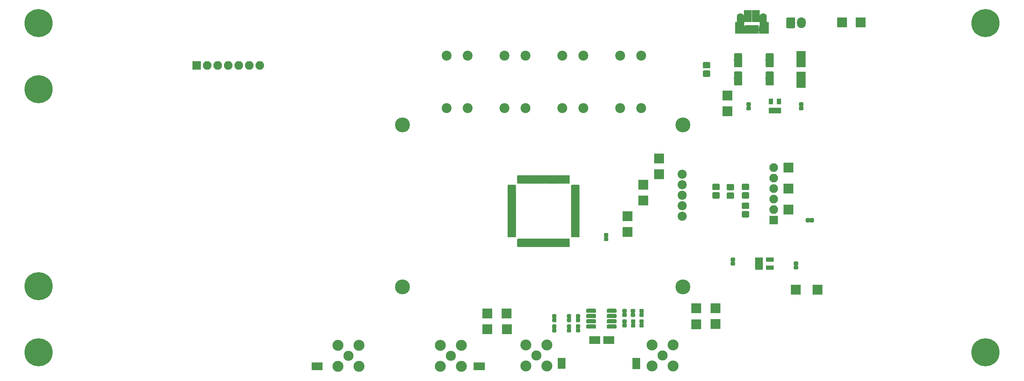
<source format=gbr>
G04 #@! TF.GenerationSoftware,KiCad,Pcbnew,(5.1.2-1)-1*
G04 #@! TF.CreationDate,2019-07-19T21:50:30+01:00*
G04 #@! TF.ProjectId,ControlModule,436f6e74-726f-46c4-9d6f-64756c652e6b,C*
G04 #@! TF.SameCoordinates,Original*
G04 #@! TF.FileFunction,Soldermask,Bot*
G04 #@! TF.FilePolarity,Negative*
%FSLAX46Y46*%
G04 Gerber Fmt 4.6, Leading zero omitted, Abs format (unit mm)*
G04 Created by KiCad (PCBNEW (5.1.2-1)-1) date 2019-07-19 21:50:30*
%MOMM*%
%LPD*%
G04 APERTURE LIST*
%ADD10O,2.140000X2.600000*%
%ADD11C,0.100000*%
%ADD12C,2.140000*%
%ADD13O,2.100000X2.100000*%
%ADD14R,2.100000X2.100000*%
%ADD15R,1.830000X2.900000*%
%ADD16O,1.750000X2.100000*%
%ADD17O,1.500000X1.900000*%
%ADD18R,0.800000X2.050000*%
%ADD19R,2.400000X1.900000*%
%ADD20R,2.225000X1.100000*%
%ADD21R,1.750000X2.400000*%
%ADD22C,0.990000*%
%ADD23C,3.600000*%
%ADD24C,2.200000*%
%ADD25C,6.800000*%
%ADD26C,2.450000*%
%ADD27C,2.650000*%
%ADD28C,1.550000*%
%ADD29R,1.050000X1.460000*%
%ADD30R,2.400000X2.400000*%
%ADD31C,2.400000*%
%ADD32R,1.900000X1.400000*%
%ADD33R,1.400000X1.900000*%
%ADD34C,1.000000*%
%ADD35C,0.700000*%
%ADD36R,1.960000X1.050000*%
%ADD37C,2.000000*%
%ADD38R,2.200000X3.900000*%
G04 APERTURE END LIST*
D10*
X219735400Y-49682400D03*
D11*
G36*
X217988067Y-48383881D02*
G01*
X218017914Y-48388308D01*
X218047184Y-48395640D01*
X218075594Y-48405805D01*
X218102870Y-48418706D01*
X218128751Y-48434218D01*
X218152987Y-48452192D01*
X218175344Y-48472456D01*
X218195608Y-48494813D01*
X218213582Y-48519049D01*
X218229094Y-48544930D01*
X218241995Y-48572206D01*
X218252160Y-48600616D01*
X218259492Y-48629886D01*
X218263919Y-48659733D01*
X218265400Y-48689870D01*
X218265400Y-50674930D01*
X218263919Y-50705067D01*
X218259492Y-50734914D01*
X218252160Y-50764184D01*
X218241995Y-50792594D01*
X218229094Y-50819870D01*
X218213582Y-50845751D01*
X218195608Y-50869987D01*
X218175344Y-50892344D01*
X218152987Y-50912608D01*
X218128751Y-50930582D01*
X218102870Y-50946094D01*
X218075594Y-50958995D01*
X218047184Y-50969160D01*
X218017914Y-50976492D01*
X217988067Y-50980919D01*
X217957930Y-50982400D01*
X216432870Y-50982400D01*
X216402733Y-50980919D01*
X216372886Y-50976492D01*
X216343616Y-50969160D01*
X216315206Y-50958995D01*
X216287930Y-50946094D01*
X216262049Y-50930582D01*
X216237813Y-50912608D01*
X216215456Y-50892344D01*
X216195192Y-50869987D01*
X216177218Y-50845751D01*
X216161706Y-50819870D01*
X216148805Y-50792594D01*
X216138640Y-50764184D01*
X216131308Y-50734914D01*
X216126881Y-50705067D01*
X216125400Y-50674930D01*
X216125400Y-48689870D01*
X216126881Y-48659733D01*
X216131308Y-48629886D01*
X216138640Y-48600616D01*
X216148805Y-48572206D01*
X216161706Y-48544930D01*
X216177218Y-48519049D01*
X216195192Y-48494813D01*
X216215456Y-48472456D01*
X216237813Y-48452192D01*
X216262049Y-48434218D01*
X216287930Y-48418706D01*
X216315206Y-48405805D01*
X216343616Y-48395640D01*
X216372886Y-48388308D01*
X216402733Y-48383881D01*
X216432870Y-48382400D01*
X217957930Y-48382400D01*
X217988067Y-48383881D01*
X217988067Y-48383881D01*
G37*
D12*
X217195400Y-49682400D03*
D13*
X88925400Y-59994800D03*
X86385400Y-59994800D03*
X83845400Y-59994800D03*
X81305400Y-59994800D03*
X78765400Y-59994800D03*
X76225400Y-59994800D03*
D14*
X73685400Y-59994800D03*
D15*
X208745100Y-48094200D03*
X206825100Y-48094200D03*
D16*
X210515100Y-48364200D03*
X205055100Y-48364200D03*
D17*
X210205100Y-51364200D03*
X205365100Y-51364200D03*
D18*
X209085100Y-51244200D03*
X208435100Y-51244200D03*
X207785100Y-51244200D03*
X207135100Y-51244200D03*
X206485100Y-51244200D03*
D19*
X210685100Y-51364200D03*
X204935100Y-51344200D03*
D20*
X210785100Y-50044200D03*
X204835100Y-50044200D03*
D21*
X205055100Y-49294200D03*
X210535100Y-49294200D03*
D11*
G36*
X166095259Y-120153792D02*
G01*
X166119285Y-120157356D01*
X166142845Y-120163257D01*
X166165714Y-120171440D01*
X166187671Y-120181824D01*
X166208504Y-120194311D01*
X166228012Y-120208780D01*
X166246009Y-120225091D01*
X166262320Y-120243088D01*
X166276789Y-120262596D01*
X166289276Y-120283429D01*
X166299660Y-120305386D01*
X166307843Y-120328255D01*
X166313744Y-120351815D01*
X166317308Y-120375841D01*
X166318500Y-120400100D01*
X166318500Y-120895100D01*
X166317308Y-120919359D01*
X166313744Y-120943385D01*
X166307843Y-120966945D01*
X166299660Y-120989814D01*
X166289276Y-121011771D01*
X166276789Y-121032604D01*
X166262320Y-121052112D01*
X166246009Y-121070109D01*
X166228012Y-121086420D01*
X166208504Y-121100889D01*
X166187671Y-121113376D01*
X166165714Y-121123760D01*
X166142845Y-121131943D01*
X166119285Y-121137844D01*
X166095259Y-121141408D01*
X166071000Y-121142600D01*
X165526000Y-121142600D01*
X165501741Y-121141408D01*
X165477715Y-121137844D01*
X165454155Y-121131943D01*
X165431286Y-121123760D01*
X165409329Y-121113376D01*
X165388496Y-121100889D01*
X165368988Y-121086420D01*
X165350991Y-121070109D01*
X165334680Y-121052112D01*
X165320211Y-121032604D01*
X165307724Y-121011771D01*
X165297340Y-120989814D01*
X165289157Y-120966945D01*
X165283256Y-120943385D01*
X165279692Y-120919359D01*
X165278500Y-120895100D01*
X165278500Y-120400100D01*
X165279692Y-120375841D01*
X165283256Y-120351815D01*
X165289157Y-120328255D01*
X165297340Y-120305386D01*
X165307724Y-120283429D01*
X165320211Y-120262596D01*
X165334680Y-120243088D01*
X165350991Y-120225091D01*
X165368988Y-120208780D01*
X165388496Y-120194311D01*
X165409329Y-120181824D01*
X165431286Y-120171440D01*
X165454155Y-120163257D01*
X165477715Y-120157356D01*
X165501741Y-120153792D01*
X165526000Y-120152600D01*
X166071000Y-120152600D01*
X166095259Y-120153792D01*
X166095259Y-120153792D01*
G37*
D22*
X165798500Y-120647600D03*
D11*
G36*
X166095259Y-121123792D02*
G01*
X166119285Y-121127356D01*
X166142845Y-121133257D01*
X166165714Y-121141440D01*
X166187671Y-121151824D01*
X166208504Y-121164311D01*
X166228012Y-121178780D01*
X166246009Y-121195091D01*
X166262320Y-121213088D01*
X166276789Y-121232596D01*
X166289276Y-121253429D01*
X166299660Y-121275386D01*
X166307843Y-121298255D01*
X166313744Y-121321815D01*
X166317308Y-121345841D01*
X166318500Y-121370100D01*
X166318500Y-121865100D01*
X166317308Y-121889359D01*
X166313744Y-121913385D01*
X166307843Y-121936945D01*
X166299660Y-121959814D01*
X166289276Y-121981771D01*
X166276789Y-122002604D01*
X166262320Y-122022112D01*
X166246009Y-122040109D01*
X166228012Y-122056420D01*
X166208504Y-122070889D01*
X166187671Y-122083376D01*
X166165714Y-122093760D01*
X166142845Y-122101943D01*
X166119285Y-122107844D01*
X166095259Y-122111408D01*
X166071000Y-122112600D01*
X165526000Y-122112600D01*
X165501741Y-122111408D01*
X165477715Y-122107844D01*
X165454155Y-122101943D01*
X165431286Y-122093760D01*
X165409329Y-122083376D01*
X165388496Y-122070889D01*
X165368988Y-122056420D01*
X165350991Y-122040109D01*
X165334680Y-122022112D01*
X165320211Y-122002604D01*
X165307724Y-121981771D01*
X165297340Y-121959814D01*
X165289157Y-121936945D01*
X165283256Y-121913385D01*
X165279692Y-121889359D01*
X165278500Y-121865100D01*
X165278500Y-121370100D01*
X165279692Y-121345841D01*
X165283256Y-121321815D01*
X165289157Y-121298255D01*
X165297340Y-121275386D01*
X165307724Y-121253429D01*
X165320211Y-121232596D01*
X165334680Y-121213088D01*
X165350991Y-121195091D01*
X165368988Y-121178780D01*
X165388496Y-121164311D01*
X165409329Y-121151824D01*
X165431286Y-121141440D01*
X165454155Y-121133257D01*
X165477715Y-121127356D01*
X165501741Y-121123792D01*
X165526000Y-121122600D01*
X166071000Y-121122600D01*
X166095259Y-121123792D01*
X166095259Y-121123792D01*
G37*
D22*
X165798500Y-121617600D03*
D23*
X123380500Y-113601500D03*
X123380500Y-74422000D03*
X191135000Y-74422000D03*
X191135000Y-113601500D03*
D24*
X191008000Y-86360000D03*
X191008000Y-88900000D03*
X191008000Y-91440000D03*
X191008000Y-93980000D03*
X191008000Y-96520000D03*
D25*
X264210800Y-129438400D03*
X264210800Y-49707800D03*
X35496500Y-49733200D03*
X35496500Y-129438400D03*
D26*
X155778200Y-130187700D03*
D27*
X158318200Y-127647700D03*
X158318200Y-132727700D03*
X153238200Y-132727700D03*
X153238200Y-127647700D03*
D25*
X35496500Y-113411000D03*
X35496500Y-65722500D03*
D13*
X213055200Y-84709000D03*
X213055200Y-87249000D03*
X213055200Y-89789000D03*
X213055200Y-92329000D03*
X213055200Y-94869000D03*
D14*
X213055200Y-97409000D03*
D11*
G36*
X199732071Y-88616623D02*
G01*
X199764781Y-88621475D01*
X199796857Y-88629509D01*
X199827991Y-88640649D01*
X199857884Y-88654787D01*
X199886247Y-88671787D01*
X199912807Y-88691485D01*
X199937308Y-88713692D01*
X199959515Y-88738193D01*
X199979213Y-88764753D01*
X199996213Y-88793116D01*
X200010351Y-88823009D01*
X200021491Y-88854143D01*
X200029525Y-88886219D01*
X200034377Y-88918929D01*
X200036000Y-88951956D01*
X200036000Y-89828044D01*
X200034377Y-89861071D01*
X200029525Y-89893781D01*
X200021491Y-89925857D01*
X200010351Y-89956991D01*
X199996213Y-89986884D01*
X199979213Y-90015247D01*
X199959515Y-90041807D01*
X199937308Y-90066308D01*
X199912807Y-90088515D01*
X199886247Y-90108213D01*
X199857884Y-90125213D01*
X199827991Y-90139351D01*
X199796857Y-90150491D01*
X199764781Y-90158525D01*
X199732071Y-90163377D01*
X199699044Y-90165000D01*
X198572956Y-90165000D01*
X198539929Y-90163377D01*
X198507219Y-90158525D01*
X198475143Y-90150491D01*
X198444009Y-90139351D01*
X198414116Y-90125213D01*
X198385753Y-90108213D01*
X198359193Y-90088515D01*
X198334692Y-90066308D01*
X198312485Y-90041807D01*
X198292787Y-90015247D01*
X198275787Y-89986884D01*
X198261649Y-89956991D01*
X198250509Y-89925857D01*
X198242475Y-89893781D01*
X198237623Y-89861071D01*
X198236000Y-89828044D01*
X198236000Y-88951956D01*
X198237623Y-88918929D01*
X198242475Y-88886219D01*
X198250509Y-88854143D01*
X198261649Y-88823009D01*
X198275787Y-88793116D01*
X198292787Y-88764753D01*
X198312485Y-88738193D01*
X198334692Y-88713692D01*
X198359193Y-88691485D01*
X198385753Y-88671787D01*
X198414116Y-88654787D01*
X198444009Y-88640649D01*
X198475143Y-88629509D01*
X198507219Y-88621475D01*
X198539929Y-88616623D01*
X198572956Y-88615000D01*
X199699044Y-88615000D01*
X199732071Y-88616623D01*
X199732071Y-88616623D01*
G37*
D28*
X199136000Y-89390000D03*
D11*
G36*
X199732071Y-90666623D02*
G01*
X199764781Y-90671475D01*
X199796857Y-90679509D01*
X199827991Y-90690649D01*
X199857884Y-90704787D01*
X199886247Y-90721787D01*
X199912807Y-90741485D01*
X199937308Y-90763692D01*
X199959515Y-90788193D01*
X199979213Y-90814753D01*
X199996213Y-90843116D01*
X200010351Y-90873009D01*
X200021491Y-90904143D01*
X200029525Y-90936219D01*
X200034377Y-90968929D01*
X200036000Y-91001956D01*
X200036000Y-91878044D01*
X200034377Y-91911071D01*
X200029525Y-91943781D01*
X200021491Y-91975857D01*
X200010351Y-92006991D01*
X199996213Y-92036884D01*
X199979213Y-92065247D01*
X199959515Y-92091807D01*
X199937308Y-92116308D01*
X199912807Y-92138515D01*
X199886247Y-92158213D01*
X199857884Y-92175213D01*
X199827991Y-92189351D01*
X199796857Y-92200491D01*
X199764781Y-92208525D01*
X199732071Y-92213377D01*
X199699044Y-92215000D01*
X198572956Y-92215000D01*
X198539929Y-92213377D01*
X198507219Y-92208525D01*
X198475143Y-92200491D01*
X198444009Y-92189351D01*
X198414116Y-92175213D01*
X198385753Y-92158213D01*
X198359193Y-92138515D01*
X198334692Y-92116308D01*
X198312485Y-92091807D01*
X198292787Y-92065247D01*
X198275787Y-92036884D01*
X198261649Y-92006991D01*
X198250509Y-91975857D01*
X198242475Y-91943781D01*
X198237623Y-91911071D01*
X198236000Y-91878044D01*
X198236000Y-91001956D01*
X198237623Y-90968929D01*
X198242475Y-90936219D01*
X198250509Y-90904143D01*
X198261649Y-90873009D01*
X198275787Y-90843116D01*
X198292787Y-90814753D01*
X198312485Y-90788193D01*
X198334692Y-90763692D01*
X198359193Y-90741485D01*
X198385753Y-90721787D01*
X198414116Y-90704787D01*
X198444009Y-90690649D01*
X198475143Y-90679509D01*
X198507219Y-90671475D01*
X198539929Y-90666623D01*
X198572956Y-90665000D01*
X199699044Y-90665000D01*
X199732071Y-90666623D01*
X199732071Y-90666623D01*
G37*
D28*
X199136000Y-91440000D03*
D11*
G36*
X206844071Y-88625623D02*
G01*
X206876781Y-88630475D01*
X206908857Y-88638509D01*
X206939991Y-88649649D01*
X206969884Y-88663787D01*
X206998247Y-88680787D01*
X207024807Y-88700485D01*
X207049308Y-88722692D01*
X207071515Y-88747193D01*
X207091213Y-88773753D01*
X207108213Y-88802116D01*
X207122351Y-88832009D01*
X207133491Y-88863143D01*
X207141525Y-88895219D01*
X207146377Y-88927929D01*
X207148000Y-88960956D01*
X207148000Y-89837044D01*
X207146377Y-89870071D01*
X207141525Y-89902781D01*
X207133491Y-89934857D01*
X207122351Y-89965991D01*
X207108213Y-89995884D01*
X207091213Y-90024247D01*
X207071515Y-90050807D01*
X207049308Y-90075308D01*
X207024807Y-90097515D01*
X206998247Y-90117213D01*
X206969884Y-90134213D01*
X206939991Y-90148351D01*
X206908857Y-90159491D01*
X206876781Y-90167525D01*
X206844071Y-90172377D01*
X206811044Y-90174000D01*
X205684956Y-90174000D01*
X205651929Y-90172377D01*
X205619219Y-90167525D01*
X205587143Y-90159491D01*
X205556009Y-90148351D01*
X205526116Y-90134213D01*
X205497753Y-90117213D01*
X205471193Y-90097515D01*
X205446692Y-90075308D01*
X205424485Y-90050807D01*
X205404787Y-90024247D01*
X205387787Y-89995884D01*
X205373649Y-89965991D01*
X205362509Y-89934857D01*
X205354475Y-89902781D01*
X205349623Y-89870071D01*
X205348000Y-89837044D01*
X205348000Y-88960956D01*
X205349623Y-88927929D01*
X205354475Y-88895219D01*
X205362509Y-88863143D01*
X205373649Y-88832009D01*
X205387787Y-88802116D01*
X205404787Y-88773753D01*
X205424485Y-88747193D01*
X205446692Y-88722692D01*
X205471193Y-88700485D01*
X205497753Y-88680787D01*
X205526116Y-88663787D01*
X205556009Y-88649649D01*
X205587143Y-88638509D01*
X205619219Y-88630475D01*
X205651929Y-88625623D01*
X205684956Y-88624000D01*
X206811044Y-88624000D01*
X206844071Y-88625623D01*
X206844071Y-88625623D01*
G37*
D28*
X206248000Y-89399000D03*
D11*
G36*
X206844071Y-90675623D02*
G01*
X206876781Y-90680475D01*
X206908857Y-90688509D01*
X206939991Y-90699649D01*
X206969884Y-90713787D01*
X206998247Y-90730787D01*
X207024807Y-90750485D01*
X207049308Y-90772692D01*
X207071515Y-90797193D01*
X207091213Y-90823753D01*
X207108213Y-90852116D01*
X207122351Y-90882009D01*
X207133491Y-90913143D01*
X207141525Y-90945219D01*
X207146377Y-90977929D01*
X207148000Y-91010956D01*
X207148000Y-91887044D01*
X207146377Y-91920071D01*
X207141525Y-91952781D01*
X207133491Y-91984857D01*
X207122351Y-92015991D01*
X207108213Y-92045884D01*
X207091213Y-92074247D01*
X207071515Y-92100807D01*
X207049308Y-92125308D01*
X207024807Y-92147515D01*
X206998247Y-92167213D01*
X206969884Y-92184213D01*
X206939991Y-92198351D01*
X206908857Y-92209491D01*
X206876781Y-92217525D01*
X206844071Y-92222377D01*
X206811044Y-92224000D01*
X205684956Y-92224000D01*
X205651929Y-92222377D01*
X205619219Y-92217525D01*
X205587143Y-92209491D01*
X205556009Y-92198351D01*
X205526116Y-92184213D01*
X205497753Y-92167213D01*
X205471193Y-92147515D01*
X205446692Y-92125308D01*
X205424485Y-92100807D01*
X205404787Y-92074247D01*
X205387787Y-92045884D01*
X205373649Y-92015991D01*
X205362509Y-91984857D01*
X205354475Y-91952781D01*
X205349623Y-91920071D01*
X205348000Y-91887044D01*
X205348000Y-91010956D01*
X205349623Y-90977929D01*
X205354475Y-90945219D01*
X205362509Y-90913143D01*
X205373649Y-90882009D01*
X205387787Y-90852116D01*
X205404787Y-90823753D01*
X205424485Y-90797193D01*
X205446692Y-90772692D01*
X205471193Y-90750485D01*
X205497753Y-90730787D01*
X205526116Y-90713787D01*
X205556009Y-90699649D01*
X205587143Y-90688509D01*
X205619219Y-90680475D01*
X205651929Y-90675623D01*
X205684956Y-90674000D01*
X206811044Y-90674000D01*
X206844071Y-90675623D01*
X206844071Y-90675623D01*
G37*
D28*
X206248000Y-91449000D03*
D11*
G36*
X220006759Y-69879292D02*
G01*
X220030785Y-69882856D01*
X220054345Y-69888757D01*
X220077214Y-69896940D01*
X220099171Y-69907324D01*
X220120004Y-69919811D01*
X220139512Y-69934280D01*
X220157509Y-69950591D01*
X220173820Y-69968588D01*
X220188289Y-69988096D01*
X220200776Y-70008929D01*
X220211160Y-70030886D01*
X220219343Y-70053755D01*
X220225244Y-70077315D01*
X220228808Y-70101341D01*
X220230000Y-70125600D01*
X220230000Y-70620600D01*
X220228808Y-70644859D01*
X220225244Y-70668885D01*
X220219343Y-70692445D01*
X220211160Y-70715314D01*
X220200776Y-70737271D01*
X220188289Y-70758104D01*
X220173820Y-70777612D01*
X220157509Y-70795609D01*
X220139512Y-70811920D01*
X220120004Y-70826389D01*
X220099171Y-70838876D01*
X220077214Y-70849260D01*
X220054345Y-70857443D01*
X220030785Y-70863344D01*
X220006759Y-70866908D01*
X219982500Y-70868100D01*
X219437500Y-70868100D01*
X219413241Y-70866908D01*
X219389215Y-70863344D01*
X219365655Y-70857443D01*
X219342786Y-70849260D01*
X219320829Y-70838876D01*
X219299996Y-70826389D01*
X219280488Y-70811920D01*
X219262491Y-70795609D01*
X219246180Y-70777612D01*
X219231711Y-70758104D01*
X219219224Y-70737271D01*
X219208840Y-70715314D01*
X219200657Y-70692445D01*
X219194756Y-70668885D01*
X219191192Y-70644859D01*
X219190000Y-70620600D01*
X219190000Y-70125600D01*
X219191192Y-70101341D01*
X219194756Y-70077315D01*
X219200657Y-70053755D01*
X219208840Y-70030886D01*
X219219224Y-70008929D01*
X219231711Y-69988096D01*
X219246180Y-69968588D01*
X219262491Y-69950591D01*
X219280488Y-69934280D01*
X219299996Y-69919811D01*
X219320829Y-69907324D01*
X219342786Y-69896940D01*
X219365655Y-69888757D01*
X219389215Y-69882856D01*
X219413241Y-69879292D01*
X219437500Y-69878100D01*
X219982500Y-69878100D01*
X220006759Y-69879292D01*
X220006759Y-69879292D01*
G37*
D22*
X219710000Y-70373100D03*
D11*
G36*
X220006759Y-68909292D02*
G01*
X220030785Y-68912856D01*
X220054345Y-68918757D01*
X220077214Y-68926940D01*
X220099171Y-68937324D01*
X220120004Y-68949811D01*
X220139512Y-68964280D01*
X220157509Y-68980591D01*
X220173820Y-68998588D01*
X220188289Y-69018096D01*
X220200776Y-69038929D01*
X220211160Y-69060886D01*
X220219343Y-69083755D01*
X220225244Y-69107315D01*
X220228808Y-69131341D01*
X220230000Y-69155600D01*
X220230000Y-69650600D01*
X220228808Y-69674859D01*
X220225244Y-69698885D01*
X220219343Y-69722445D01*
X220211160Y-69745314D01*
X220200776Y-69767271D01*
X220188289Y-69788104D01*
X220173820Y-69807612D01*
X220157509Y-69825609D01*
X220139512Y-69841920D01*
X220120004Y-69856389D01*
X220099171Y-69868876D01*
X220077214Y-69879260D01*
X220054345Y-69887443D01*
X220030785Y-69893344D01*
X220006759Y-69896908D01*
X219982500Y-69898100D01*
X219437500Y-69898100D01*
X219413241Y-69896908D01*
X219389215Y-69893344D01*
X219365655Y-69887443D01*
X219342786Y-69879260D01*
X219320829Y-69868876D01*
X219299996Y-69856389D01*
X219280488Y-69841920D01*
X219262491Y-69825609D01*
X219246180Y-69807612D01*
X219231711Y-69788104D01*
X219219224Y-69767271D01*
X219208840Y-69745314D01*
X219200657Y-69722445D01*
X219194756Y-69698885D01*
X219191192Y-69674859D01*
X219190000Y-69650600D01*
X219190000Y-69155600D01*
X219191192Y-69131341D01*
X219194756Y-69107315D01*
X219200657Y-69083755D01*
X219208840Y-69060886D01*
X219219224Y-69038929D01*
X219231711Y-69018096D01*
X219246180Y-68998588D01*
X219262491Y-68980591D01*
X219280488Y-68964280D01*
X219299996Y-68949811D01*
X219320829Y-68937324D01*
X219342786Y-68926940D01*
X219365655Y-68918757D01*
X219389215Y-68912856D01*
X219413241Y-68909292D01*
X219437500Y-68908100D01*
X219982500Y-68908100D01*
X220006759Y-68909292D01*
X220006759Y-68909292D01*
G37*
D22*
X219710000Y-69403100D03*
D11*
G36*
X207306759Y-69879292D02*
G01*
X207330785Y-69882856D01*
X207354345Y-69888757D01*
X207377214Y-69896940D01*
X207399171Y-69907324D01*
X207420004Y-69919811D01*
X207439512Y-69934280D01*
X207457509Y-69950591D01*
X207473820Y-69968588D01*
X207488289Y-69988096D01*
X207500776Y-70008929D01*
X207511160Y-70030886D01*
X207519343Y-70053755D01*
X207525244Y-70077315D01*
X207528808Y-70101341D01*
X207530000Y-70125600D01*
X207530000Y-70620600D01*
X207528808Y-70644859D01*
X207525244Y-70668885D01*
X207519343Y-70692445D01*
X207511160Y-70715314D01*
X207500776Y-70737271D01*
X207488289Y-70758104D01*
X207473820Y-70777612D01*
X207457509Y-70795609D01*
X207439512Y-70811920D01*
X207420004Y-70826389D01*
X207399171Y-70838876D01*
X207377214Y-70849260D01*
X207354345Y-70857443D01*
X207330785Y-70863344D01*
X207306759Y-70866908D01*
X207282500Y-70868100D01*
X206737500Y-70868100D01*
X206713241Y-70866908D01*
X206689215Y-70863344D01*
X206665655Y-70857443D01*
X206642786Y-70849260D01*
X206620829Y-70838876D01*
X206599996Y-70826389D01*
X206580488Y-70811920D01*
X206562491Y-70795609D01*
X206546180Y-70777612D01*
X206531711Y-70758104D01*
X206519224Y-70737271D01*
X206508840Y-70715314D01*
X206500657Y-70692445D01*
X206494756Y-70668885D01*
X206491192Y-70644859D01*
X206490000Y-70620600D01*
X206490000Y-70125600D01*
X206491192Y-70101341D01*
X206494756Y-70077315D01*
X206500657Y-70053755D01*
X206508840Y-70030886D01*
X206519224Y-70008929D01*
X206531711Y-69988096D01*
X206546180Y-69968588D01*
X206562491Y-69950591D01*
X206580488Y-69934280D01*
X206599996Y-69919811D01*
X206620829Y-69907324D01*
X206642786Y-69896940D01*
X206665655Y-69888757D01*
X206689215Y-69882856D01*
X206713241Y-69879292D01*
X206737500Y-69878100D01*
X207282500Y-69878100D01*
X207306759Y-69879292D01*
X207306759Y-69879292D01*
G37*
D22*
X207010000Y-70373100D03*
D11*
G36*
X207306759Y-68909292D02*
G01*
X207330785Y-68912856D01*
X207354345Y-68918757D01*
X207377214Y-68926940D01*
X207399171Y-68937324D01*
X207420004Y-68949811D01*
X207439512Y-68964280D01*
X207457509Y-68980591D01*
X207473820Y-68998588D01*
X207488289Y-69018096D01*
X207500776Y-69038929D01*
X207511160Y-69060886D01*
X207519343Y-69083755D01*
X207525244Y-69107315D01*
X207528808Y-69131341D01*
X207530000Y-69155600D01*
X207530000Y-69650600D01*
X207528808Y-69674859D01*
X207525244Y-69698885D01*
X207519343Y-69722445D01*
X207511160Y-69745314D01*
X207500776Y-69767271D01*
X207488289Y-69788104D01*
X207473820Y-69807612D01*
X207457509Y-69825609D01*
X207439512Y-69841920D01*
X207420004Y-69856389D01*
X207399171Y-69868876D01*
X207377214Y-69879260D01*
X207354345Y-69887443D01*
X207330785Y-69893344D01*
X207306759Y-69896908D01*
X207282500Y-69898100D01*
X206737500Y-69898100D01*
X206713241Y-69896908D01*
X206689215Y-69893344D01*
X206665655Y-69887443D01*
X206642786Y-69879260D01*
X206620829Y-69868876D01*
X206599996Y-69856389D01*
X206580488Y-69841920D01*
X206562491Y-69825609D01*
X206546180Y-69807612D01*
X206531711Y-69788104D01*
X206519224Y-69767271D01*
X206508840Y-69745314D01*
X206500657Y-69722445D01*
X206494756Y-69698885D01*
X206491192Y-69674859D01*
X206490000Y-69650600D01*
X206490000Y-69155600D01*
X206491192Y-69131341D01*
X206494756Y-69107315D01*
X206500657Y-69083755D01*
X206508840Y-69060886D01*
X206519224Y-69038929D01*
X206531711Y-69018096D01*
X206546180Y-68998588D01*
X206562491Y-68980591D01*
X206580488Y-68964280D01*
X206599996Y-68949811D01*
X206620829Y-68937324D01*
X206642786Y-68926940D01*
X206665655Y-68918757D01*
X206689215Y-68912856D01*
X206713241Y-68909292D01*
X206737500Y-68908100D01*
X207282500Y-68908100D01*
X207306759Y-68909292D01*
X207306759Y-68909292D01*
G37*
D22*
X207010000Y-69403100D03*
D29*
X214310000Y-70950000D03*
X213360000Y-70950000D03*
X212410000Y-70950000D03*
X212410000Y-68750000D03*
X214310000Y-68750000D03*
D30*
X201930000Y-67310000D03*
X181610000Y-88900000D03*
X185420000Y-86360000D03*
X216662000Y-94869000D03*
X216662000Y-89789000D03*
X177800000Y-96520000D03*
X216662000Y-84709000D03*
X201930000Y-71120000D03*
X181610000Y-92710000D03*
X234035600Y-49555400D03*
X223647000Y-114236500D03*
X185420000Y-82550000D03*
X177800000Y-100330000D03*
D11*
G36*
X203186471Y-90717423D02*
G01*
X203219181Y-90722275D01*
X203251257Y-90730309D01*
X203282391Y-90741449D01*
X203312284Y-90755587D01*
X203340647Y-90772587D01*
X203367207Y-90792285D01*
X203391708Y-90814492D01*
X203413915Y-90838993D01*
X203433613Y-90865553D01*
X203450613Y-90893916D01*
X203464751Y-90923809D01*
X203475891Y-90954943D01*
X203483925Y-90987019D01*
X203488777Y-91019729D01*
X203490400Y-91052756D01*
X203490400Y-91928844D01*
X203488777Y-91961871D01*
X203483925Y-91994581D01*
X203475891Y-92026657D01*
X203464751Y-92057791D01*
X203450613Y-92087684D01*
X203433613Y-92116047D01*
X203413915Y-92142607D01*
X203391708Y-92167108D01*
X203367207Y-92189315D01*
X203340647Y-92209013D01*
X203312284Y-92226013D01*
X203282391Y-92240151D01*
X203251257Y-92251291D01*
X203219181Y-92259325D01*
X203186471Y-92264177D01*
X203153444Y-92265800D01*
X202027356Y-92265800D01*
X201994329Y-92264177D01*
X201961619Y-92259325D01*
X201929543Y-92251291D01*
X201898409Y-92240151D01*
X201868516Y-92226013D01*
X201840153Y-92209013D01*
X201813593Y-92189315D01*
X201789092Y-92167108D01*
X201766885Y-92142607D01*
X201747187Y-92116047D01*
X201730187Y-92087684D01*
X201716049Y-92057791D01*
X201704909Y-92026657D01*
X201696875Y-91994581D01*
X201692023Y-91961871D01*
X201690400Y-91928844D01*
X201690400Y-91052756D01*
X201692023Y-91019729D01*
X201696875Y-90987019D01*
X201704909Y-90954943D01*
X201716049Y-90923809D01*
X201730187Y-90893916D01*
X201747187Y-90865553D01*
X201766885Y-90838993D01*
X201789092Y-90814492D01*
X201813593Y-90792285D01*
X201840153Y-90772587D01*
X201868516Y-90755587D01*
X201898409Y-90741449D01*
X201929543Y-90730309D01*
X201961619Y-90722275D01*
X201994329Y-90717423D01*
X202027356Y-90715800D01*
X203153444Y-90715800D01*
X203186471Y-90717423D01*
X203186471Y-90717423D01*
G37*
D28*
X202590400Y-91490800D03*
D11*
G36*
X203186471Y-88667423D02*
G01*
X203219181Y-88672275D01*
X203251257Y-88680309D01*
X203282391Y-88691449D01*
X203312284Y-88705587D01*
X203340647Y-88722587D01*
X203367207Y-88742285D01*
X203391708Y-88764492D01*
X203413915Y-88788993D01*
X203433613Y-88815553D01*
X203450613Y-88843916D01*
X203464751Y-88873809D01*
X203475891Y-88904943D01*
X203483925Y-88937019D01*
X203488777Y-88969729D01*
X203490400Y-89002756D01*
X203490400Y-89878844D01*
X203488777Y-89911871D01*
X203483925Y-89944581D01*
X203475891Y-89976657D01*
X203464751Y-90007791D01*
X203450613Y-90037684D01*
X203433613Y-90066047D01*
X203413915Y-90092607D01*
X203391708Y-90117108D01*
X203367207Y-90139315D01*
X203340647Y-90159013D01*
X203312284Y-90176013D01*
X203282391Y-90190151D01*
X203251257Y-90201291D01*
X203219181Y-90209325D01*
X203186471Y-90214177D01*
X203153444Y-90215800D01*
X202027356Y-90215800D01*
X201994329Y-90214177D01*
X201961619Y-90209325D01*
X201929543Y-90201291D01*
X201898409Y-90190151D01*
X201868516Y-90176013D01*
X201840153Y-90159013D01*
X201813593Y-90139315D01*
X201789092Y-90117108D01*
X201766885Y-90092607D01*
X201747187Y-90066047D01*
X201730187Y-90037684D01*
X201716049Y-90007791D01*
X201704909Y-89976657D01*
X201696875Y-89944581D01*
X201692023Y-89911871D01*
X201690400Y-89878844D01*
X201690400Y-89002756D01*
X201692023Y-88969729D01*
X201696875Y-88937019D01*
X201704909Y-88904943D01*
X201716049Y-88873809D01*
X201730187Y-88843916D01*
X201747187Y-88815553D01*
X201766885Y-88788993D01*
X201789092Y-88764492D01*
X201813593Y-88742285D01*
X201840153Y-88722587D01*
X201868516Y-88705587D01*
X201898409Y-88691449D01*
X201929543Y-88680309D01*
X201961619Y-88672275D01*
X201994329Y-88667423D01*
X202027356Y-88665800D01*
X203153444Y-88665800D01*
X203186471Y-88667423D01*
X203186471Y-88667423D01*
G37*
D28*
X202590400Y-89440800D03*
D11*
G36*
X206844071Y-93197623D02*
G01*
X206876781Y-93202475D01*
X206908857Y-93210509D01*
X206939991Y-93221649D01*
X206969884Y-93235787D01*
X206998247Y-93252787D01*
X207024807Y-93272485D01*
X207049308Y-93294692D01*
X207071515Y-93319193D01*
X207091213Y-93345753D01*
X207108213Y-93374116D01*
X207122351Y-93404009D01*
X207133491Y-93435143D01*
X207141525Y-93467219D01*
X207146377Y-93499929D01*
X207148000Y-93532956D01*
X207148000Y-94409044D01*
X207146377Y-94442071D01*
X207141525Y-94474781D01*
X207133491Y-94506857D01*
X207122351Y-94537991D01*
X207108213Y-94567884D01*
X207091213Y-94596247D01*
X207071515Y-94622807D01*
X207049308Y-94647308D01*
X207024807Y-94669515D01*
X206998247Y-94689213D01*
X206969884Y-94706213D01*
X206939991Y-94720351D01*
X206908857Y-94731491D01*
X206876781Y-94739525D01*
X206844071Y-94744377D01*
X206811044Y-94746000D01*
X205684956Y-94746000D01*
X205651929Y-94744377D01*
X205619219Y-94739525D01*
X205587143Y-94731491D01*
X205556009Y-94720351D01*
X205526116Y-94706213D01*
X205497753Y-94689213D01*
X205471193Y-94669515D01*
X205446692Y-94647308D01*
X205424485Y-94622807D01*
X205404787Y-94596247D01*
X205387787Y-94567884D01*
X205373649Y-94537991D01*
X205362509Y-94506857D01*
X205354475Y-94474781D01*
X205349623Y-94442071D01*
X205348000Y-94409044D01*
X205348000Y-93532956D01*
X205349623Y-93499929D01*
X205354475Y-93467219D01*
X205362509Y-93435143D01*
X205373649Y-93404009D01*
X205387787Y-93374116D01*
X205404787Y-93345753D01*
X205424485Y-93319193D01*
X205446692Y-93294692D01*
X205471193Y-93272485D01*
X205497753Y-93252787D01*
X205526116Y-93235787D01*
X205556009Y-93221649D01*
X205587143Y-93210509D01*
X205619219Y-93202475D01*
X205651929Y-93197623D01*
X205684956Y-93196000D01*
X206811044Y-93196000D01*
X206844071Y-93197623D01*
X206844071Y-93197623D01*
G37*
D28*
X206248000Y-93971000D03*
D11*
G36*
X206844071Y-95247623D02*
G01*
X206876781Y-95252475D01*
X206908857Y-95260509D01*
X206939991Y-95271649D01*
X206969884Y-95285787D01*
X206998247Y-95302787D01*
X207024807Y-95322485D01*
X207049308Y-95344692D01*
X207071515Y-95369193D01*
X207091213Y-95395753D01*
X207108213Y-95424116D01*
X207122351Y-95454009D01*
X207133491Y-95485143D01*
X207141525Y-95517219D01*
X207146377Y-95549929D01*
X207148000Y-95582956D01*
X207148000Y-96459044D01*
X207146377Y-96492071D01*
X207141525Y-96524781D01*
X207133491Y-96556857D01*
X207122351Y-96587991D01*
X207108213Y-96617884D01*
X207091213Y-96646247D01*
X207071515Y-96672807D01*
X207049308Y-96697308D01*
X207024807Y-96719515D01*
X206998247Y-96739213D01*
X206969884Y-96756213D01*
X206939991Y-96770351D01*
X206908857Y-96781491D01*
X206876781Y-96789525D01*
X206844071Y-96794377D01*
X206811044Y-96796000D01*
X205684956Y-96796000D01*
X205651929Y-96794377D01*
X205619219Y-96789525D01*
X205587143Y-96781491D01*
X205556009Y-96770351D01*
X205526116Y-96756213D01*
X205497753Y-96739213D01*
X205471193Y-96719515D01*
X205446692Y-96697308D01*
X205424485Y-96672807D01*
X205404787Y-96646247D01*
X205387787Y-96617884D01*
X205373649Y-96587991D01*
X205362509Y-96556857D01*
X205354475Y-96524781D01*
X205349623Y-96492071D01*
X205348000Y-96459044D01*
X205348000Y-95582956D01*
X205349623Y-95549929D01*
X205354475Y-95517219D01*
X205362509Y-95485143D01*
X205373649Y-95454009D01*
X205387787Y-95424116D01*
X205404787Y-95395753D01*
X205424485Y-95369193D01*
X205446692Y-95344692D01*
X205471193Y-95322485D01*
X205497753Y-95302787D01*
X205526116Y-95285787D01*
X205556009Y-95271649D01*
X205587143Y-95260509D01*
X205619219Y-95252475D01*
X205651929Y-95247623D01*
X205684956Y-95246000D01*
X206811044Y-95246000D01*
X206844071Y-95247623D01*
X206844071Y-95247623D01*
G37*
D28*
X206248000Y-96021000D03*
D27*
X183680100Y-132702300D03*
X188760100Y-132702300D03*
X188760100Y-127622300D03*
X183680100Y-127622300D03*
D26*
X186220100Y-130162300D03*
D31*
X134048500Y-70358000D03*
X134048500Y-57658000D03*
X139128500Y-70358000D03*
X139128500Y-57658000D03*
X148018500Y-70358000D03*
X148018500Y-57658000D03*
X153098500Y-70358000D03*
X153098500Y-57658000D03*
X167068500Y-57658000D03*
X167068500Y-70358000D03*
X161988500Y-57658000D03*
X161988500Y-70358000D03*
X175958500Y-70358000D03*
X175958500Y-57658000D03*
X181038500Y-70358000D03*
X181038500Y-57658000D03*
D11*
G36*
X172889759Y-100544992D02*
G01*
X172913785Y-100548556D01*
X172937345Y-100554457D01*
X172960214Y-100562640D01*
X172982171Y-100573024D01*
X173003004Y-100585511D01*
X173022512Y-100599980D01*
X173040509Y-100616291D01*
X173056820Y-100634288D01*
X173071289Y-100653796D01*
X173083776Y-100674629D01*
X173094160Y-100696586D01*
X173102343Y-100719455D01*
X173108244Y-100743015D01*
X173111808Y-100767041D01*
X173113000Y-100791300D01*
X173113000Y-101286300D01*
X173111808Y-101310559D01*
X173108244Y-101334585D01*
X173102343Y-101358145D01*
X173094160Y-101381014D01*
X173083776Y-101402971D01*
X173071289Y-101423804D01*
X173056820Y-101443312D01*
X173040509Y-101461309D01*
X173022512Y-101477620D01*
X173003004Y-101492089D01*
X172982171Y-101504576D01*
X172960214Y-101514960D01*
X172937345Y-101523143D01*
X172913785Y-101529044D01*
X172889759Y-101532608D01*
X172865500Y-101533800D01*
X172320500Y-101533800D01*
X172296241Y-101532608D01*
X172272215Y-101529044D01*
X172248655Y-101523143D01*
X172225786Y-101514960D01*
X172203829Y-101504576D01*
X172182996Y-101492089D01*
X172163488Y-101477620D01*
X172145491Y-101461309D01*
X172129180Y-101443312D01*
X172114711Y-101423804D01*
X172102224Y-101402971D01*
X172091840Y-101381014D01*
X172083657Y-101358145D01*
X172077756Y-101334585D01*
X172074192Y-101310559D01*
X172073000Y-101286300D01*
X172073000Y-100791300D01*
X172074192Y-100767041D01*
X172077756Y-100743015D01*
X172083657Y-100719455D01*
X172091840Y-100696586D01*
X172102224Y-100674629D01*
X172114711Y-100653796D01*
X172129180Y-100634288D01*
X172145491Y-100616291D01*
X172163488Y-100599980D01*
X172182996Y-100585511D01*
X172203829Y-100573024D01*
X172225786Y-100562640D01*
X172248655Y-100554457D01*
X172272215Y-100548556D01*
X172296241Y-100544992D01*
X172320500Y-100543800D01*
X172865500Y-100543800D01*
X172889759Y-100544992D01*
X172889759Y-100544992D01*
G37*
D22*
X172593000Y-101038800D03*
D11*
G36*
X172889759Y-101514992D02*
G01*
X172913785Y-101518556D01*
X172937345Y-101524457D01*
X172960214Y-101532640D01*
X172982171Y-101543024D01*
X173003004Y-101555511D01*
X173022512Y-101569980D01*
X173040509Y-101586291D01*
X173056820Y-101604288D01*
X173071289Y-101623796D01*
X173083776Y-101644629D01*
X173094160Y-101666586D01*
X173102343Y-101689455D01*
X173108244Y-101713015D01*
X173111808Y-101737041D01*
X173113000Y-101761300D01*
X173113000Y-102256300D01*
X173111808Y-102280559D01*
X173108244Y-102304585D01*
X173102343Y-102328145D01*
X173094160Y-102351014D01*
X173083776Y-102372971D01*
X173071289Y-102393804D01*
X173056820Y-102413312D01*
X173040509Y-102431309D01*
X173022512Y-102447620D01*
X173003004Y-102462089D01*
X172982171Y-102474576D01*
X172960214Y-102484960D01*
X172937345Y-102493143D01*
X172913785Y-102499044D01*
X172889759Y-102502608D01*
X172865500Y-102503800D01*
X172320500Y-102503800D01*
X172296241Y-102502608D01*
X172272215Y-102499044D01*
X172248655Y-102493143D01*
X172225786Y-102484960D01*
X172203829Y-102474576D01*
X172182996Y-102462089D01*
X172163488Y-102447620D01*
X172145491Y-102431309D01*
X172129180Y-102413312D01*
X172114711Y-102393804D01*
X172102224Y-102372971D01*
X172091840Y-102351014D01*
X172083657Y-102328145D01*
X172077756Y-102304585D01*
X172074192Y-102280559D01*
X172073000Y-102256300D01*
X172073000Y-101761300D01*
X172074192Y-101737041D01*
X172077756Y-101713015D01*
X172083657Y-101689455D01*
X172091840Y-101666586D01*
X172102224Y-101644629D01*
X172114711Y-101623796D01*
X172129180Y-101604288D01*
X172145491Y-101586291D01*
X172163488Y-101569980D01*
X172182996Y-101555511D01*
X172203829Y-101543024D01*
X172225786Y-101532640D01*
X172248655Y-101524457D01*
X172272215Y-101518556D01*
X172296241Y-101514992D01*
X172320500Y-101513800D01*
X172865500Y-101513800D01*
X172889759Y-101514992D01*
X172889759Y-101514992D01*
G37*
D22*
X172593000Y-102008800D03*
D30*
X194335400Y-122605800D03*
X148615400Y-123825000D03*
X194335400Y-118719600D03*
X148590000Y-120015000D03*
D11*
G36*
X203496759Y-106486192D02*
G01*
X203520785Y-106489756D01*
X203544345Y-106495657D01*
X203567214Y-106503840D01*
X203589171Y-106514224D01*
X203610004Y-106526711D01*
X203629512Y-106541180D01*
X203647509Y-106557491D01*
X203663820Y-106575488D01*
X203678289Y-106594996D01*
X203690776Y-106615829D01*
X203701160Y-106637786D01*
X203709343Y-106660655D01*
X203715244Y-106684215D01*
X203718808Y-106708241D01*
X203720000Y-106732500D01*
X203720000Y-107227500D01*
X203718808Y-107251759D01*
X203715244Y-107275785D01*
X203709343Y-107299345D01*
X203701160Y-107322214D01*
X203690776Y-107344171D01*
X203678289Y-107365004D01*
X203663820Y-107384512D01*
X203647509Y-107402509D01*
X203629512Y-107418820D01*
X203610004Y-107433289D01*
X203589171Y-107445776D01*
X203567214Y-107456160D01*
X203544345Y-107464343D01*
X203520785Y-107470244D01*
X203496759Y-107473808D01*
X203472500Y-107475000D01*
X202927500Y-107475000D01*
X202903241Y-107473808D01*
X202879215Y-107470244D01*
X202855655Y-107464343D01*
X202832786Y-107456160D01*
X202810829Y-107445776D01*
X202789996Y-107433289D01*
X202770488Y-107418820D01*
X202752491Y-107402509D01*
X202736180Y-107384512D01*
X202721711Y-107365004D01*
X202709224Y-107344171D01*
X202698840Y-107322214D01*
X202690657Y-107299345D01*
X202684756Y-107275785D01*
X202681192Y-107251759D01*
X202680000Y-107227500D01*
X202680000Y-106732500D01*
X202681192Y-106708241D01*
X202684756Y-106684215D01*
X202690657Y-106660655D01*
X202698840Y-106637786D01*
X202709224Y-106615829D01*
X202721711Y-106594996D01*
X202736180Y-106575488D01*
X202752491Y-106557491D01*
X202770488Y-106541180D01*
X202789996Y-106526711D01*
X202810829Y-106514224D01*
X202832786Y-106503840D01*
X202855655Y-106495657D01*
X202879215Y-106489756D01*
X202903241Y-106486192D01*
X202927500Y-106485000D01*
X203472500Y-106485000D01*
X203496759Y-106486192D01*
X203496759Y-106486192D01*
G37*
D22*
X203200000Y-106980000D03*
D11*
G36*
X203496759Y-107456192D02*
G01*
X203520785Y-107459756D01*
X203544345Y-107465657D01*
X203567214Y-107473840D01*
X203589171Y-107484224D01*
X203610004Y-107496711D01*
X203629512Y-107511180D01*
X203647509Y-107527491D01*
X203663820Y-107545488D01*
X203678289Y-107564996D01*
X203690776Y-107585829D01*
X203701160Y-107607786D01*
X203709343Y-107630655D01*
X203715244Y-107654215D01*
X203718808Y-107678241D01*
X203720000Y-107702500D01*
X203720000Y-108197500D01*
X203718808Y-108221759D01*
X203715244Y-108245785D01*
X203709343Y-108269345D01*
X203701160Y-108292214D01*
X203690776Y-108314171D01*
X203678289Y-108335004D01*
X203663820Y-108354512D01*
X203647509Y-108372509D01*
X203629512Y-108388820D01*
X203610004Y-108403289D01*
X203589171Y-108415776D01*
X203567214Y-108426160D01*
X203544345Y-108434343D01*
X203520785Y-108440244D01*
X203496759Y-108443808D01*
X203472500Y-108445000D01*
X202927500Y-108445000D01*
X202903241Y-108443808D01*
X202879215Y-108440244D01*
X202855655Y-108434343D01*
X202832786Y-108426160D01*
X202810829Y-108415776D01*
X202789996Y-108403289D01*
X202770488Y-108388820D01*
X202752491Y-108372509D01*
X202736180Y-108354512D01*
X202721711Y-108335004D01*
X202709224Y-108314171D01*
X202698840Y-108292214D01*
X202690657Y-108269345D01*
X202684756Y-108245785D01*
X202681192Y-108221759D01*
X202680000Y-108197500D01*
X202680000Y-107702500D01*
X202681192Y-107678241D01*
X202684756Y-107654215D01*
X202690657Y-107630655D01*
X202698840Y-107607786D01*
X202709224Y-107585829D01*
X202721711Y-107564996D01*
X202736180Y-107545488D01*
X202752491Y-107527491D01*
X202770488Y-107511180D01*
X202789996Y-107496711D01*
X202810829Y-107484224D01*
X202832786Y-107473840D01*
X202855655Y-107465657D01*
X202879215Y-107459756D01*
X202903241Y-107456192D01*
X202927500Y-107455000D01*
X203472500Y-107455000D01*
X203496759Y-107456192D01*
X203496759Y-107456192D01*
G37*
D22*
X203200000Y-107950000D03*
D11*
G36*
X218736759Y-107415692D02*
G01*
X218760785Y-107419256D01*
X218784345Y-107425157D01*
X218807214Y-107433340D01*
X218829171Y-107443724D01*
X218850004Y-107456211D01*
X218869512Y-107470680D01*
X218887509Y-107486991D01*
X218903820Y-107504988D01*
X218918289Y-107524496D01*
X218930776Y-107545329D01*
X218941160Y-107567286D01*
X218949343Y-107590155D01*
X218955244Y-107613715D01*
X218958808Y-107637741D01*
X218960000Y-107662000D01*
X218960000Y-108157000D01*
X218958808Y-108181259D01*
X218955244Y-108205285D01*
X218949343Y-108228845D01*
X218941160Y-108251714D01*
X218930776Y-108273671D01*
X218918289Y-108294504D01*
X218903820Y-108314012D01*
X218887509Y-108332009D01*
X218869512Y-108348320D01*
X218850004Y-108362789D01*
X218829171Y-108375276D01*
X218807214Y-108385660D01*
X218784345Y-108393843D01*
X218760785Y-108399744D01*
X218736759Y-108403308D01*
X218712500Y-108404500D01*
X218167500Y-108404500D01*
X218143241Y-108403308D01*
X218119215Y-108399744D01*
X218095655Y-108393843D01*
X218072786Y-108385660D01*
X218050829Y-108375276D01*
X218029996Y-108362789D01*
X218010488Y-108348320D01*
X217992491Y-108332009D01*
X217976180Y-108314012D01*
X217961711Y-108294504D01*
X217949224Y-108273671D01*
X217938840Y-108251714D01*
X217930657Y-108228845D01*
X217924756Y-108205285D01*
X217921192Y-108181259D01*
X217920000Y-108157000D01*
X217920000Y-107662000D01*
X217921192Y-107637741D01*
X217924756Y-107613715D01*
X217930657Y-107590155D01*
X217938840Y-107567286D01*
X217949224Y-107545329D01*
X217961711Y-107524496D01*
X217976180Y-107504988D01*
X217992491Y-107486991D01*
X218010488Y-107470680D01*
X218029996Y-107456211D01*
X218050829Y-107443724D01*
X218072786Y-107433340D01*
X218095655Y-107425157D01*
X218119215Y-107419256D01*
X218143241Y-107415692D01*
X218167500Y-107414500D01*
X218712500Y-107414500D01*
X218736759Y-107415692D01*
X218736759Y-107415692D01*
G37*
D22*
X218440000Y-107909500D03*
D11*
G36*
X218736759Y-108385692D02*
G01*
X218760785Y-108389256D01*
X218784345Y-108395157D01*
X218807214Y-108403340D01*
X218829171Y-108413724D01*
X218850004Y-108426211D01*
X218869512Y-108440680D01*
X218887509Y-108456991D01*
X218903820Y-108474988D01*
X218918289Y-108494496D01*
X218930776Y-108515329D01*
X218941160Y-108537286D01*
X218949343Y-108560155D01*
X218955244Y-108583715D01*
X218958808Y-108607741D01*
X218960000Y-108632000D01*
X218960000Y-109127000D01*
X218958808Y-109151259D01*
X218955244Y-109175285D01*
X218949343Y-109198845D01*
X218941160Y-109221714D01*
X218930776Y-109243671D01*
X218918289Y-109264504D01*
X218903820Y-109284012D01*
X218887509Y-109302009D01*
X218869512Y-109318320D01*
X218850004Y-109332789D01*
X218829171Y-109345276D01*
X218807214Y-109355660D01*
X218784345Y-109363843D01*
X218760785Y-109369744D01*
X218736759Y-109373308D01*
X218712500Y-109374500D01*
X218167500Y-109374500D01*
X218143241Y-109373308D01*
X218119215Y-109369744D01*
X218095655Y-109363843D01*
X218072786Y-109355660D01*
X218050829Y-109345276D01*
X218029996Y-109332789D01*
X218010488Y-109318320D01*
X217992491Y-109302009D01*
X217976180Y-109284012D01*
X217961711Y-109264504D01*
X217949224Y-109243671D01*
X217938840Y-109221714D01*
X217930657Y-109198845D01*
X217924756Y-109175285D01*
X217921192Y-109151259D01*
X217920000Y-109127000D01*
X217920000Y-108632000D01*
X217921192Y-108607741D01*
X217924756Y-108583715D01*
X217930657Y-108560155D01*
X217938840Y-108537286D01*
X217949224Y-108515329D01*
X217961711Y-108494496D01*
X217976180Y-108474988D01*
X217992491Y-108456991D01*
X218010488Y-108440680D01*
X218029996Y-108426211D01*
X218050829Y-108413724D01*
X218072786Y-108403340D01*
X218095655Y-108395157D01*
X218119215Y-108389256D01*
X218143241Y-108385692D01*
X218167500Y-108384500D01*
X218712500Y-108384500D01*
X218736759Y-108385692D01*
X218736759Y-108385692D01*
G37*
D22*
X218440000Y-108879500D03*
D30*
X218440000Y-114300000D03*
D11*
G36*
X222549559Y-96940992D02*
G01*
X222573585Y-96944556D01*
X222597145Y-96950457D01*
X222620014Y-96958640D01*
X222641971Y-96969024D01*
X222662804Y-96981511D01*
X222682312Y-96995980D01*
X222700309Y-97012291D01*
X222716620Y-97030288D01*
X222731089Y-97049796D01*
X222743576Y-97070629D01*
X222753960Y-97092586D01*
X222762143Y-97115455D01*
X222768044Y-97139015D01*
X222771608Y-97163041D01*
X222772800Y-97187300D01*
X222772800Y-97732300D01*
X222771608Y-97756559D01*
X222768044Y-97780585D01*
X222762143Y-97804145D01*
X222753960Y-97827014D01*
X222743576Y-97848971D01*
X222731089Y-97869804D01*
X222716620Y-97889312D01*
X222700309Y-97907309D01*
X222682312Y-97923620D01*
X222662804Y-97938089D01*
X222641971Y-97950576D01*
X222620014Y-97960960D01*
X222597145Y-97969143D01*
X222573585Y-97975044D01*
X222549559Y-97978608D01*
X222525300Y-97979800D01*
X222030300Y-97979800D01*
X222006041Y-97978608D01*
X221982015Y-97975044D01*
X221958455Y-97969143D01*
X221935586Y-97960960D01*
X221913629Y-97950576D01*
X221892796Y-97938089D01*
X221873288Y-97923620D01*
X221855291Y-97907309D01*
X221838980Y-97889312D01*
X221824511Y-97869804D01*
X221812024Y-97848971D01*
X221801640Y-97827014D01*
X221793457Y-97804145D01*
X221787556Y-97780585D01*
X221783992Y-97756559D01*
X221782800Y-97732300D01*
X221782800Y-97187300D01*
X221783992Y-97163041D01*
X221787556Y-97139015D01*
X221793457Y-97115455D01*
X221801640Y-97092586D01*
X221812024Y-97070629D01*
X221824511Y-97049796D01*
X221838980Y-97030288D01*
X221855291Y-97012291D01*
X221873288Y-96995980D01*
X221892796Y-96981511D01*
X221913629Y-96969024D01*
X221935586Y-96958640D01*
X221958455Y-96950457D01*
X221982015Y-96944556D01*
X222006041Y-96940992D01*
X222030300Y-96939800D01*
X222525300Y-96939800D01*
X222549559Y-96940992D01*
X222549559Y-96940992D01*
G37*
D22*
X222277800Y-97459800D03*
D11*
G36*
X221579559Y-96940992D02*
G01*
X221603585Y-96944556D01*
X221627145Y-96950457D01*
X221650014Y-96958640D01*
X221671971Y-96969024D01*
X221692804Y-96981511D01*
X221712312Y-96995980D01*
X221730309Y-97012291D01*
X221746620Y-97030288D01*
X221761089Y-97049796D01*
X221773576Y-97070629D01*
X221783960Y-97092586D01*
X221792143Y-97115455D01*
X221798044Y-97139015D01*
X221801608Y-97163041D01*
X221802800Y-97187300D01*
X221802800Y-97732300D01*
X221801608Y-97756559D01*
X221798044Y-97780585D01*
X221792143Y-97804145D01*
X221783960Y-97827014D01*
X221773576Y-97848971D01*
X221761089Y-97869804D01*
X221746620Y-97889312D01*
X221730309Y-97907309D01*
X221712312Y-97923620D01*
X221692804Y-97938089D01*
X221671971Y-97950576D01*
X221650014Y-97960960D01*
X221627145Y-97969143D01*
X221603585Y-97975044D01*
X221579559Y-97978608D01*
X221555300Y-97979800D01*
X221060300Y-97979800D01*
X221036041Y-97978608D01*
X221012015Y-97975044D01*
X220988455Y-97969143D01*
X220965586Y-97960960D01*
X220943629Y-97950576D01*
X220922796Y-97938089D01*
X220903288Y-97923620D01*
X220885291Y-97907309D01*
X220868980Y-97889312D01*
X220854511Y-97869804D01*
X220842024Y-97848971D01*
X220831640Y-97827014D01*
X220823457Y-97804145D01*
X220817556Y-97780585D01*
X220813992Y-97756559D01*
X220812800Y-97732300D01*
X220812800Y-97187300D01*
X220813992Y-97163041D01*
X220817556Y-97139015D01*
X220823457Y-97115455D01*
X220831640Y-97092586D01*
X220842024Y-97070629D01*
X220854511Y-97049796D01*
X220868980Y-97030288D01*
X220885291Y-97012291D01*
X220903288Y-96995980D01*
X220922796Y-96981511D01*
X220943629Y-96969024D01*
X220965586Y-96958640D01*
X220988455Y-96950457D01*
X221012015Y-96944556D01*
X221036041Y-96940992D01*
X221060300Y-96939800D01*
X221555300Y-96939800D01*
X221579559Y-96940992D01*
X221579559Y-96940992D01*
G37*
D22*
X221307800Y-97459800D03*
D26*
X135077200Y-130302000D03*
D27*
X137617200Y-127762000D03*
X137617200Y-132842000D03*
X132537200Y-132842000D03*
X132537200Y-127762000D03*
X107848400Y-127762000D03*
X107848400Y-132842000D03*
X112928400Y-132842000D03*
X112928400Y-127762000D03*
D26*
X110388400Y-130302000D03*
D32*
X179870100Y-132768100D03*
X179870100Y-131468100D03*
X161874200Y-131442700D03*
X161874200Y-132742700D03*
D33*
X141285200Y-132842000D03*
X142585200Y-132842000D03*
X102118400Y-132842000D03*
X103418400Y-132842000D03*
X172578000Y-126428500D03*
X173878000Y-126428500D03*
X169212500Y-126428500D03*
X170512500Y-126428500D03*
D30*
X229539800Y-49568100D03*
D11*
G36*
X174874504Y-118881204D02*
G01*
X174898773Y-118884804D01*
X174922571Y-118890765D01*
X174945671Y-118899030D01*
X174967849Y-118909520D01*
X174988893Y-118922133D01*
X175008598Y-118936747D01*
X175026777Y-118953223D01*
X175043253Y-118971402D01*
X175057867Y-118991107D01*
X175070480Y-119012151D01*
X175080970Y-119034329D01*
X175089235Y-119057429D01*
X175095196Y-119081227D01*
X175098796Y-119105496D01*
X175100000Y-119130000D01*
X175100000Y-119630000D01*
X175098796Y-119654504D01*
X175095196Y-119678773D01*
X175089235Y-119702571D01*
X175080970Y-119725671D01*
X175070480Y-119747849D01*
X175057867Y-119768893D01*
X175043253Y-119788598D01*
X175026777Y-119806777D01*
X175008598Y-119823253D01*
X174988893Y-119837867D01*
X174967849Y-119850480D01*
X174945671Y-119860970D01*
X174922571Y-119869235D01*
X174898773Y-119875196D01*
X174874504Y-119878796D01*
X174850000Y-119880000D01*
X173000000Y-119880000D01*
X172975496Y-119878796D01*
X172951227Y-119875196D01*
X172927429Y-119869235D01*
X172904329Y-119860970D01*
X172882151Y-119850480D01*
X172861107Y-119837867D01*
X172841402Y-119823253D01*
X172823223Y-119806777D01*
X172806747Y-119788598D01*
X172792133Y-119768893D01*
X172779520Y-119747849D01*
X172769030Y-119725671D01*
X172760765Y-119702571D01*
X172754804Y-119678773D01*
X172751204Y-119654504D01*
X172750000Y-119630000D01*
X172750000Y-119130000D01*
X172751204Y-119105496D01*
X172754804Y-119081227D01*
X172760765Y-119057429D01*
X172769030Y-119034329D01*
X172779520Y-119012151D01*
X172792133Y-118991107D01*
X172806747Y-118971402D01*
X172823223Y-118953223D01*
X172841402Y-118936747D01*
X172861107Y-118922133D01*
X172882151Y-118909520D01*
X172904329Y-118899030D01*
X172927429Y-118890765D01*
X172951227Y-118884804D01*
X172975496Y-118881204D01*
X173000000Y-118880000D01*
X174850000Y-118880000D01*
X174874504Y-118881204D01*
X174874504Y-118881204D01*
G37*
D34*
X173925000Y-119380000D03*
D11*
G36*
X174874504Y-120151204D02*
G01*
X174898773Y-120154804D01*
X174922571Y-120160765D01*
X174945671Y-120169030D01*
X174967849Y-120179520D01*
X174988893Y-120192133D01*
X175008598Y-120206747D01*
X175026777Y-120223223D01*
X175043253Y-120241402D01*
X175057867Y-120261107D01*
X175070480Y-120282151D01*
X175080970Y-120304329D01*
X175089235Y-120327429D01*
X175095196Y-120351227D01*
X175098796Y-120375496D01*
X175100000Y-120400000D01*
X175100000Y-120900000D01*
X175098796Y-120924504D01*
X175095196Y-120948773D01*
X175089235Y-120972571D01*
X175080970Y-120995671D01*
X175070480Y-121017849D01*
X175057867Y-121038893D01*
X175043253Y-121058598D01*
X175026777Y-121076777D01*
X175008598Y-121093253D01*
X174988893Y-121107867D01*
X174967849Y-121120480D01*
X174945671Y-121130970D01*
X174922571Y-121139235D01*
X174898773Y-121145196D01*
X174874504Y-121148796D01*
X174850000Y-121150000D01*
X173000000Y-121150000D01*
X172975496Y-121148796D01*
X172951227Y-121145196D01*
X172927429Y-121139235D01*
X172904329Y-121130970D01*
X172882151Y-121120480D01*
X172861107Y-121107867D01*
X172841402Y-121093253D01*
X172823223Y-121076777D01*
X172806747Y-121058598D01*
X172792133Y-121038893D01*
X172779520Y-121017849D01*
X172769030Y-120995671D01*
X172760765Y-120972571D01*
X172754804Y-120948773D01*
X172751204Y-120924504D01*
X172750000Y-120900000D01*
X172750000Y-120400000D01*
X172751204Y-120375496D01*
X172754804Y-120351227D01*
X172760765Y-120327429D01*
X172769030Y-120304329D01*
X172779520Y-120282151D01*
X172792133Y-120261107D01*
X172806747Y-120241402D01*
X172823223Y-120223223D01*
X172841402Y-120206747D01*
X172861107Y-120192133D01*
X172882151Y-120179520D01*
X172904329Y-120169030D01*
X172927429Y-120160765D01*
X172951227Y-120154804D01*
X172975496Y-120151204D01*
X173000000Y-120150000D01*
X174850000Y-120150000D01*
X174874504Y-120151204D01*
X174874504Y-120151204D01*
G37*
D34*
X173925000Y-120650000D03*
D11*
G36*
X174874504Y-121421204D02*
G01*
X174898773Y-121424804D01*
X174922571Y-121430765D01*
X174945671Y-121439030D01*
X174967849Y-121449520D01*
X174988893Y-121462133D01*
X175008598Y-121476747D01*
X175026777Y-121493223D01*
X175043253Y-121511402D01*
X175057867Y-121531107D01*
X175070480Y-121552151D01*
X175080970Y-121574329D01*
X175089235Y-121597429D01*
X175095196Y-121621227D01*
X175098796Y-121645496D01*
X175100000Y-121670000D01*
X175100000Y-122170000D01*
X175098796Y-122194504D01*
X175095196Y-122218773D01*
X175089235Y-122242571D01*
X175080970Y-122265671D01*
X175070480Y-122287849D01*
X175057867Y-122308893D01*
X175043253Y-122328598D01*
X175026777Y-122346777D01*
X175008598Y-122363253D01*
X174988893Y-122377867D01*
X174967849Y-122390480D01*
X174945671Y-122400970D01*
X174922571Y-122409235D01*
X174898773Y-122415196D01*
X174874504Y-122418796D01*
X174850000Y-122420000D01*
X173000000Y-122420000D01*
X172975496Y-122418796D01*
X172951227Y-122415196D01*
X172927429Y-122409235D01*
X172904329Y-122400970D01*
X172882151Y-122390480D01*
X172861107Y-122377867D01*
X172841402Y-122363253D01*
X172823223Y-122346777D01*
X172806747Y-122328598D01*
X172792133Y-122308893D01*
X172779520Y-122287849D01*
X172769030Y-122265671D01*
X172760765Y-122242571D01*
X172754804Y-122218773D01*
X172751204Y-122194504D01*
X172750000Y-122170000D01*
X172750000Y-121670000D01*
X172751204Y-121645496D01*
X172754804Y-121621227D01*
X172760765Y-121597429D01*
X172769030Y-121574329D01*
X172779520Y-121552151D01*
X172792133Y-121531107D01*
X172806747Y-121511402D01*
X172823223Y-121493223D01*
X172841402Y-121476747D01*
X172861107Y-121462133D01*
X172882151Y-121449520D01*
X172904329Y-121439030D01*
X172927429Y-121430765D01*
X172951227Y-121424804D01*
X172975496Y-121421204D01*
X173000000Y-121420000D01*
X174850000Y-121420000D01*
X174874504Y-121421204D01*
X174874504Y-121421204D01*
G37*
D34*
X173925000Y-121920000D03*
D11*
G36*
X174874504Y-122691204D02*
G01*
X174898773Y-122694804D01*
X174922571Y-122700765D01*
X174945671Y-122709030D01*
X174967849Y-122719520D01*
X174988893Y-122732133D01*
X175008598Y-122746747D01*
X175026777Y-122763223D01*
X175043253Y-122781402D01*
X175057867Y-122801107D01*
X175070480Y-122822151D01*
X175080970Y-122844329D01*
X175089235Y-122867429D01*
X175095196Y-122891227D01*
X175098796Y-122915496D01*
X175100000Y-122940000D01*
X175100000Y-123440000D01*
X175098796Y-123464504D01*
X175095196Y-123488773D01*
X175089235Y-123512571D01*
X175080970Y-123535671D01*
X175070480Y-123557849D01*
X175057867Y-123578893D01*
X175043253Y-123598598D01*
X175026777Y-123616777D01*
X175008598Y-123633253D01*
X174988893Y-123647867D01*
X174967849Y-123660480D01*
X174945671Y-123670970D01*
X174922571Y-123679235D01*
X174898773Y-123685196D01*
X174874504Y-123688796D01*
X174850000Y-123690000D01*
X173000000Y-123690000D01*
X172975496Y-123688796D01*
X172951227Y-123685196D01*
X172927429Y-123679235D01*
X172904329Y-123670970D01*
X172882151Y-123660480D01*
X172861107Y-123647867D01*
X172841402Y-123633253D01*
X172823223Y-123616777D01*
X172806747Y-123598598D01*
X172792133Y-123578893D01*
X172779520Y-123557849D01*
X172769030Y-123535671D01*
X172760765Y-123512571D01*
X172754804Y-123488773D01*
X172751204Y-123464504D01*
X172750000Y-123440000D01*
X172750000Y-122940000D01*
X172751204Y-122915496D01*
X172754804Y-122891227D01*
X172760765Y-122867429D01*
X172769030Y-122844329D01*
X172779520Y-122822151D01*
X172792133Y-122801107D01*
X172806747Y-122781402D01*
X172823223Y-122763223D01*
X172841402Y-122746747D01*
X172861107Y-122732133D01*
X172882151Y-122719520D01*
X172904329Y-122709030D01*
X172927429Y-122700765D01*
X172951227Y-122694804D01*
X172975496Y-122691204D01*
X173000000Y-122690000D01*
X174850000Y-122690000D01*
X174874504Y-122691204D01*
X174874504Y-122691204D01*
G37*
D34*
X173925000Y-123190000D03*
D11*
G36*
X169924504Y-122691204D02*
G01*
X169948773Y-122694804D01*
X169972571Y-122700765D01*
X169995671Y-122709030D01*
X170017849Y-122719520D01*
X170038893Y-122732133D01*
X170058598Y-122746747D01*
X170076777Y-122763223D01*
X170093253Y-122781402D01*
X170107867Y-122801107D01*
X170120480Y-122822151D01*
X170130970Y-122844329D01*
X170139235Y-122867429D01*
X170145196Y-122891227D01*
X170148796Y-122915496D01*
X170150000Y-122940000D01*
X170150000Y-123440000D01*
X170148796Y-123464504D01*
X170145196Y-123488773D01*
X170139235Y-123512571D01*
X170130970Y-123535671D01*
X170120480Y-123557849D01*
X170107867Y-123578893D01*
X170093253Y-123598598D01*
X170076777Y-123616777D01*
X170058598Y-123633253D01*
X170038893Y-123647867D01*
X170017849Y-123660480D01*
X169995671Y-123670970D01*
X169972571Y-123679235D01*
X169948773Y-123685196D01*
X169924504Y-123688796D01*
X169900000Y-123690000D01*
X168050000Y-123690000D01*
X168025496Y-123688796D01*
X168001227Y-123685196D01*
X167977429Y-123679235D01*
X167954329Y-123670970D01*
X167932151Y-123660480D01*
X167911107Y-123647867D01*
X167891402Y-123633253D01*
X167873223Y-123616777D01*
X167856747Y-123598598D01*
X167842133Y-123578893D01*
X167829520Y-123557849D01*
X167819030Y-123535671D01*
X167810765Y-123512571D01*
X167804804Y-123488773D01*
X167801204Y-123464504D01*
X167800000Y-123440000D01*
X167800000Y-122940000D01*
X167801204Y-122915496D01*
X167804804Y-122891227D01*
X167810765Y-122867429D01*
X167819030Y-122844329D01*
X167829520Y-122822151D01*
X167842133Y-122801107D01*
X167856747Y-122781402D01*
X167873223Y-122763223D01*
X167891402Y-122746747D01*
X167911107Y-122732133D01*
X167932151Y-122719520D01*
X167954329Y-122709030D01*
X167977429Y-122700765D01*
X168001227Y-122694804D01*
X168025496Y-122691204D01*
X168050000Y-122690000D01*
X169900000Y-122690000D01*
X169924504Y-122691204D01*
X169924504Y-122691204D01*
G37*
D34*
X168975000Y-123190000D03*
D11*
G36*
X169924504Y-121421204D02*
G01*
X169948773Y-121424804D01*
X169972571Y-121430765D01*
X169995671Y-121439030D01*
X170017849Y-121449520D01*
X170038893Y-121462133D01*
X170058598Y-121476747D01*
X170076777Y-121493223D01*
X170093253Y-121511402D01*
X170107867Y-121531107D01*
X170120480Y-121552151D01*
X170130970Y-121574329D01*
X170139235Y-121597429D01*
X170145196Y-121621227D01*
X170148796Y-121645496D01*
X170150000Y-121670000D01*
X170150000Y-122170000D01*
X170148796Y-122194504D01*
X170145196Y-122218773D01*
X170139235Y-122242571D01*
X170130970Y-122265671D01*
X170120480Y-122287849D01*
X170107867Y-122308893D01*
X170093253Y-122328598D01*
X170076777Y-122346777D01*
X170058598Y-122363253D01*
X170038893Y-122377867D01*
X170017849Y-122390480D01*
X169995671Y-122400970D01*
X169972571Y-122409235D01*
X169948773Y-122415196D01*
X169924504Y-122418796D01*
X169900000Y-122420000D01*
X168050000Y-122420000D01*
X168025496Y-122418796D01*
X168001227Y-122415196D01*
X167977429Y-122409235D01*
X167954329Y-122400970D01*
X167932151Y-122390480D01*
X167911107Y-122377867D01*
X167891402Y-122363253D01*
X167873223Y-122346777D01*
X167856747Y-122328598D01*
X167842133Y-122308893D01*
X167829520Y-122287849D01*
X167819030Y-122265671D01*
X167810765Y-122242571D01*
X167804804Y-122218773D01*
X167801204Y-122194504D01*
X167800000Y-122170000D01*
X167800000Y-121670000D01*
X167801204Y-121645496D01*
X167804804Y-121621227D01*
X167810765Y-121597429D01*
X167819030Y-121574329D01*
X167829520Y-121552151D01*
X167842133Y-121531107D01*
X167856747Y-121511402D01*
X167873223Y-121493223D01*
X167891402Y-121476747D01*
X167911107Y-121462133D01*
X167932151Y-121449520D01*
X167954329Y-121439030D01*
X167977429Y-121430765D01*
X168001227Y-121424804D01*
X168025496Y-121421204D01*
X168050000Y-121420000D01*
X169900000Y-121420000D01*
X169924504Y-121421204D01*
X169924504Y-121421204D01*
G37*
D34*
X168975000Y-121920000D03*
D11*
G36*
X169924504Y-120151204D02*
G01*
X169948773Y-120154804D01*
X169972571Y-120160765D01*
X169995671Y-120169030D01*
X170017849Y-120179520D01*
X170038893Y-120192133D01*
X170058598Y-120206747D01*
X170076777Y-120223223D01*
X170093253Y-120241402D01*
X170107867Y-120261107D01*
X170120480Y-120282151D01*
X170130970Y-120304329D01*
X170139235Y-120327429D01*
X170145196Y-120351227D01*
X170148796Y-120375496D01*
X170150000Y-120400000D01*
X170150000Y-120900000D01*
X170148796Y-120924504D01*
X170145196Y-120948773D01*
X170139235Y-120972571D01*
X170130970Y-120995671D01*
X170120480Y-121017849D01*
X170107867Y-121038893D01*
X170093253Y-121058598D01*
X170076777Y-121076777D01*
X170058598Y-121093253D01*
X170038893Y-121107867D01*
X170017849Y-121120480D01*
X169995671Y-121130970D01*
X169972571Y-121139235D01*
X169948773Y-121145196D01*
X169924504Y-121148796D01*
X169900000Y-121150000D01*
X168050000Y-121150000D01*
X168025496Y-121148796D01*
X168001227Y-121145196D01*
X167977429Y-121139235D01*
X167954329Y-121130970D01*
X167932151Y-121120480D01*
X167911107Y-121107867D01*
X167891402Y-121093253D01*
X167873223Y-121076777D01*
X167856747Y-121058598D01*
X167842133Y-121038893D01*
X167829520Y-121017849D01*
X167819030Y-120995671D01*
X167810765Y-120972571D01*
X167804804Y-120948773D01*
X167801204Y-120924504D01*
X167800000Y-120900000D01*
X167800000Y-120400000D01*
X167801204Y-120375496D01*
X167804804Y-120351227D01*
X167810765Y-120327429D01*
X167819030Y-120304329D01*
X167829520Y-120282151D01*
X167842133Y-120261107D01*
X167856747Y-120241402D01*
X167873223Y-120223223D01*
X167891402Y-120206747D01*
X167911107Y-120192133D01*
X167932151Y-120179520D01*
X167954329Y-120169030D01*
X167977429Y-120160765D01*
X168001227Y-120154804D01*
X168025496Y-120151204D01*
X168050000Y-120150000D01*
X169900000Y-120150000D01*
X169924504Y-120151204D01*
X169924504Y-120151204D01*
G37*
D34*
X168975000Y-120650000D03*
D11*
G36*
X169924504Y-118881204D02*
G01*
X169948773Y-118884804D01*
X169972571Y-118890765D01*
X169995671Y-118899030D01*
X170017849Y-118909520D01*
X170038893Y-118922133D01*
X170058598Y-118936747D01*
X170076777Y-118953223D01*
X170093253Y-118971402D01*
X170107867Y-118991107D01*
X170120480Y-119012151D01*
X170130970Y-119034329D01*
X170139235Y-119057429D01*
X170145196Y-119081227D01*
X170148796Y-119105496D01*
X170150000Y-119130000D01*
X170150000Y-119630000D01*
X170148796Y-119654504D01*
X170145196Y-119678773D01*
X170139235Y-119702571D01*
X170130970Y-119725671D01*
X170120480Y-119747849D01*
X170107867Y-119768893D01*
X170093253Y-119788598D01*
X170076777Y-119806777D01*
X170058598Y-119823253D01*
X170038893Y-119837867D01*
X170017849Y-119850480D01*
X169995671Y-119860970D01*
X169972571Y-119869235D01*
X169948773Y-119875196D01*
X169924504Y-119878796D01*
X169900000Y-119880000D01*
X168050000Y-119880000D01*
X168025496Y-119878796D01*
X168001227Y-119875196D01*
X167977429Y-119869235D01*
X167954329Y-119860970D01*
X167932151Y-119850480D01*
X167911107Y-119837867D01*
X167891402Y-119823253D01*
X167873223Y-119806777D01*
X167856747Y-119788598D01*
X167842133Y-119768893D01*
X167829520Y-119747849D01*
X167819030Y-119725671D01*
X167810765Y-119702571D01*
X167804804Y-119678773D01*
X167801204Y-119654504D01*
X167800000Y-119630000D01*
X167800000Y-119130000D01*
X167801204Y-119105496D01*
X167804804Y-119081227D01*
X167810765Y-119057429D01*
X167819030Y-119034329D01*
X167829520Y-119012151D01*
X167842133Y-118991107D01*
X167856747Y-118971402D01*
X167873223Y-118953223D01*
X167891402Y-118936747D01*
X167911107Y-118922133D01*
X167932151Y-118909520D01*
X167954329Y-118899030D01*
X167977429Y-118890765D01*
X168001227Y-118884804D01*
X168025496Y-118881204D01*
X168050000Y-118880000D01*
X169900000Y-118880000D01*
X169924504Y-118881204D01*
X169924504Y-118881204D01*
G37*
D34*
X168975000Y-119380000D03*
D11*
G36*
X165997153Y-88900843D02*
G01*
X166014141Y-88903363D01*
X166030800Y-88907535D01*
X166046970Y-88913321D01*
X166062494Y-88920664D01*
X166077225Y-88929493D01*
X166091019Y-88939723D01*
X166103744Y-88951256D01*
X166115277Y-88963981D01*
X166125507Y-88977775D01*
X166134336Y-88992506D01*
X166141679Y-89008030D01*
X166147465Y-89024200D01*
X166151637Y-89040859D01*
X166154157Y-89057847D01*
X166155000Y-89075000D01*
X166155000Y-89425000D01*
X166154157Y-89442153D01*
X166151637Y-89459141D01*
X166147465Y-89475800D01*
X166141679Y-89491970D01*
X166134336Y-89507494D01*
X166125507Y-89522225D01*
X166115277Y-89536019D01*
X166103744Y-89548744D01*
X166091019Y-89560277D01*
X166077225Y-89570507D01*
X166062494Y-89579336D01*
X166046970Y-89586679D01*
X166030800Y-89592465D01*
X166014141Y-89596637D01*
X165997153Y-89599157D01*
X165980000Y-89600000D01*
X164330000Y-89600000D01*
X164312847Y-89599157D01*
X164295859Y-89596637D01*
X164279200Y-89592465D01*
X164263030Y-89586679D01*
X164247506Y-89579336D01*
X164232775Y-89570507D01*
X164218981Y-89560277D01*
X164206256Y-89548744D01*
X164194723Y-89536019D01*
X164184493Y-89522225D01*
X164175664Y-89507494D01*
X164168321Y-89491970D01*
X164162535Y-89475800D01*
X164158363Y-89459141D01*
X164155843Y-89442153D01*
X164155000Y-89425000D01*
X164155000Y-89075000D01*
X164155843Y-89057847D01*
X164158363Y-89040859D01*
X164162535Y-89024200D01*
X164168321Y-89008030D01*
X164175664Y-88992506D01*
X164184493Y-88977775D01*
X164194723Y-88963981D01*
X164206256Y-88951256D01*
X164218981Y-88939723D01*
X164232775Y-88929493D01*
X164247506Y-88920664D01*
X164263030Y-88913321D01*
X164279200Y-88907535D01*
X164295859Y-88903363D01*
X164312847Y-88900843D01*
X164330000Y-88900000D01*
X165980000Y-88900000D01*
X165997153Y-88900843D01*
X165997153Y-88900843D01*
G37*
D35*
X165155000Y-89250000D03*
D11*
G36*
X165997153Y-89400843D02*
G01*
X166014141Y-89403363D01*
X166030800Y-89407535D01*
X166046970Y-89413321D01*
X166062494Y-89420664D01*
X166077225Y-89429493D01*
X166091019Y-89439723D01*
X166103744Y-89451256D01*
X166115277Y-89463981D01*
X166125507Y-89477775D01*
X166134336Y-89492506D01*
X166141679Y-89508030D01*
X166147465Y-89524200D01*
X166151637Y-89540859D01*
X166154157Y-89557847D01*
X166155000Y-89575000D01*
X166155000Y-89925000D01*
X166154157Y-89942153D01*
X166151637Y-89959141D01*
X166147465Y-89975800D01*
X166141679Y-89991970D01*
X166134336Y-90007494D01*
X166125507Y-90022225D01*
X166115277Y-90036019D01*
X166103744Y-90048744D01*
X166091019Y-90060277D01*
X166077225Y-90070507D01*
X166062494Y-90079336D01*
X166046970Y-90086679D01*
X166030800Y-90092465D01*
X166014141Y-90096637D01*
X165997153Y-90099157D01*
X165980000Y-90100000D01*
X164330000Y-90100000D01*
X164312847Y-90099157D01*
X164295859Y-90096637D01*
X164279200Y-90092465D01*
X164263030Y-90086679D01*
X164247506Y-90079336D01*
X164232775Y-90070507D01*
X164218981Y-90060277D01*
X164206256Y-90048744D01*
X164194723Y-90036019D01*
X164184493Y-90022225D01*
X164175664Y-90007494D01*
X164168321Y-89991970D01*
X164162535Y-89975800D01*
X164158363Y-89959141D01*
X164155843Y-89942153D01*
X164155000Y-89925000D01*
X164155000Y-89575000D01*
X164155843Y-89557847D01*
X164158363Y-89540859D01*
X164162535Y-89524200D01*
X164168321Y-89508030D01*
X164175664Y-89492506D01*
X164184493Y-89477775D01*
X164194723Y-89463981D01*
X164206256Y-89451256D01*
X164218981Y-89439723D01*
X164232775Y-89429493D01*
X164247506Y-89420664D01*
X164263030Y-89413321D01*
X164279200Y-89407535D01*
X164295859Y-89403363D01*
X164312847Y-89400843D01*
X164330000Y-89400000D01*
X165980000Y-89400000D01*
X165997153Y-89400843D01*
X165997153Y-89400843D01*
G37*
D35*
X165155000Y-89750000D03*
D11*
G36*
X165997153Y-89900843D02*
G01*
X166014141Y-89903363D01*
X166030800Y-89907535D01*
X166046970Y-89913321D01*
X166062494Y-89920664D01*
X166077225Y-89929493D01*
X166091019Y-89939723D01*
X166103744Y-89951256D01*
X166115277Y-89963981D01*
X166125507Y-89977775D01*
X166134336Y-89992506D01*
X166141679Y-90008030D01*
X166147465Y-90024200D01*
X166151637Y-90040859D01*
X166154157Y-90057847D01*
X166155000Y-90075000D01*
X166155000Y-90425000D01*
X166154157Y-90442153D01*
X166151637Y-90459141D01*
X166147465Y-90475800D01*
X166141679Y-90491970D01*
X166134336Y-90507494D01*
X166125507Y-90522225D01*
X166115277Y-90536019D01*
X166103744Y-90548744D01*
X166091019Y-90560277D01*
X166077225Y-90570507D01*
X166062494Y-90579336D01*
X166046970Y-90586679D01*
X166030800Y-90592465D01*
X166014141Y-90596637D01*
X165997153Y-90599157D01*
X165980000Y-90600000D01*
X164330000Y-90600000D01*
X164312847Y-90599157D01*
X164295859Y-90596637D01*
X164279200Y-90592465D01*
X164263030Y-90586679D01*
X164247506Y-90579336D01*
X164232775Y-90570507D01*
X164218981Y-90560277D01*
X164206256Y-90548744D01*
X164194723Y-90536019D01*
X164184493Y-90522225D01*
X164175664Y-90507494D01*
X164168321Y-90491970D01*
X164162535Y-90475800D01*
X164158363Y-90459141D01*
X164155843Y-90442153D01*
X164155000Y-90425000D01*
X164155000Y-90075000D01*
X164155843Y-90057847D01*
X164158363Y-90040859D01*
X164162535Y-90024200D01*
X164168321Y-90008030D01*
X164175664Y-89992506D01*
X164184493Y-89977775D01*
X164194723Y-89963981D01*
X164206256Y-89951256D01*
X164218981Y-89939723D01*
X164232775Y-89929493D01*
X164247506Y-89920664D01*
X164263030Y-89913321D01*
X164279200Y-89907535D01*
X164295859Y-89903363D01*
X164312847Y-89900843D01*
X164330000Y-89900000D01*
X165980000Y-89900000D01*
X165997153Y-89900843D01*
X165997153Y-89900843D01*
G37*
D35*
X165155000Y-90250000D03*
D11*
G36*
X165997153Y-90400843D02*
G01*
X166014141Y-90403363D01*
X166030800Y-90407535D01*
X166046970Y-90413321D01*
X166062494Y-90420664D01*
X166077225Y-90429493D01*
X166091019Y-90439723D01*
X166103744Y-90451256D01*
X166115277Y-90463981D01*
X166125507Y-90477775D01*
X166134336Y-90492506D01*
X166141679Y-90508030D01*
X166147465Y-90524200D01*
X166151637Y-90540859D01*
X166154157Y-90557847D01*
X166155000Y-90575000D01*
X166155000Y-90925000D01*
X166154157Y-90942153D01*
X166151637Y-90959141D01*
X166147465Y-90975800D01*
X166141679Y-90991970D01*
X166134336Y-91007494D01*
X166125507Y-91022225D01*
X166115277Y-91036019D01*
X166103744Y-91048744D01*
X166091019Y-91060277D01*
X166077225Y-91070507D01*
X166062494Y-91079336D01*
X166046970Y-91086679D01*
X166030800Y-91092465D01*
X166014141Y-91096637D01*
X165997153Y-91099157D01*
X165980000Y-91100000D01*
X164330000Y-91100000D01*
X164312847Y-91099157D01*
X164295859Y-91096637D01*
X164279200Y-91092465D01*
X164263030Y-91086679D01*
X164247506Y-91079336D01*
X164232775Y-91070507D01*
X164218981Y-91060277D01*
X164206256Y-91048744D01*
X164194723Y-91036019D01*
X164184493Y-91022225D01*
X164175664Y-91007494D01*
X164168321Y-90991970D01*
X164162535Y-90975800D01*
X164158363Y-90959141D01*
X164155843Y-90942153D01*
X164155000Y-90925000D01*
X164155000Y-90575000D01*
X164155843Y-90557847D01*
X164158363Y-90540859D01*
X164162535Y-90524200D01*
X164168321Y-90508030D01*
X164175664Y-90492506D01*
X164184493Y-90477775D01*
X164194723Y-90463981D01*
X164206256Y-90451256D01*
X164218981Y-90439723D01*
X164232775Y-90429493D01*
X164247506Y-90420664D01*
X164263030Y-90413321D01*
X164279200Y-90407535D01*
X164295859Y-90403363D01*
X164312847Y-90400843D01*
X164330000Y-90400000D01*
X165980000Y-90400000D01*
X165997153Y-90400843D01*
X165997153Y-90400843D01*
G37*
D35*
X165155000Y-90750000D03*
D11*
G36*
X165997153Y-90900843D02*
G01*
X166014141Y-90903363D01*
X166030800Y-90907535D01*
X166046970Y-90913321D01*
X166062494Y-90920664D01*
X166077225Y-90929493D01*
X166091019Y-90939723D01*
X166103744Y-90951256D01*
X166115277Y-90963981D01*
X166125507Y-90977775D01*
X166134336Y-90992506D01*
X166141679Y-91008030D01*
X166147465Y-91024200D01*
X166151637Y-91040859D01*
X166154157Y-91057847D01*
X166155000Y-91075000D01*
X166155000Y-91425000D01*
X166154157Y-91442153D01*
X166151637Y-91459141D01*
X166147465Y-91475800D01*
X166141679Y-91491970D01*
X166134336Y-91507494D01*
X166125507Y-91522225D01*
X166115277Y-91536019D01*
X166103744Y-91548744D01*
X166091019Y-91560277D01*
X166077225Y-91570507D01*
X166062494Y-91579336D01*
X166046970Y-91586679D01*
X166030800Y-91592465D01*
X166014141Y-91596637D01*
X165997153Y-91599157D01*
X165980000Y-91600000D01*
X164330000Y-91600000D01*
X164312847Y-91599157D01*
X164295859Y-91596637D01*
X164279200Y-91592465D01*
X164263030Y-91586679D01*
X164247506Y-91579336D01*
X164232775Y-91570507D01*
X164218981Y-91560277D01*
X164206256Y-91548744D01*
X164194723Y-91536019D01*
X164184493Y-91522225D01*
X164175664Y-91507494D01*
X164168321Y-91491970D01*
X164162535Y-91475800D01*
X164158363Y-91459141D01*
X164155843Y-91442153D01*
X164155000Y-91425000D01*
X164155000Y-91075000D01*
X164155843Y-91057847D01*
X164158363Y-91040859D01*
X164162535Y-91024200D01*
X164168321Y-91008030D01*
X164175664Y-90992506D01*
X164184493Y-90977775D01*
X164194723Y-90963981D01*
X164206256Y-90951256D01*
X164218981Y-90939723D01*
X164232775Y-90929493D01*
X164247506Y-90920664D01*
X164263030Y-90913321D01*
X164279200Y-90907535D01*
X164295859Y-90903363D01*
X164312847Y-90900843D01*
X164330000Y-90900000D01*
X165980000Y-90900000D01*
X165997153Y-90900843D01*
X165997153Y-90900843D01*
G37*
D35*
X165155000Y-91250000D03*
D11*
G36*
X165997153Y-91400843D02*
G01*
X166014141Y-91403363D01*
X166030800Y-91407535D01*
X166046970Y-91413321D01*
X166062494Y-91420664D01*
X166077225Y-91429493D01*
X166091019Y-91439723D01*
X166103744Y-91451256D01*
X166115277Y-91463981D01*
X166125507Y-91477775D01*
X166134336Y-91492506D01*
X166141679Y-91508030D01*
X166147465Y-91524200D01*
X166151637Y-91540859D01*
X166154157Y-91557847D01*
X166155000Y-91575000D01*
X166155000Y-91925000D01*
X166154157Y-91942153D01*
X166151637Y-91959141D01*
X166147465Y-91975800D01*
X166141679Y-91991970D01*
X166134336Y-92007494D01*
X166125507Y-92022225D01*
X166115277Y-92036019D01*
X166103744Y-92048744D01*
X166091019Y-92060277D01*
X166077225Y-92070507D01*
X166062494Y-92079336D01*
X166046970Y-92086679D01*
X166030800Y-92092465D01*
X166014141Y-92096637D01*
X165997153Y-92099157D01*
X165980000Y-92100000D01*
X164330000Y-92100000D01*
X164312847Y-92099157D01*
X164295859Y-92096637D01*
X164279200Y-92092465D01*
X164263030Y-92086679D01*
X164247506Y-92079336D01*
X164232775Y-92070507D01*
X164218981Y-92060277D01*
X164206256Y-92048744D01*
X164194723Y-92036019D01*
X164184493Y-92022225D01*
X164175664Y-92007494D01*
X164168321Y-91991970D01*
X164162535Y-91975800D01*
X164158363Y-91959141D01*
X164155843Y-91942153D01*
X164155000Y-91925000D01*
X164155000Y-91575000D01*
X164155843Y-91557847D01*
X164158363Y-91540859D01*
X164162535Y-91524200D01*
X164168321Y-91508030D01*
X164175664Y-91492506D01*
X164184493Y-91477775D01*
X164194723Y-91463981D01*
X164206256Y-91451256D01*
X164218981Y-91439723D01*
X164232775Y-91429493D01*
X164247506Y-91420664D01*
X164263030Y-91413321D01*
X164279200Y-91407535D01*
X164295859Y-91403363D01*
X164312847Y-91400843D01*
X164330000Y-91400000D01*
X165980000Y-91400000D01*
X165997153Y-91400843D01*
X165997153Y-91400843D01*
G37*
D35*
X165155000Y-91750000D03*
D11*
G36*
X165997153Y-91900843D02*
G01*
X166014141Y-91903363D01*
X166030800Y-91907535D01*
X166046970Y-91913321D01*
X166062494Y-91920664D01*
X166077225Y-91929493D01*
X166091019Y-91939723D01*
X166103744Y-91951256D01*
X166115277Y-91963981D01*
X166125507Y-91977775D01*
X166134336Y-91992506D01*
X166141679Y-92008030D01*
X166147465Y-92024200D01*
X166151637Y-92040859D01*
X166154157Y-92057847D01*
X166155000Y-92075000D01*
X166155000Y-92425000D01*
X166154157Y-92442153D01*
X166151637Y-92459141D01*
X166147465Y-92475800D01*
X166141679Y-92491970D01*
X166134336Y-92507494D01*
X166125507Y-92522225D01*
X166115277Y-92536019D01*
X166103744Y-92548744D01*
X166091019Y-92560277D01*
X166077225Y-92570507D01*
X166062494Y-92579336D01*
X166046970Y-92586679D01*
X166030800Y-92592465D01*
X166014141Y-92596637D01*
X165997153Y-92599157D01*
X165980000Y-92600000D01*
X164330000Y-92600000D01*
X164312847Y-92599157D01*
X164295859Y-92596637D01*
X164279200Y-92592465D01*
X164263030Y-92586679D01*
X164247506Y-92579336D01*
X164232775Y-92570507D01*
X164218981Y-92560277D01*
X164206256Y-92548744D01*
X164194723Y-92536019D01*
X164184493Y-92522225D01*
X164175664Y-92507494D01*
X164168321Y-92491970D01*
X164162535Y-92475800D01*
X164158363Y-92459141D01*
X164155843Y-92442153D01*
X164155000Y-92425000D01*
X164155000Y-92075000D01*
X164155843Y-92057847D01*
X164158363Y-92040859D01*
X164162535Y-92024200D01*
X164168321Y-92008030D01*
X164175664Y-91992506D01*
X164184493Y-91977775D01*
X164194723Y-91963981D01*
X164206256Y-91951256D01*
X164218981Y-91939723D01*
X164232775Y-91929493D01*
X164247506Y-91920664D01*
X164263030Y-91913321D01*
X164279200Y-91907535D01*
X164295859Y-91903363D01*
X164312847Y-91900843D01*
X164330000Y-91900000D01*
X165980000Y-91900000D01*
X165997153Y-91900843D01*
X165997153Y-91900843D01*
G37*
D35*
X165155000Y-92250000D03*
D11*
G36*
X165997153Y-92400843D02*
G01*
X166014141Y-92403363D01*
X166030800Y-92407535D01*
X166046970Y-92413321D01*
X166062494Y-92420664D01*
X166077225Y-92429493D01*
X166091019Y-92439723D01*
X166103744Y-92451256D01*
X166115277Y-92463981D01*
X166125507Y-92477775D01*
X166134336Y-92492506D01*
X166141679Y-92508030D01*
X166147465Y-92524200D01*
X166151637Y-92540859D01*
X166154157Y-92557847D01*
X166155000Y-92575000D01*
X166155000Y-92925000D01*
X166154157Y-92942153D01*
X166151637Y-92959141D01*
X166147465Y-92975800D01*
X166141679Y-92991970D01*
X166134336Y-93007494D01*
X166125507Y-93022225D01*
X166115277Y-93036019D01*
X166103744Y-93048744D01*
X166091019Y-93060277D01*
X166077225Y-93070507D01*
X166062494Y-93079336D01*
X166046970Y-93086679D01*
X166030800Y-93092465D01*
X166014141Y-93096637D01*
X165997153Y-93099157D01*
X165980000Y-93100000D01*
X164330000Y-93100000D01*
X164312847Y-93099157D01*
X164295859Y-93096637D01*
X164279200Y-93092465D01*
X164263030Y-93086679D01*
X164247506Y-93079336D01*
X164232775Y-93070507D01*
X164218981Y-93060277D01*
X164206256Y-93048744D01*
X164194723Y-93036019D01*
X164184493Y-93022225D01*
X164175664Y-93007494D01*
X164168321Y-92991970D01*
X164162535Y-92975800D01*
X164158363Y-92959141D01*
X164155843Y-92942153D01*
X164155000Y-92925000D01*
X164155000Y-92575000D01*
X164155843Y-92557847D01*
X164158363Y-92540859D01*
X164162535Y-92524200D01*
X164168321Y-92508030D01*
X164175664Y-92492506D01*
X164184493Y-92477775D01*
X164194723Y-92463981D01*
X164206256Y-92451256D01*
X164218981Y-92439723D01*
X164232775Y-92429493D01*
X164247506Y-92420664D01*
X164263030Y-92413321D01*
X164279200Y-92407535D01*
X164295859Y-92403363D01*
X164312847Y-92400843D01*
X164330000Y-92400000D01*
X165980000Y-92400000D01*
X165997153Y-92400843D01*
X165997153Y-92400843D01*
G37*
D35*
X165155000Y-92750000D03*
D11*
G36*
X165997153Y-92900843D02*
G01*
X166014141Y-92903363D01*
X166030800Y-92907535D01*
X166046970Y-92913321D01*
X166062494Y-92920664D01*
X166077225Y-92929493D01*
X166091019Y-92939723D01*
X166103744Y-92951256D01*
X166115277Y-92963981D01*
X166125507Y-92977775D01*
X166134336Y-92992506D01*
X166141679Y-93008030D01*
X166147465Y-93024200D01*
X166151637Y-93040859D01*
X166154157Y-93057847D01*
X166155000Y-93075000D01*
X166155000Y-93425000D01*
X166154157Y-93442153D01*
X166151637Y-93459141D01*
X166147465Y-93475800D01*
X166141679Y-93491970D01*
X166134336Y-93507494D01*
X166125507Y-93522225D01*
X166115277Y-93536019D01*
X166103744Y-93548744D01*
X166091019Y-93560277D01*
X166077225Y-93570507D01*
X166062494Y-93579336D01*
X166046970Y-93586679D01*
X166030800Y-93592465D01*
X166014141Y-93596637D01*
X165997153Y-93599157D01*
X165980000Y-93600000D01*
X164330000Y-93600000D01*
X164312847Y-93599157D01*
X164295859Y-93596637D01*
X164279200Y-93592465D01*
X164263030Y-93586679D01*
X164247506Y-93579336D01*
X164232775Y-93570507D01*
X164218981Y-93560277D01*
X164206256Y-93548744D01*
X164194723Y-93536019D01*
X164184493Y-93522225D01*
X164175664Y-93507494D01*
X164168321Y-93491970D01*
X164162535Y-93475800D01*
X164158363Y-93459141D01*
X164155843Y-93442153D01*
X164155000Y-93425000D01*
X164155000Y-93075000D01*
X164155843Y-93057847D01*
X164158363Y-93040859D01*
X164162535Y-93024200D01*
X164168321Y-93008030D01*
X164175664Y-92992506D01*
X164184493Y-92977775D01*
X164194723Y-92963981D01*
X164206256Y-92951256D01*
X164218981Y-92939723D01*
X164232775Y-92929493D01*
X164247506Y-92920664D01*
X164263030Y-92913321D01*
X164279200Y-92907535D01*
X164295859Y-92903363D01*
X164312847Y-92900843D01*
X164330000Y-92900000D01*
X165980000Y-92900000D01*
X165997153Y-92900843D01*
X165997153Y-92900843D01*
G37*
D35*
X165155000Y-93250000D03*
D11*
G36*
X165997153Y-93400843D02*
G01*
X166014141Y-93403363D01*
X166030800Y-93407535D01*
X166046970Y-93413321D01*
X166062494Y-93420664D01*
X166077225Y-93429493D01*
X166091019Y-93439723D01*
X166103744Y-93451256D01*
X166115277Y-93463981D01*
X166125507Y-93477775D01*
X166134336Y-93492506D01*
X166141679Y-93508030D01*
X166147465Y-93524200D01*
X166151637Y-93540859D01*
X166154157Y-93557847D01*
X166155000Y-93575000D01*
X166155000Y-93925000D01*
X166154157Y-93942153D01*
X166151637Y-93959141D01*
X166147465Y-93975800D01*
X166141679Y-93991970D01*
X166134336Y-94007494D01*
X166125507Y-94022225D01*
X166115277Y-94036019D01*
X166103744Y-94048744D01*
X166091019Y-94060277D01*
X166077225Y-94070507D01*
X166062494Y-94079336D01*
X166046970Y-94086679D01*
X166030800Y-94092465D01*
X166014141Y-94096637D01*
X165997153Y-94099157D01*
X165980000Y-94100000D01*
X164330000Y-94100000D01*
X164312847Y-94099157D01*
X164295859Y-94096637D01*
X164279200Y-94092465D01*
X164263030Y-94086679D01*
X164247506Y-94079336D01*
X164232775Y-94070507D01*
X164218981Y-94060277D01*
X164206256Y-94048744D01*
X164194723Y-94036019D01*
X164184493Y-94022225D01*
X164175664Y-94007494D01*
X164168321Y-93991970D01*
X164162535Y-93975800D01*
X164158363Y-93959141D01*
X164155843Y-93942153D01*
X164155000Y-93925000D01*
X164155000Y-93575000D01*
X164155843Y-93557847D01*
X164158363Y-93540859D01*
X164162535Y-93524200D01*
X164168321Y-93508030D01*
X164175664Y-93492506D01*
X164184493Y-93477775D01*
X164194723Y-93463981D01*
X164206256Y-93451256D01*
X164218981Y-93439723D01*
X164232775Y-93429493D01*
X164247506Y-93420664D01*
X164263030Y-93413321D01*
X164279200Y-93407535D01*
X164295859Y-93403363D01*
X164312847Y-93400843D01*
X164330000Y-93400000D01*
X165980000Y-93400000D01*
X165997153Y-93400843D01*
X165997153Y-93400843D01*
G37*
D35*
X165155000Y-93750000D03*
D11*
G36*
X165997153Y-93900843D02*
G01*
X166014141Y-93903363D01*
X166030800Y-93907535D01*
X166046970Y-93913321D01*
X166062494Y-93920664D01*
X166077225Y-93929493D01*
X166091019Y-93939723D01*
X166103744Y-93951256D01*
X166115277Y-93963981D01*
X166125507Y-93977775D01*
X166134336Y-93992506D01*
X166141679Y-94008030D01*
X166147465Y-94024200D01*
X166151637Y-94040859D01*
X166154157Y-94057847D01*
X166155000Y-94075000D01*
X166155000Y-94425000D01*
X166154157Y-94442153D01*
X166151637Y-94459141D01*
X166147465Y-94475800D01*
X166141679Y-94491970D01*
X166134336Y-94507494D01*
X166125507Y-94522225D01*
X166115277Y-94536019D01*
X166103744Y-94548744D01*
X166091019Y-94560277D01*
X166077225Y-94570507D01*
X166062494Y-94579336D01*
X166046970Y-94586679D01*
X166030800Y-94592465D01*
X166014141Y-94596637D01*
X165997153Y-94599157D01*
X165980000Y-94600000D01*
X164330000Y-94600000D01*
X164312847Y-94599157D01*
X164295859Y-94596637D01*
X164279200Y-94592465D01*
X164263030Y-94586679D01*
X164247506Y-94579336D01*
X164232775Y-94570507D01*
X164218981Y-94560277D01*
X164206256Y-94548744D01*
X164194723Y-94536019D01*
X164184493Y-94522225D01*
X164175664Y-94507494D01*
X164168321Y-94491970D01*
X164162535Y-94475800D01*
X164158363Y-94459141D01*
X164155843Y-94442153D01*
X164155000Y-94425000D01*
X164155000Y-94075000D01*
X164155843Y-94057847D01*
X164158363Y-94040859D01*
X164162535Y-94024200D01*
X164168321Y-94008030D01*
X164175664Y-93992506D01*
X164184493Y-93977775D01*
X164194723Y-93963981D01*
X164206256Y-93951256D01*
X164218981Y-93939723D01*
X164232775Y-93929493D01*
X164247506Y-93920664D01*
X164263030Y-93913321D01*
X164279200Y-93907535D01*
X164295859Y-93903363D01*
X164312847Y-93900843D01*
X164330000Y-93900000D01*
X165980000Y-93900000D01*
X165997153Y-93900843D01*
X165997153Y-93900843D01*
G37*
D35*
X165155000Y-94250000D03*
D11*
G36*
X165997153Y-94400843D02*
G01*
X166014141Y-94403363D01*
X166030800Y-94407535D01*
X166046970Y-94413321D01*
X166062494Y-94420664D01*
X166077225Y-94429493D01*
X166091019Y-94439723D01*
X166103744Y-94451256D01*
X166115277Y-94463981D01*
X166125507Y-94477775D01*
X166134336Y-94492506D01*
X166141679Y-94508030D01*
X166147465Y-94524200D01*
X166151637Y-94540859D01*
X166154157Y-94557847D01*
X166155000Y-94575000D01*
X166155000Y-94925000D01*
X166154157Y-94942153D01*
X166151637Y-94959141D01*
X166147465Y-94975800D01*
X166141679Y-94991970D01*
X166134336Y-95007494D01*
X166125507Y-95022225D01*
X166115277Y-95036019D01*
X166103744Y-95048744D01*
X166091019Y-95060277D01*
X166077225Y-95070507D01*
X166062494Y-95079336D01*
X166046970Y-95086679D01*
X166030800Y-95092465D01*
X166014141Y-95096637D01*
X165997153Y-95099157D01*
X165980000Y-95100000D01*
X164330000Y-95100000D01*
X164312847Y-95099157D01*
X164295859Y-95096637D01*
X164279200Y-95092465D01*
X164263030Y-95086679D01*
X164247506Y-95079336D01*
X164232775Y-95070507D01*
X164218981Y-95060277D01*
X164206256Y-95048744D01*
X164194723Y-95036019D01*
X164184493Y-95022225D01*
X164175664Y-95007494D01*
X164168321Y-94991970D01*
X164162535Y-94975800D01*
X164158363Y-94959141D01*
X164155843Y-94942153D01*
X164155000Y-94925000D01*
X164155000Y-94575000D01*
X164155843Y-94557847D01*
X164158363Y-94540859D01*
X164162535Y-94524200D01*
X164168321Y-94508030D01*
X164175664Y-94492506D01*
X164184493Y-94477775D01*
X164194723Y-94463981D01*
X164206256Y-94451256D01*
X164218981Y-94439723D01*
X164232775Y-94429493D01*
X164247506Y-94420664D01*
X164263030Y-94413321D01*
X164279200Y-94407535D01*
X164295859Y-94403363D01*
X164312847Y-94400843D01*
X164330000Y-94400000D01*
X165980000Y-94400000D01*
X165997153Y-94400843D01*
X165997153Y-94400843D01*
G37*
D35*
X165155000Y-94750000D03*
D11*
G36*
X165997153Y-94900843D02*
G01*
X166014141Y-94903363D01*
X166030800Y-94907535D01*
X166046970Y-94913321D01*
X166062494Y-94920664D01*
X166077225Y-94929493D01*
X166091019Y-94939723D01*
X166103744Y-94951256D01*
X166115277Y-94963981D01*
X166125507Y-94977775D01*
X166134336Y-94992506D01*
X166141679Y-95008030D01*
X166147465Y-95024200D01*
X166151637Y-95040859D01*
X166154157Y-95057847D01*
X166155000Y-95075000D01*
X166155000Y-95425000D01*
X166154157Y-95442153D01*
X166151637Y-95459141D01*
X166147465Y-95475800D01*
X166141679Y-95491970D01*
X166134336Y-95507494D01*
X166125507Y-95522225D01*
X166115277Y-95536019D01*
X166103744Y-95548744D01*
X166091019Y-95560277D01*
X166077225Y-95570507D01*
X166062494Y-95579336D01*
X166046970Y-95586679D01*
X166030800Y-95592465D01*
X166014141Y-95596637D01*
X165997153Y-95599157D01*
X165980000Y-95600000D01*
X164330000Y-95600000D01*
X164312847Y-95599157D01*
X164295859Y-95596637D01*
X164279200Y-95592465D01*
X164263030Y-95586679D01*
X164247506Y-95579336D01*
X164232775Y-95570507D01*
X164218981Y-95560277D01*
X164206256Y-95548744D01*
X164194723Y-95536019D01*
X164184493Y-95522225D01*
X164175664Y-95507494D01*
X164168321Y-95491970D01*
X164162535Y-95475800D01*
X164158363Y-95459141D01*
X164155843Y-95442153D01*
X164155000Y-95425000D01*
X164155000Y-95075000D01*
X164155843Y-95057847D01*
X164158363Y-95040859D01*
X164162535Y-95024200D01*
X164168321Y-95008030D01*
X164175664Y-94992506D01*
X164184493Y-94977775D01*
X164194723Y-94963981D01*
X164206256Y-94951256D01*
X164218981Y-94939723D01*
X164232775Y-94929493D01*
X164247506Y-94920664D01*
X164263030Y-94913321D01*
X164279200Y-94907535D01*
X164295859Y-94903363D01*
X164312847Y-94900843D01*
X164330000Y-94900000D01*
X165980000Y-94900000D01*
X165997153Y-94900843D01*
X165997153Y-94900843D01*
G37*
D35*
X165155000Y-95250000D03*
D11*
G36*
X165997153Y-95400843D02*
G01*
X166014141Y-95403363D01*
X166030800Y-95407535D01*
X166046970Y-95413321D01*
X166062494Y-95420664D01*
X166077225Y-95429493D01*
X166091019Y-95439723D01*
X166103744Y-95451256D01*
X166115277Y-95463981D01*
X166125507Y-95477775D01*
X166134336Y-95492506D01*
X166141679Y-95508030D01*
X166147465Y-95524200D01*
X166151637Y-95540859D01*
X166154157Y-95557847D01*
X166155000Y-95575000D01*
X166155000Y-95925000D01*
X166154157Y-95942153D01*
X166151637Y-95959141D01*
X166147465Y-95975800D01*
X166141679Y-95991970D01*
X166134336Y-96007494D01*
X166125507Y-96022225D01*
X166115277Y-96036019D01*
X166103744Y-96048744D01*
X166091019Y-96060277D01*
X166077225Y-96070507D01*
X166062494Y-96079336D01*
X166046970Y-96086679D01*
X166030800Y-96092465D01*
X166014141Y-96096637D01*
X165997153Y-96099157D01*
X165980000Y-96100000D01*
X164330000Y-96100000D01*
X164312847Y-96099157D01*
X164295859Y-96096637D01*
X164279200Y-96092465D01*
X164263030Y-96086679D01*
X164247506Y-96079336D01*
X164232775Y-96070507D01*
X164218981Y-96060277D01*
X164206256Y-96048744D01*
X164194723Y-96036019D01*
X164184493Y-96022225D01*
X164175664Y-96007494D01*
X164168321Y-95991970D01*
X164162535Y-95975800D01*
X164158363Y-95959141D01*
X164155843Y-95942153D01*
X164155000Y-95925000D01*
X164155000Y-95575000D01*
X164155843Y-95557847D01*
X164158363Y-95540859D01*
X164162535Y-95524200D01*
X164168321Y-95508030D01*
X164175664Y-95492506D01*
X164184493Y-95477775D01*
X164194723Y-95463981D01*
X164206256Y-95451256D01*
X164218981Y-95439723D01*
X164232775Y-95429493D01*
X164247506Y-95420664D01*
X164263030Y-95413321D01*
X164279200Y-95407535D01*
X164295859Y-95403363D01*
X164312847Y-95400843D01*
X164330000Y-95400000D01*
X165980000Y-95400000D01*
X165997153Y-95400843D01*
X165997153Y-95400843D01*
G37*
D35*
X165155000Y-95750000D03*
D11*
G36*
X165997153Y-95900843D02*
G01*
X166014141Y-95903363D01*
X166030800Y-95907535D01*
X166046970Y-95913321D01*
X166062494Y-95920664D01*
X166077225Y-95929493D01*
X166091019Y-95939723D01*
X166103744Y-95951256D01*
X166115277Y-95963981D01*
X166125507Y-95977775D01*
X166134336Y-95992506D01*
X166141679Y-96008030D01*
X166147465Y-96024200D01*
X166151637Y-96040859D01*
X166154157Y-96057847D01*
X166155000Y-96075000D01*
X166155000Y-96425000D01*
X166154157Y-96442153D01*
X166151637Y-96459141D01*
X166147465Y-96475800D01*
X166141679Y-96491970D01*
X166134336Y-96507494D01*
X166125507Y-96522225D01*
X166115277Y-96536019D01*
X166103744Y-96548744D01*
X166091019Y-96560277D01*
X166077225Y-96570507D01*
X166062494Y-96579336D01*
X166046970Y-96586679D01*
X166030800Y-96592465D01*
X166014141Y-96596637D01*
X165997153Y-96599157D01*
X165980000Y-96600000D01*
X164330000Y-96600000D01*
X164312847Y-96599157D01*
X164295859Y-96596637D01*
X164279200Y-96592465D01*
X164263030Y-96586679D01*
X164247506Y-96579336D01*
X164232775Y-96570507D01*
X164218981Y-96560277D01*
X164206256Y-96548744D01*
X164194723Y-96536019D01*
X164184493Y-96522225D01*
X164175664Y-96507494D01*
X164168321Y-96491970D01*
X164162535Y-96475800D01*
X164158363Y-96459141D01*
X164155843Y-96442153D01*
X164155000Y-96425000D01*
X164155000Y-96075000D01*
X164155843Y-96057847D01*
X164158363Y-96040859D01*
X164162535Y-96024200D01*
X164168321Y-96008030D01*
X164175664Y-95992506D01*
X164184493Y-95977775D01*
X164194723Y-95963981D01*
X164206256Y-95951256D01*
X164218981Y-95939723D01*
X164232775Y-95929493D01*
X164247506Y-95920664D01*
X164263030Y-95913321D01*
X164279200Y-95907535D01*
X164295859Y-95903363D01*
X164312847Y-95900843D01*
X164330000Y-95900000D01*
X165980000Y-95900000D01*
X165997153Y-95900843D01*
X165997153Y-95900843D01*
G37*
D35*
X165155000Y-96250000D03*
D11*
G36*
X165997153Y-96400843D02*
G01*
X166014141Y-96403363D01*
X166030800Y-96407535D01*
X166046970Y-96413321D01*
X166062494Y-96420664D01*
X166077225Y-96429493D01*
X166091019Y-96439723D01*
X166103744Y-96451256D01*
X166115277Y-96463981D01*
X166125507Y-96477775D01*
X166134336Y-96492506D01*
X166141679Y-96508030D01*
X166147465Y-96524200D01*
X166151637Y-96540859D01*
X166154157Y-96557847D01*
X166155000Y-96575000D01*
X166155000Y-96925000D01*
X166154157Y-96942153D01*
X166151637Y-96959141D01*
X166147465Y-96975800D01*
X166141679Y-96991970D01*
X166134336Y-97007494D01*
X166125507Y-97022225D01*
X166115277Y-97036019D01*
X166103744Y-97048744D01*
X166091019Y-97060277D01*
X166077225Y-97070507D01*
X166062494Y-97079336D01*
X166046970Y-97086679D01*
X166030800Y-97092465D01*
X166014141Y-97096637D01*
X165997153Y-97099157D01*
X165980000Y-97100000D01*
X164330000Y-97100000D01*
X164312847Y-97099157D01*
X164295859Y-97096637D01*
X164279200Y-97092465D01*
X164263030Y-97086679D01*
X164247506Y-97079336D01*
X164232775Y-97070507D01*
X164218981Y-97060277D01*
X164206256Y-97048744D01*
X164194723Y-97036019D01*
X164184493Y-97022225D01*
X164175664Y-97007494D01*
X164168321Y-96991970D01*
X164162535Y-96975800D01*
X164158363Y-96959141D01*
X164155843Y-96942153D01*
X164155000Y-96925000D01*
X164155000Y-96575000D01*
X164155843Y-96557847D01*
X164158363Y-96540859D01*
X164162535Y-96524200D01*
X164168321Y-96508030D01*
X164175664Y-96492506D01*
X164184493Y-96477775D01*
X164194723Y-96463981D01*
X164206256Y-96451256D01*
X164218981Y-96439723D01*
X164232775Y-96429493D01*
X164247506Y-96420664D01*
X164263030Y-96413321D01*
X164279200Y-96407535D01*
X164295859Y-96403363D01*
X164312847Y-96400843D01*
X164330000Y-96400000D01*
X165980000Y-96400000D01*
X165997153Y-96400843D01*
X165997153Y-96400843D01*
G37*
D35*
X165155000Y-96750000D03*
D11*
G36*
X165997153Y-96900843D02*
G01*
X166014141Y-96903363D01*
X166030800Y-96907535D01*
X166046970Y-96913321D01*
X166062494Y-96920664D01*
X166077225Y-96929493D01*
X166091019Y-96939723D01*
X166103744Y-96951256D01*
X166115277Y-96963981D01*
X166125507Y-96977775D01*
X166134336Y-96992506D01*
X166141679Y-97008030D01*
X166147465Y-97024200D01*
X166151637Y-97040859D01*
X166154157Y-97057847D01*
X166155000Y-97075000D01*
X166155000Y-97425000D01*
X166154157Y-97442153D01*
X166151637Y-97459141D01*
X166147465Y-97475800D01*
X166141679Y-97491970D01*
X166134336Y-97507494D01*
X166125507Y-97522225D01*
X166115277Y-97536019D01*
X166103744Y-97548744D01*
X166091019Y-97560277D01*
X166077225Y-97570507D01*
X166062494Y-97579336D01*
X166046970Y-97586679D01*
X166030800Y-97592465D01*
X166014141Y-97596637D01*
X165997153Y-97599157D01*
X165980000Y-97600000D01*
X164330000Y-97600000D01*
X164312847Y-97599157D01*
X164295859Y-97596637D01*
X164279200Y-97592465D01*
X164263030Y-97586679D01*
X164247506Y-97579336D01*
X164232775Y-97570507D01*
X164218981Y-97560277D01*
X164206256Y-97548744D01*
X164194723Y-97536019D01*
X164184493Y-97522225D01*
X164175664Y-97507494D01*
X164168321Y-97491970D01*
X164162535Y-97475800D01*
X164158363Y-97459141D01*
X164155843Y-97442153D01*
X164155000Y-97425000D01*
X164155000Y-97075000D01*
X164155843Y-97057847D01*
X164158363Y-97040859D01*
X164162535Y-97024200D01*
X164168321Y-97008030D01*
X164175664Y-96992506D01*
X164184493Y-96977775D01*
X164194723Y-96963981D01*
X164206256Y-96951256D01*
X164218981Y-96939723D01*
X164232775Y-96929493D01*
X164247506Y-96920664D01*
X164263030Y-96913321D01*
X164279200Y-96907535D01*
X164295859Y-96903363D01*
X164312847Y-96900843D01*
X164330000Y-96900000D01*
X165980000Y-96900000D01*
X165997153Y-96900843D01*
X165997153Y-96900843D01*
G37*
D35*
X165155000Y-97250000D03*
D11*
G36*
X165997153Y-97400843D02*
G01*
X166014141Y-97403363D01*
X166030800Y-97407535D01*
X166046970Y-97413321D01*
X166062494Y-97420664D01*
X166077225Y-97429493D01*
X166091019Y-97439723D01*
X166103744Y-97451256D01*
X166115277Y-97463981D01*
X166125507Y-97477775D01*
X166134336Y-97492506D01*
X166141679Y-97508030D01*
X166147465Y-97524200D01*
X166151637Y-97540859D01*
X166154157Y-97557847D01*
X166155000Y-97575000D01*
X166155000Y-97925000D01*
X166154157Y-97942153D01*
X166151637Y-97959141D01*
X166147465Y-97975800D01*
X166141679Y-97991970D01*
X166134336Y-98007494D01*
X166125507Y-98022225D01*
X166115277Y-98036019D01*
X166103744Y-98048744D01*
X166091019Y-98060277D01*
X166077225Y-98070507D01*
X166062494Y-98079336D01*
X166046970Y-98086679D01*
X166030800Y-98092465D01*
X166014141Y-98096637D01*
X165997153Y-98099157D01*
X165980000Y-98100000D01*
X164330000Y-98100000D01*
X164312847Y-98099157D01*
X164295859Y-98096637D01*
X164279200Y-98092465D01*
X164263030Y-98086679D01*
X164247506Y-98079336D01*
X164232775Y-98070507D01*
X164218981Y-98060277D01*
X164206256Y-98048744D01*
X164194723Y-98036019D01*
X164184493Y-98022225D01*
X164175664Y-98007494D01*
X164168321Y-97991970D01*
X164162535Y-97975800D01*
X164158363Y-97959141D01*
X164155843Y-97942153D01*
X164155000Y-97925000D01*
X164155000Y-97575000D01*
X164155843Y-97557847D01*
X164158363Y-97540859D01*
X164162535Y-97524200D01*
X164168321Y-97508030D01*
X164175664Y-97492506D01*
X164184493Y-97477775D01*
X164194723Y-97463981D01*
X164206256Y-97451256D01*
X164218981Y-97439723D01*
X164232775Y-97429493D01*
X164247506Y-97420664D01*
X164263030Y-97413321D01*
X164279200Y-97407535D01*
X164295859Y-97403363D01*
X164312847Y-97400843D01*
X164330000Y-97400000D01*
X165980000Y-97400000D01*
X165997153Y-97400843D01*
X165997153Y-97400843D01*
G37*
D35*
X165155000Y-97750000D03*
D11*
G36*
X165997153Y-97900843D02*
G01*
X166014141Y-97903363D01*
X166030800Y-97907535D01*
X166046970Y-97913321D01*
X166062494Y-97920664D01*
X166077225Y-97929493D01*
X166091019Y-97939723D01*
X166103744Y-97951256D01*
X166115277Y-97963981D01*
X166125507Y-97977775D01*
X166134336Y-97992506D01*
X166141679Y-98008030D01*
X166147465Y-98024200D01*
X166151637Y-98040859D01*
X166154157Y-98057847D01*
X166155000Y-98075000D01*
X166155000Y-98425000D01*
X166154157Y-98442153D01*
X166151637Y-98459141D01*
X166147465Y-98475800D01*
X166141679Y-98491970D01*
X166134336Y-98507494D01*
X166125507Y-98522225D01*
X166115277Y-98536019D01*
X166103744Y-98548744D01*
X166091019Y-98560277D01*
X166077225Y-98570507D01*
X166062494Y-98579336D01*
X166046970Y-98586679D01*
X166030800Y-98592465D01*
X166014141Y-98596637D01*
X165997153Y-98599157D01*
X165980000Y-98600000D01*
X164330000Y-98600000D01*
X164312847Y-98599157D01*
X164295859Y-98596637D01*
X164279200Y-98592465D01*
X164263030Y-98586679D01*
X164247506Y-98579336D01*
X164232775Y-98570507D01*
X164218981Y-98560277D01*
X164206256Y-98548744D01*
X164194723Y-98536019D01*
X164184493Y-98522225D01*
X164175664Y-98507494D01*
X164168321Y-98491970D01*
X164162535Y-98475800D01*
X164158363Y-98459141D01*
X164155843Y-98442153D01*
X164155000Y-98425000D01*
X164155000Y-98075000D01*
X164155843Y-98057847D01*
X164158363Y-98040859D01*
X164162535Y-98024200D01*
X164168321Y-98008030D01*
X164175664Y-97992506D01*
X164184493Y-97977775D01*
X164194723Y-97963981D01*
X164206256Y-97951256D01*
X164218981Y-97939723D01*
X164232775Y-97929493D01*
X164247506Y-97920664D01*
X164263030Y-97913321D01*
X164279200Y-97907535D01*
X164295859Y-97903363D01*
X164312847Y-97900843D01*
X164330000Y-97900000D01*
X165980000Y-97900000D01*
X165997153Y-97900843D01*
X165997153Y-97900843D01*
G37*
D35*
X165155000Y-98250000D03*
D11*
G36*
X165997153Y-98400843D02*
G01*
X166014141Y-98403363D01*
X166030800Y-98407535D01*
X166046970Y-98413321D01*
X166062494Y-98420664D01*
X166077225Y-98429493D01*
X166091019Y-98439723D01*
X166103744Y-98451256D01*
X166115277Y-98463981D01*
X166125507Y-98477775D01*
X166134336Y-98492506D01*
X166141679Y-98508030D01*
X166147465Y-98524200D01*
X166151637Y-98540859D01*
X166154157Y-98557847D01*
X166155000Y-98575000D01*
X166155000Y-98925000D01*
X166154157Y-98942153D01*
X166151637Y-98959141D01*
X166147465Y-98975800D01*
X166141679Y-98991970D01*
X166134336Y-99007494D01*
X166125507Y-99022225D01*
X166115277Y-99036019D01*
X166103744Y-99048744D01*
X166091019Y-99060277D01*
X166077225Y-99070507D01*
X166062494Y-99079336D01*
X166046970Y-99086679D01*
X166030800Y-99092465D01*
X166014141Y-99096637D01*
X165997153Y-99099157D01*
X165980000Y-99100000D01*
X164330000Y-99100000D01*
X164312847Y-99099157D01*
X164295859Y-99096637D01*
X164279200Y-99092465D01*
X164263030Y-99086679D01*
X164247506Y-99079336D01*
X164232775Y-99070507D01*
X164218981Y-99060277D01*
X164206256Y-99048744D01*
X164194723Y-99036019D01*
X164184493Y-99022225D01*
X164175664Y-99007494D01*
X164168321Y-98991970D01*
X164162535Y-98975800D01*
X164158363Y-98959141D01*
X164155843Y-98942153D01*
X164155000Y-98925000D01*
X164155000Y-98575000D01*
X164155843Y-98557847D01*
X164158363Y-98540859D01*
X164162535Y-98524200D01*
X164168321Y-98508030D01*
X164175664Y-98492506D01*
X164184493Y-98477775D01*
X164194723Y-98463981D01*
X164206256Y-98451256D01*
X164218981Y-98439723D01*
X164232775Y-98429493D01*
X164247506Y-98420664D01*
X164263030Y-98413321D01*
X164279200Y-98407535D01*
X164295859Y-98403363D01*
X164312847Y-98400843D01*
X164330000Y-98400000D01*
X165980000Y-98400000D01*
X165997153Y-98400843D01*
X165997153Y-98400843D01*
G37*
D35*
X165155000Y-98750000D03*
D11*
G36*
X165997153Y-98900843D02*
G01*
X166014141Y-98903363D01*
X166030800Y-98907535D01*
X166046970Y-98913321D01*
X166062494Y-98920664D01*
X166077225Y-98929493D01*
X166091019Y-98939723D01*
X166103744Y-98951256D01*
X166115277Y-98963981D01*
X166125507Y-98977775D01*
X166134336Y-98992506D01*
X166141679Y-99008030D01*
X166147465Y-99024200D01*
X166151637Y-99040859D01*
X166154157Y-99057847D01*
X166155000Y-99075000D01*
X166155000Y-99425000D01*
X166154157Y-99442153D01*
X166151637Y-99459141D01*
X166147465Y-99475800D01*
X166141679Y-99491970D01*
X166134336Y-99507494D01*
X166125507Y-99522225D01*
X166115277Y-99536019D01*
X166103744Y-99548744D01*
X166091019Y-99560277D01*
X166077225Y-99570507D01*
X166062494Y-99579336D01*
X166046970Y-99586679D01*
X166030800Y-99592465D01*
X166014141Y-99596637D01*
X165997153Y-99599157D01*
X165980000Y-99600000D01*
X164330000Y-99600000D01*
X164312847Y-99599157D01*
X164295859Y-99596637D01*
X164279200Y-99592465D01*
X164263030Y-99586679D01*
X164247506Y-99579336D01*
X164232775Y-99570507D01*
X164218981Y-99560277D01*
X164206256Y-99548744D01*
X164194723Y-99536019D01*
X164184493Y-99522225D01*
X164175664Y-99507494D01*
X164168321Y-99491970D01*
X164162535Y-99475800D01*
X164158363Y-99459141D01*
X164155843Y-99442153D01*
X164155000Y-99425000D01*
X164155000Y-99075000D01*
X164155843Y-99057847D01*
X164158363Y-99040859D01*
X164162535Y-99024200D01*
X164168321Y-99008030D01*
X164175664Y-98992506D01*
X164184493Y-98977775D01*
X164194723Y-98963981D01*
X164206256Y-98951256D01*
X164218981Y-98939723D01*
X164232775Y-98929493D01*
X164247506Y-98920664D01*
X164263030Y-98913321D01*
X164279200Y-98907535D01*
X164295859Y-98903363D01*
X164312847Y-98900843D01*
X164330000Y-98900000D01*
X165980000Y-98900000D01*
X165997153Y-98900843D01*
X165997153Y-98900843D01*
G37*
D35*
X165155000Y-99250000D03*
D11*
G36*
X165997153Y-99400843D02*
G01*
X166014141Y-99403363D01*
X166030800Y-99407535D01*
X166046970Y-99413321D01*
X166062494Y-99420664D01*
X166077225Y-99429493D01*
X166091019Y-99439723D01*
X166103744Y-99451256D01*
X166115277Y-99463981D01*
X166125507Y-99477775D01*
X166134336Y-99492506D01*
X166141679Y-99508030D01*
X166147465Y-99524200D01*
X166151637Y-99540859D01*
X166154157Y-99557847D01*
X166155000Y-99575000D01*
X166155000Y-99925000D01*
X166154157Y-99942153D01*
X166151637Y-99959141D01*
X166147465Y-99975800D01*
X166141679Y-99991970D01*
X166134336Y-100007494D01*
X166125507Y-100022225D01*
X166115277Y-100036019D01*
X166103744Y-100048744D01*
X166091019Y-100060277D01*
X166077225Y-100070507D01*
X166062494Y-100079336D01*
X166046970Y-100086679D01*
X166030800Y-100092465D01*
X166014141Y-100096637D01*
X165997153Y-100099157D01*
X165980000Y-100100000D01*
X164330000Y-100100000D01*
X164312847Y-100099157D01*
X164295859Y-100096637D01*
X164279200Y-100092465D01*
X164263030Y-100086679D01*
X164247506Y-100079336D01*
X164232775Y-100070507D01*
X164218981Y-100060277D01*
X164206256Y-100048744D01*
X164194723Y-100036019D01*
X164184493Y-100022225D01*
X164175664Y-100007494D01*
X164168321Y-99991970D01*
X164162535Y-99975800D01*
X164158363Y-99959141D01*
X164155843Y-99942153D01*
X164155000Y-99925000D01*
X164155000Y-99575000D01*
X164155843Y-99557847D01*
X164158363Y-99540859D01*
X164162535Y-99524200D01*
X164168321Y-99508030D01*
X164175664Y-99492506D01*
X164184493Y-99477775D01*
X164194723Y-99463981D01*
X164206256Y-99451256D01*
X164218981Y-99439723D01*
X164232775Y-99429493D01*
X164247506Y-99420664D01*
X164263030Y-99413321D01*
X164279200Y-99407535D01*
X164295859Y-99403363D01*
X164312847Y-99400843D01*
X164330000Y-99400000D01*
X165980000Y-99400000D01*
X165997153Y-99400843D01*
X165997153Y-99400843D01*
G37*
D35*
X165155000Y-99750000D03*
D11*
G36*
X165997153Y-99900843D02*
G01*
X166014141Y-99903363D01*
X166030800Y-99907535D01*
X166046970Y-99913321D01*
X166062494Y-99920664D01*
X166077225Y-99929493D01*
X166091019Y-99939723D01*
X166103744Y-99951256D01*
X166115277Y-99963981D01*
X166125507Y-99977775D01*
X166134336Y-99992506D01*
X166141679Y-100008030D01*
X166147465Y-100024200D01*
X166151637Y-100040859D01*
X166154157Y-100057847D01*
X166155000Y-100075000D01*
X166155000Y-100425000D01*
X166154157Y-100442153D01*
X166151637Y-100459141D01*
X166147465Y-100475800D01*
X166141679Y-100491970D01*
X166134336Y-100507494D01*
X166125507Y-100522225D01*
X166115277Y-100536019D01*
X166103744Y-100548744D01*
X166091019Y-100560277D01*
X166077225Y-100570507D01*
X166062494Y-100579336D01*
X166046970Y-100586679D01*
X166030800Y-100592465D01*
X166014141Y-100596637D01*
X165997153Y-100599157D01*
X165980000Y-100600000D01*
X164330000Y-100600000D01*
X164312847Y-100599157D01*
X164295859Y-100596637D01*
X164279200Y-100592465D01*
X164263030Y-100586679D01*
X164247506Y-100579336D01*
X164232775Y-100570507D01*
X164218981Y-100560277D01*
X164206256Y-100548744D01*
X164194723Y-100536019D01*
X164184493Y-100522225D01*
X164175664Y-100507494D01*
X164168321Y-100491970D01*
X164162535Y-100475800D01*
X164158363Y-100459141D01*
X164155843Y-100442153D01*
X164155000Y-100425000D01*
X164155000Y-100075000D01*
X164155843Y-100057847D01*
X164158363Y-100040859D01*
X164162535Y-100024200D01*
X164168321Y-100008030D01*
X164175664Y-99992506D01*
X164184493Y-99977775D01*
X164194723Y-99963981D01*
X164206256Y-99951256D01*
X164218981Y-99939723D01*
X164232775Y-99929493D01*
X164247506Y-99920664D01*
X164263030Y-99913321D01*
X164279200Y-99907535D01*
X164295859Y-99903363D01*
X164312847Y-99900843D01*
X164330000Y-99900000D01*
X165980000Y-99900000D01*
X165997153Y-99900843D01*
X165997153Y-99900843D01*
G37*
D35*
X165155000Y-100250000D03*
D11*
G36*
X165997153Y-100400843D02*
G01*
X166014141Y-100403363D01*
X166030800Y-100407535D01*
X166046970Y-100413321D01*
X166062494Y-100420664D01*
X166077225Y-100429493D01*
X166091019Y-100439723D01*
X166103744Y-100451256D01*
X166115277Y-100463981D01*
X166125507Y-100477775D01*
X166134336Y-100492506D01*
X166141679Y-100508030D01*
X166147465Y-100524200D01*
X166151637Y-100540859D01*
X166154157Y-100557847D01*
X166155000Y-100575000D01*
X166155000Y-100925000D01*
X166154157Y-100942153D01*
X166151637Y-100959141D01*
X166147465Y-100975800D01*
X166141679Y-100991970D01*
X166134336Y-101007494D01*
X166125507Y-101022225D01*
X166115277Y-101036019D01*
X166103744Y-101048744D01*
X166091019Y-101060277D01*
X166077225Y-101070507D01*
X166062494Y-101079336D01*
X166046970Y-101086679D01*
X166030800Y-101092465D01*
X166014141Y-101096637D01*
X165997153Y-101099157D01*
X165980000Y-101100000D01*
X164330000Y-101100000D01*
X164312847Y-101099157D01*
X164295859Y-101096637D01*
X164279200Y-101092465D01*
X164263030Y-101086679D01*
X164247506Y-101079336D01*
X164232775Y-101070507D01*
X164218981Y-101060277D01*
X164206256Y-101048744D01*
X164194723Y-101036019D01*
X164184493Y-101022225D01*
X164175664Y-101007494D01*
X164168321Y-100991970D01*
X164162535Y-100975800D01*
X164158363Y-100959141D01*
X164155843Y-100942153D01*
X164155000Y-100925000D01*
X164155000Y-100575000D01*
X164155843Y-100557847D01*
X164158363Y-100540859D01*
X164162535Y-100524200D01*
X164168321Y-100508030D01*
X164175664Y-100492506D01*
X164184493Y-100477775D01*
X164194723Y-100463981D01*
X164206256Y-100451256D01*
X164218981Y-100439723D01*
X164232775Y-100429493D01*
X164247506Y-100420664D01*
X164263030Y-100413321D01*
X164279200Y-100407535D01*
X164295859Y-100403363D01*
X164312847Y-100400843D01*
X164330000Y-100400000D01*
X165980000Y-100400000D01*
X165997153Y-100400843D01*
X165997153Y-100400843D01*
G37*
D35*
X165155000Y-100750000D03*
D11*
G36*
X165997153Y-100900843D02*
G01*
X166014141Y-100903363D01*
X166030800Y-100907535D01*
X166046970Y-100913321D01*
X166062494Y-100920664D01*
X166077225Y-100929493D01*
X166091019Y-100939723D01*
X166103744Y-100951256D01*
X166115277Y-100963981D01*
X166125507Y-100977775D01*
X166134336Y-100992506D01*
X166141679Y-101008030D01*
X166147465Y-101024200D01*
X166151637Y-101040859D01*
X166154157Y-101057847D01*
X166155000Y-101075000D01*
X166155000Y-101425000D01*
X166154157Y-101442153D01*
X166151637Y-101459141D01*
X166147465Y-101475800D01*
X166141679Y-101491970D01*
X166134336Y-101507494D01*
X166125507Y-101522225D01*
X166115277Y-101536019D01*
X166103744Y-101548744D01*
X166091019Y-101560277D01*
X166077225Y-101570507D01*
X166062494Y-101579336D01*
X166046970Y-101586679D01*
X166030800Y-101592465D01*
X166014141Y-101596637D01*
X165997153Y-101599157D01*
X165980000Y-101600000D01*
X164330000Y-101600000D01*
X164312847Y-101599157D01*
X164295859Y-101596637D01*
X164279200Y-101592465D01*
X164263030Y-101586679D01*
X164247506Y-101579336D01*
X164232775Y-101570507D01*
X164218981Y-101560277D01*
X164206256Y-101548744D01*
X164194723Y-101536019D01*
X164184493Y-101522225D01*
X164175664Y-101507494D01*
X164168321Y-101491970D01*
X164162535Y-101475800D01*
X164158363Y-101459141D01*
X164155843Y-101442153D01*
X164155000Y-101425000D01*
X164155000Y-101075000D01*
X164155843Y-101057847D01*
X164158363Y-101040859D01*
X164162535Y-101024200D01*
X164168321Y-101008030D01*
X164175664Y-100992506D01*
X164184493Y-100977775D01*
X164194723Y-100963981D01*
X164206256Y-100951256D01*
X164218981Y-100939723D01*
X164232775Y-100929493D01*
X164247506Y-100920664D01*
X164263030Y-100913321D01*
X164279200Y-100907535D01*
X164295859Y-100903363D01*
X164312847Y-100900843D01*
X164330000Y-100900000D01*
X165980000Y-100900000D01*
X165997153Y-100900843D01*
X165997153Y-100900843D01*
G37*
D35*
X165155000Y-101250000D03*
D11*
G36*
X163672153Y-101925843D02*
G01*
X163689141Y-101928363D01*
X163705800Y-101932535D01*
X163721970Y-101938321D01*
X163737494Y-101945664D01*
X163752225Y-101954493D01*
X163766019Y-101964723D01*
X163778744Y-101976256D01*
X163790277Y-101988981D01*
X163800507Y-102002775D01*
X163809336Y-102017506D01*
X163816679Y-102033030D01*
X163822465Y-102049200D01*
X163826637Y-102065859D01*
X163829157Y-102082847D01*
X163830000Y-102100000D01*
X163830000Y-103750000D01*
X163829157Y-103767153D01*
X163826637Y-103784141D01*
X163822465Y-103800800D01*
X163816679Y-103816970D01*
X163809336Y-103832494D01*
X163800507Y-103847225D01*
X163790277Y-103861019D01*
X163778744Y-103873744D01*
X163766019Y-103885277D01*
X163752225Y-103895507D01*
X163737494Y-103904336D01*
X163721970Y-103911679D01*
X163705800Y-103917465D01*
X163689141Y-103921637D01*
X163672153Y-103924157D01*
X163655000Y-103925000D01*
X163305000Y-103925000D01*
X163287847Y-103924157D01*
X163270859Y-103921637D01*
X163254200Y-103917465D01*
X163238030Y-103911679D01*
X163222506Y-103904336D01*
X163207775Y-103895507D01*
X163193981Y-103885277D01*
X163181256Y-103873744D01*
X163169723Y-103861019D01*
X163159493Y-103847225D01*
X163150664Y-103832494D01*
X163143321Y-103816970D01*
X163137535Y-103800800D01*
X163133363Y-103784141D01*
X163130843Y-103767153D01*
X163130000Y-103750000D01*
X163130000Y-102100000D01*
X163130843Y-102082847D01*
X163133363Y-102065859D01*
X163137535Y-102049200D01*
X163143321Y-102033030D01*
X163150664Y-102017506D01*
X163159493Y-102002775D01*
X163169723Y-101988981D01*
X163181256Y-101976256D01*
X163193981Y-101964723D01*
X163207775Y-101954493D01*
X163222506Y-101945664D01*
X163238030Y-101938321D01*
X163254200Y-101932535D01*
X163270859Y-101928363D01*
X163287847Y-101925843D01*
X163305000Y-101925000D01*
X163655000Y-101925000D01*
X163672153Y-101925843D01*
X163672153Y-101925843D01*
G37*
D35*
X163480000Y-102925000D03*
D11*
G36*
X163172153Y-101925843D02*
G01*
X163189141Y-101928363D01*
X163205800Y-101932535D01*
X163221970Y-101938321D01*
X163237494Y-101945664D01*
X163252225Y-101954493D01*
X163266019Y-101964723D01*
X163278744Y-101976256D01*
X163290277Y-101988981D01*
X163300507Y-102002775D01*
X163309336Y-102017506D01*
X163316679Y-102033030D01*
X163322465Y-102049200D01*
X163326637Y-102065859D01*
X163329157Y-102082847D01*
X163330000Y-102100000D01*
X163330000Y-103750000D01*
X163329157Y-103767153D01*
X163326637Y-103784141D01*
X163322465Y-103800800D01*
X163316679Y-103816970D01*
X163309336Y-103832494D01*
X163300507Y-103847225D01*
X163290277Y-103861019D01*
X163278744Y-103873744D01*
X163266019Y-103885277D01*
X163252225Y-103895507D01*
X163237494Y-103904336D01*
X163221970Y-103911679D01*
X163205800Y-103917465D01*
X163189141Y-103921637D01*
X163172153Y-103924157D01*
X163155000Y-103925000D01*
X162805000Y-103925000D01*
X162787847Y-103924157D01*
X162770859Y-103921637D01*
X162754200Y-103917465D01*
X162738030Y-103911679D01*
X162722506Y-103904336D01*
X162707775Y-103895507D01*
X162693981Y-103885277D01*
X162681256Y-103873744D01*
X162669723Y-103861019D01*
X162659493Y-103847225D01*
X162650664Y-103832494D01*
X162643321Y-103816970D01*
X162637535Y-103800800D01*
X162633363Y-103784141D01*
X162630843Y-103767153D01*
X162630000Y-103750000D01*
X162630000Y-102100000D01*
X162630843Y-102082847D01*
X162633363Y-102065859D01*
X162637535Y-102049200D01*
X162643321Y-102033030D01*
X162650664Y-102017506D01*
X162659493Y-102002775D01*
X162669723Y-101988981D01*
X162681256Y-101976256D01*
X162693981Y-101964723D01*
X162707775Y-101954493D01*
X162722506Y-101945664D01*
X162738030Y-101938321D01*
X162754200Y-101932535D01*
X162770859Y-101928363D01*
X162787847Y-101925843D01*
X162805000Y-101925000D01*
X163155000Y-101925000D01*
X163172153Y-101925843D01*
X163172153Y-101925843D01*
G37*
D35*
X162980000Y-102925000D03*
D11*
G36*
X162672153Y-101925843D02*
G01*
X162689141Y-101928363D01*
X162705800Y-101932535D01*
X162721970Y-101938321D01*
X162737494Y-101945664D01*
X162752225Y-101954493D01*
X162766019Y-101964723D01*
X162778744Y-101976256D01*
X162790277Y-101988981D01*
X162800507Y-102002775D01*
X162809336Y-102017506D01*
X162816679Y-102033030D01*
X162822465Y-102049200D01*
X162826637Y-102065859D01*
X162829157Y-102082847D01*
X162830000Y-102100000D01*
X162830000Y-103750000D01*
X162829157Y-103767153D01*
X162826637Y-103784141D01*
X162822465Y-103800800D01*
X162816679Y-103816970D01*
X162809336Y-103832494D01*
X162800507Y-103847225D01*
X162790277Y-103861019D01*
X162778744Y-103873744D01*
X162766019Y-103885277D01*
X162752225Y-103895507D01*
X162737494Y-103904336D01*
X162721970Y-103911679D01*
X162705800Y-103917465D01*
X162689141Y-103921637D01*
X162672153Y-103924157D01*
X162655000Y-103925000D01*
X162305000Y-103925000D01*
X162287847Y-103924157D01*
X162270859Y-103921637D01*
X162254200Y-103917465D01*
X162238030Y-103911679D01*
X162222506Y-103904336D01*
X162207775Y-103895507D01*
X162193981Y-103885277D01*
X162181256Y-103873744D01*
X162169723Y-103861019D01*
X162159493Y-103847225D01*
X162150664Y-103832494D01*
X162143321Y-103816970D01*
X162137535Y-103800800D01*
X162133363Y-103784141D01*
X162130843Y-103767153D01*
X162130000Y-103750000D01*
X162130000Y-102100000D01*
X162130843Y-102082847D01*
X162133363Y-102065859D01*
X162137535Y-102049200D01*
X162143321Y-102033030D01*
X162150664Y-102017506D01*
X162159493Y-102002775D01*
X162169723Y-101988981D01*
X162181256Y-101976256D01*
X162193981Y-101964723D01*
X162207775Y-101954493D01*
X162222506Y-101945664D01*
X162238030Y-101938321D01*
X162254200Y-101932535D01*
X162270859Y-101928363D01*
X162287847Y-101925843D01*
X162305000Y-101925000D01*
X162655000Y-101925000D01*
X162672153Y-101925843D01*
X162672153Y-101925843D01*
G37*
D35*
X162480000Y-102925000D03*
D11*
G36*
X162172153Y-101925843D02*
G01*
X162189141Y-101928363D01*
X162205800Y-101932535D01*
X162221970Y-101938321D01*
X162237494Y-101945664D01*
X162252225Y-101954493D01*
X162266019Y-101964723D01*
X162278744Y-101976256D01*
X162290277Y-101988981D01*
X162300507Y-102002775D01*
X162309336Y-102017506D01*
X162316679Y-102033030D01*
X162322465Y-102049200D01*
X162326637Y-102065859D01*
X162329157Y-102082847D01*
X162330000Y-102100000D01*
X162330000Y-103750000D01*
X162329157Y-103767153D01*
X162326637Y-103784141D01*
X162322465Y-103800800D01*
X162316679Y-103816970D01*
X162309336Y-103832494D01*
X162300507Y-103847225D01*
X162290277Y-103861019D01*
X162278744Y-103873744D01*
X162266019Y-103885277D01*
X162252225Y-103895507D01*
X162237494Y-103904336D01*
X162221970Y-103911679D01*
X162205800Y-103917465D01*
X162189141Y-103921637D01*
X162172153Y-103924157D01*
X162155000Y-103925000D01*
X161805000Y-103925000D01*
X161787847Y-103924157D01*
X161770859Y-103921637D01*
X161754200Y-103917465D01*
X161738030Y-103911679D01*
X161722506Y-103904336D01*
X161707775Y-103895507D01*
X161693981Y-103885277D01*
X161681256Y-103873744D01*
X161669723Y-103861019D01*
X161659493Y-103847225D01*
X161650664Y-103832494D01*
X161643321Y-103816970D01*
X161637535Y-103800800D01*
X161633363Y-103784141D01*
X161630843Y-103767153D01*
X161630000Y-103750000D01*
X161630000Y-102100000D01*
X161630843Y-102082847D01*
X161633363Y-102065859D01*
X161637535Y-102049200D01*
X161643321Y-102033030D01*
X161650664Y-102017506D01*
X161659493Y-102002775D01*
X161669723Y-101988981D01*
X161681256Y-101976256D01*
X161693981Y-101964723D01*
X161707775Y-101954493D01*
X161722506Y-101945664D01*
X161738030Y-101938321D01*
X161754200Y-101932535D01*
X161770859Y-101928363D01*
X161787847Y-101925843D01*
X161805000Y-101925000D01*
X162155000Y-101925000D01*
X162172153Y-101925843D01*
X162172153Y-101925843D01*
G37*
D35*
X161980000Y-102925000D03*
D11*
G36*
X161672153Y-101925843D02*
G01*
X161689141Y-101928363D01*
X161705800Y-101932535D01*
X161721970Y-101938321D01*
X161737494Y-101945664D01*
X161752225Y-101954493D01*
X161766019Y-101964723D01*
X161778744Y-101976256D01*
X161790277Y-101988981D01*
X161800507Y-102002775D01*
X161809336Y-102017506D01*
X161816679Y-102033030D01*
X161822465Y-102049200D01*
X161826637Y-102065859D01*
X161829157Y-102082847D01*
X161830000Y-102100000D01*
X161830000Y-103750000D01*
X161829157Y-103767153D01*
X161826637Y-103784141D01*
X161822465Y-103800800D01*
X161816679Y-103816970D01*
X161809336Y-103832494D01*
X161800507Y-103847225D01*
X161790277Y-103861019D01*
X161778744Y-103873744D01*
X161766019Y-103885277D01*
X161752225Y-103895507D01*
X161737494Y-103904336D01*
X161721970Y-103911679D01*
X161705800Y-103917465D01*
X161689141Y-103921637D01*
X161672153Y-103924157D01*
X161655000Y-103925000D01*
X161305000Y-103925000D01*
X161287847Y-103924157D01*
X161270859Y-103921637D01*
X161254200Y-103917465D01*
X161238030Y-103911679D01*
X161222506Y-103904336D01*
X161207775Y-103895507D01*
X161193981Y-103885277D01*
X161181256Y-103873744D01*
X161169723Y-103861019D01*
X161159493Y-103847225D01*
X161150664Y-103832494D01*
X161143321Y-103816970D01*
X161137535Y-103800800D01*
X161133363Y-103784141D01*
X161130843Y-103767153D01*
X161130000Y-103750000D01*
X161130000Y-102100000D01*
X161130843Y-102082847D01*
X161133363Y-102065859D01*
X161137535Y-102049200D01*
X161143321Y-102033030D01*
X161150664Y-102017506D01*
X161159493Y-102002775D01*
X161169723Y-101988981D01*
X161181256Y-101976256D01*
X161193981Y-101964723D01*
X161207775Y-101954493D01*
X161222506Y-101945664D01*
X161238030Y-101938321D01*
X161254200Y-101932535D01*
X161270859Y-101928363D01*
X161287847Y-101925843D01*
X161305000Y-101925000D01*
X161655000Y-101925000D01*
X161672153Y-101925843D01*
X161672153Y-101925843D01*
G37*
D35*
X161480000Y-102925000D03*
D11*
G36*
X161172153Y-101925843D02*
G01*
X161189141Y-101928363D01*
X161205800Y-101932535D01*
X161221970Y-101938321D01*
X161237494Y-101945664D01*
X161252225Y-101954493D01*
X161266019Y-101964723D01*
X161278744Y-101976256D01*
X161290277Y-101988981D01*
X161300507Y-102002775D01*
X161309336Y-102017506D01*
X161316679Y-102033030D01*
X161322465Y-102049200D01*
X161326637Y-102065859D01*
X161329157Y-102082847D01*
X161330000Y-102100000D01*
X161330000Y-103750000D01*
X161329157Y-103767153D01*
X161326637Y-103784141D01*
X161322465Y-103800800D01*
X161316679Y-103816970D01*
X161309336Y-103832494D01*
X161300507Y-103847225D01*
X161290277Y-103861019D01*
X161278744Y-103873744D01*
X161266019Y-103885277D01*
X161252225Y-103895507D01*
X161237494Y-103904336D01*
X161221970Y-103911679D01*
X161205800Y-103917465D01*
X161189141Y-103921637D01*
X161172153Y-103924157D01*
X161155000Y-103925000D01*
X160805000Y-103925000D01*
X160787847Y-103924157D01*
X160770859Y-103921637D01*
X160754200Y-103917465D01*
X160738030Y-103911679D01*
X160722506Y-103904336D01*
X160707775Y-103895507D01*
X160693981Y-103885277D01*
X160681256Y-103873744D01*
X160669723Y-103861019D01*
X160659493Y-103847225D01*
X160650664Y-103832494D01*
X160643321Y-103816970D01*
X160637535Y-103800800D01*
X160633363Y-103784141D01*
X160630843Y-103767153D01*
X160630000Y-103750000D01*
X160630000Y-102100000D01*
X160630843Y-102082847D01*
X160633363Y-102065859D01*
X160637535Y-102049200D01*
X160643321Y-102033030D01*
X160650664Y-102017506D01*
X160659493Y-102002775D01*
X160669723Y-101988981D01*
X160681256Y-101976256D01*
X160693981Y-101964723D01*
X160707775Y-101954493D01*
X160722506Y-101945664D01*
X160738030Y-101938321D01*
X160754200Y-101932535D01*
X160770859Y-101928363D01*
X160787847Y-101925843D01*
X160805000Y-101925000D01*
X161155000Y-101925000D01*
X161172153Y-101925843D01*
X161172153Y-101925843D01*
G37*
D35*
X160980000Y-102925000D03*
D11*
G36*
X160672153Y-101925843D02*
G01*
X160689141Y-101928363D01*
X160705800Y-101932535D01*
X160721970Y-101938321D01*
X160737494Y-101945664D01*
X160752225Y-101954493D01*
X160766019Y-101964723D01*
X160778744Y-101976256D01*
X160790277Y-101988981D01*
X160800507Y-102002775D01*
X160809336Y-102017506D01*
X160816679Y-102033030D01*
X160822465Y-102049200D01*
X160826637Y-102065859D01*
X160829157Y-102082847D01*
X160830000Y-102100000D01*
X160830000Y-103750000D01*
X160829157Y-103767153D01*
X160826637Y-103784141D01*
X160822465Y-103800800D01*
X160816679Y-103816970D01*
X160809336Y-103832494D01*
X160800507Y-103847225D01*
X160790277Y-103861019D01*
X160778744Y-103873744D01*
X160766019Y-103885277D01*
X160752225Y-103895507D01*
X160737494Y-103904336D01*
X160721970Y-103911679D01*
X160705800Y-103917465D01*
X160689141Y-103921637D01*
X160672153Y-103924157D01*
X160655000Y-103925000D01*
X160305000Y-103925000D01*
X160287847Y-103924157D01*
X160270859Y-103921637D01*
X160254200Y-103917465D01*
X160238030Y-103911679D01*
X160222506Y-103904336D01*
X160207775Y-103895507D01*
X160193981Y-103885277D01*
X160181256Y-103873744D01*
X160169723Y-103861019D01*
X160159493Y-103847225D01*
X160150664Y-103832494D01*
X160143321Y-103816970D01*
X160137535Y-103800800D01*
X160133363Y-103784141D01*
X160130843Y-103767153D01*
X160130000Y-103750000D01*
X160130000Y-102100000D01*
X160130843Y-102082847D01*
X160133363Y-102065859D01*
X160137535Y-102049200D01*
X160143321Y-102033030D01*
X160150664Y-102017506D01*
X160159493Y-102002775D01*
X160169723Y-101988981D01*
X160181256Y-101976256D01*
X160193981Y-101964723D01*
X160207775Y-101954493D01*
X160222506Y-101945664D01*
X160238030Y-101938321D01*
X160254200Y-101932535D01*
X160270859Y-101928363D01*
X160287847Y-101925843D01*
X160305000Y-101925000D01*
X160655000Y-101925000D01*
X160672153Y-101925843D01*
X160672153Y-101925843D01*
G37*
D35*
X160480000Y-102925000D03*
D11*
G36*
X160172153Y-101925843D02*
G01*
X160189141Y-101928363D01*
X160205800Y-101932535D01*
X160221970Y-101938321D01*
X160237494Y-101945664D01*
X160252225Y-101954493D01*
X160266019Y-101964723D01*
X160278744Y-101976256D01*
X160290277Y-101988981D01*
X160300507Y-102002775D01*
X160309336Y-102017506D01*
X160316679Y-102033030D01*
X160322465Y-102049200D01*
X160326637Y-102065859D01*
X160329157Y-102082847D01*
X160330000Y-102100000D01*
X160330000Y-103750000D01*
X160329157Y-103767153D01*
X160326637Y-103784141D01*
X160322465Y-103800800D01*
X160316679Y-103816970D01*
X160309336Y-103832494D01*
X160300507Y-103847225D01*
X160290277Y-103861019D01*
X160278744Y-103873744D01*
X160266019Y-103885277D01*
X160252225Y-103895507D01*
X160237494Y-103904336D01*
X160221970Y-103911679D01*
X160205800Y-103917465D01*
X160189141Y-103921637D01*
X160172153Y-103924157D01*
X160155000Y-103925000D01*
X159805000Y-103925000D01*
X159787847Y-103924157D01*
X159770859Y-103921637D01*
X159754200Y-103917465D01*
X159738030Y-103911679D01*
X159722506Y-103904336D01*
X159707775Y-103895507D01*
X159693981Y-103885277D01*
X159681256Y-103873744D01*
X159669723Y-103861019D01*
X159659493Y-103847225D01*
X159650664Y-103832494D01*
X159643321Y-103816970D01*
X159637535Y-103800800D01*
X159633363Y-103784141D01*
X159630843Y-103767153D01*
X159630000Y-103750000D01*
X159630000Y-102100000D01*
X159630843Y-102082847D01*
X159633363Y-102065859D01*
X159637535Y-102049200D01*
X159643321Y-102033030D01*
X159650664Y-102017506D01*
X159659493Y-102002775D01*
X159669723Y-101988981D01*
X159681256Y-101976256D01*
X159693981Y-101964723D01*
X159707775Y-101954493D01*
X159722506Y-101945664D01*
X159738030Y-101938321D01*
X159754200Y-101932535D01*
X159770859Y-101928363D01*
X159787847Y-101925843D01*
X159805000Y-101925000D01*
X160155000Y-101925000D01*
X160172153Y-101925843D01*
X160172153Y-101925843D01*
G37*
D35*
X159980000Y-102925000D03*
D11*
G36*
X159672153Y-101925843D02*
G01*
X159689141Y-101928363D01*
X159705800Y-101932535D01*
X159721970Y-101938321D01*
X159737494Y-101945664D01*
X159752225Y-101954493D01*
X159766019Y-101964723D01*
X159778744Y-101976256D01*
X159790277Y-101988981D01*
X159800507Y-102002775D01*
X159809336Y-102017506D01*
X159816679Y-102033030D01*
X159822465Y-102049200D01*
X159826637Y-102065859D01*
X159829157Y-102082847D01*
X159830000Y-102100000D01*
X159830000Y-103750000D01*
X159829157Y-103767153D01*
X159826637Y-103784141D01*
X159822465Y-103800800D01*
X159816679Y-103816970D01*
X159809336Y-103832494D01*
X159800507Y-103847225D01*
X159790277Y-103861019D01*
X159778744Y-103873744D01*
X159766019Y-103885277D01*
X159752225Y-103895507D01*
X159737494Y-103904336D01*
X159721970Y-103911679D01*
X159705800Y-103917465D01*
X159689141Y-103921637D01*
X159672153Y-103924157D01*
X159655000Y-103925000D01*
X159305000Y-103925000D01*
X159287847Y-103924157D01*
X159270859Y-103921637D01*
X159254200Y-103917465D01*
X159238030Y-103911679D01*
X159222506Y-103904336D01*
X159207775Y-103895507D01*
X159193981Y-103885277D01*
X159181256Y-103873744D01*
X159169723Y-103861019D01*
X159159493Y-103847225D01*
X159150664Y-103832494D01*
X159143321Y-103816970D01*
X159137535Y-103800800D01*
X159133363Y-103784141D01*
X159130843Y-103767153D01*
X159130000Y-103750000D01*
X159130000Y-102100000D01*
X159130843Y-102082847D01*
X159133363Y-102065859D01*
X159137535Y-102049200D01*
X159143321Y-102033030D01*
X159150664Y-102017506D01*
X159159493Y-102002775D01*
X159169723Y-101988981D01*
X159181256Y-101976256D01*
X159193981Y-101964723D01*
X159207775Y-101954493D01*
X159222506Y-101945664D01*
X159238030Y-101938321D01*
X159254200Y-101932535D01*
X159270859Y-101928363D01*
X159287847Y-101925843D01*
X159305000Y-101925000D01*
X159655000Y-101925000D01*
X159672153Y-101925843D01*
X159672153Y-101925843D01*
G37*
D35*
X159480000Y-102925000D03*
D11*
G36*
X159172153Y-101925843D02*
G01*
X159189141Y-101928363D01*
X159205800Y-101932535D01*
X159221970Y-101938321D01*
X159237494Y-101945664D01*
X159252225Y-101954493D01*
X159266019Y-101964723D01*
X159278744Y-101976256D01*
X159290277Y-101988981D01*
X159300507Y-102002775D01*
X159309336Y-102017506D01*
X159316679Y-102033030D01*
X159322465Y-102049200D01*
X159326637Y-102065859D01*
X159329157Y-102082847D01*
X159330000Y-102100000D01*
X159330000Y-103750000D01*
X159329157Y-103767153D01*
X159326637Y-103784141D01*
X159322465Y-103800800D01*
X159316679Y-103816970D01*
X159309336Y-103832494D01*
X159300507Y-103847225D01*
X159290277Y-103861019D01*
X159278744Y-103873744D01*
X159266019Y-103885277D01*
X159252225Y-103895507D01*
X159237494Y-103904336D01*
X159221970Y-103911679D01*
X159205800Y-103917465D01*
X159189141Y-103921637D01*
X159172153Y-103924157D01*
X159155000Y-103925000D01*
X158805000Y-103925000D01*
X158787847Y-103924157D01*
X158770859Y-103921637D01*
X158754200Y-103917465D01*
X158738030Y-103911679D01*
X158722506Y-103904336D01*
X158707775Y-103895507D01*
X158693981Y-103885277D01*
X158681256Y-103873744D01*
X158669723Y-103861019D01*
X158659493Y-103847225D01*
X158650664Y-103832494D01*
X158643321Y-103816970D01*
X158637535Y-103800800D01*
X158633363Y-103784141D01*
X158630843Y-103767153D01*
X158630000Y-103750000D01*
X158630000Y-102100000D01*
X158630843Y-102082847D01*
X158633363Y-102065859D01*
X158637535Y-102049200D01*
X158643321Y-102033030D01*
X158650664Y-102017506D01*
X158659493Y-102002775D01*
X158669723Y-101988981D01*
X158681256Y-101976256D01*
X158693981Y-101964723D01*
X158707775Y-101954493D01*
X158722506Y-101945664D01*
X158738030Y-101938321D01*
X158754200Y-101932535D01*
X158770859Y-101928363D01*
X158787847Y-101925843D01*
X158805000Y-101925000D01*
X159155000Y-101925000D01*
X159172153Y-101925843D01*
X159172153Y-101925843D01*
G37*
D35*
X158980000Y-102925000D03*
D11*
G36*
X158672153Y-101925843D02*
G01*
X158689141Y-101928363D01*
X158705800Y-101932535D01*
X158721970Y-101938321D01*
X158737494Y-101945664D01*
X158752225Y-101954493D01*
X158766019Y-101964723D01*
X158778744Y-101976256D01*
X158790277Y-101988981D01*
X158800507Y-102002775D01*
X158809336Y-102017506D01*
X158816679Y-102033030D01*
X158822465Y-102049200D01*
X158826637Y-102065859D01*
X158829157Y-102082847D01*
X158830000Y-102100000D01*
X158830000Y-103750000D01*
X158829157Y-103767153D01*
X158826637Y-103784141D01*
X158822465Y-103800800D01*
X158816679Y-103816970D01*
X158809336Y-103832494D01*
X158800507Y-103847225D01*
X158790277Y-103861019D01*
X158778744Y-103873744D01*
X158766019Y-103885277D01*
X158752225Y-103895507D01*
X158737494Y-103904336D01*
X158721970Y-103911679D01*
X158705800Y-103917465D01*
X158689141Y-103921637D01*
X158672153Y-103924157D01*
X158655000Y-103925000D01*
X158305000Y-103925000D01*
X158287847Y-103924157D01*
X158270859Y-103921637D01*
X158254200Y-103917465D01*
X158238030Y-103911679D01*
X158222506Y-103904336D01*
X158207775Y-103895507D01*
X158193981Y-103885277D01*
X158181256Y-103873744D01*
X158169723Y-103861019D01*
X158159493Y-103847225D01*
X158150664Y-103832494D01*
X158143321Y-103816970D01*
X158137535Y-103800800D01*
X158133363Y-103784141D01*
X158130843Y-103767153D01*
X158130000Y-103750000D01*
X158130000Y-102100000D01*
X158130843Y-102082847D01*
X158133363Y-102065859D01*
X158137535Y-102049200D01*
X158143321Y-102033030D01*
X158150664Y-102017506D01*
X158159493Y-102002775D01*
X158169723Y-101988981D01*
X158181256Y-101976256D01*
X158193981Y-101964723D01*
X158207775Y-101954493D01*
X158222506Y-101945664D01*
X158238030Y-101938321D01*
X158254200Y-101932535D01*
X158270859Y-101928363D01*
X158287847Y-101925843D01*
X158305000Y-101925000D01*
X158655000Y-101925000D01*
X158672153Y-101925843D01*
X158672153Y-101925843D01*
G37*
D35*
X158480000Y-102925000D03*
D11*
G36*
X158172153Y-101925843D02*
G01*
X158189141Y-101928363D01*
X158205800Y-101932535D01*
X158221970Y-101938321D01*
X158237494Y-101945664D01*
X158252225Y-101954493D01*
X158266019Y-101964723D01*
X158278744Y-101976256D01*
X158290277Y-101988981D01*
X158300507Y-102002775D01*
X158309336Y-102017506D01*
X158316679Y-102033030D01*
X158322465Y-102049200D01*
X158326637Y-102065859D01*
X158329157Y-102082847D01*
X158330000Y-102100000D01*
X158330000Y-103750000D01*
X158329157Y-103767153D01*
X158326637Y-103784141D01*
X158322465Y-103800800D01*
X158316679Y-103816970D01*
X158309336Y-103832494D01*
X158300507Y-103847225D01*
X158290277Y-103861019D01*
X158278744Y-103873744D01*
X158266019Y-103885277D01*
X158252225Y-103895507D01*
X158237494Y-103904336D01*
X158221970Y-103911679D01*
X158205800Y-103917465D01*
X158189141Y-103921637D01*
X158172153Y-103924157D01*
X158155000Y-103925000D01*
X157805000Y-103925000D01*
X157787847Y-103924157D01*
X157770859Y-103921637D01*
X157754200Y-103917465D01*
X157738030Y-103911679D01*
X157722506Y-103904336D01*
X157707775Y-103895507D01*
X157693981Y-103885277D01*
X157681256Y-103873744D01*
X157669723Y-103861019D01*
X157659493Y-103847225D01*
X157650664Y-103832494D01*
X157643321Y-103816970D01*
X157637535Y-103800800D01*
X157633363Y-103784141D01*
X157630843Y-103767153D01*
X157630000Y-103750000D01*
X157630000Y-102100000D01*
X157630843Y-102082847D01*
X157633363Y-102065859D01*
X157637535Y-102049200D01*
X157643321Y-102033030D01*
X157650664Y-102017506D01*
X157659493Y-102002775D01*
X157669723Y-101988981D01*
X157681256Y-101976256D01*
X157693981Y-101964723D01*
X157707775Y-101954493D01*
X157722506Y-101945664D01*
X157738030Y-101938321D01*
X157754200Y-101932535D01*
X157770859Y-101928363D01*
X157787847Y-101925843D01*
X157805000Y-101925000D01*
X158155000Y-101925000D01*
X158172153Y-101925843D01*
X158172153Y-101925843D01*
G37*
D35*
X157980000Y-102925000D03*
D11*
G36*
X157672153Y-101925843D02*
G01*
X157689141Y-101928363D01*
X157705800Y-101932535D01*
X157721970Y-101938321D01*
X157737494Y-101945664D01*
X157752225Y-101954493D01*
X157766019Y-101964723D01*
X157778744Y-101976256D01*
X157790277Y-101988981D01*
X157800507Y-102002775D01*
X157809336Y-102017506D01*
X157816679Y-102033030D01*
X157822465Y-102049200D01*
X157826637Y-102065859D01*
X157829157Y-102082847D01*
X157830000Y-102100000D01*
X157830000Y-103750000D01*
X157829157Y-103767153D01*
X157826637Y-103784141D01*
X157822465Y-103800800D01*
X157816679Y-103816970D01*
X157809336Y-103832494D01*
X157800507Y-103847225D01*
X157790277Y-103861019D01*
X157778744Y-103873744D01*
X157766019Y-103885277D01*
X157752225Y-103895507D01*
X157737494Y-103904336D01*
X157721970Y-103911679D01*
X157705800Y-103917465D01*
X157689141Y-103921637D01*
X157672153Y-103924157D01*
X157655000Y-103925000D01*
X157305000Y-103925000D01*
X157287847Y-103924157D01*
X157270859Y-103921637D01*
X157254200Y-103917465D01*
X157238030Y-103911679D01*
X157222506Y-103904336D01*
X157207775Y-103895507D01*
X157193981Y-103885277D01*
X157181256Y-103873744D01*
X157169723Y-103861019D01*
X157159493Y-103847225D01*
X157150664Y-103832494D01*
X157143321Y-103816970D01*
X157137535Y-103800800D01*
X157133363Y-103784141D01*
X157130843Y-103767153D01*
X157130000Y-103750000D01*
X157130000Y-102100000D01*
X157130843Y-102082847D01*
X157133363Y-102065859D01*
X157137535Y-102049200D01*
X157143321Y-102033030D01*
X157150664Y-102017506D01*
X157159493Y-102002775D01*
X157169723Y-101988981D01*
X157181256Y-101976256D01*
X157193981Y-101964723D01*
X157207775Y-101954493D01*
X157222506Y-101945664D01*
X157238030Y-101938321D01*
X157254200Y-101932535D01*
X157270859Y-101928363D01*
X157287847Y-101925843D01*
X157305000Y-101925000D01*
X157655000Y-101925000D01*
X157672153Y-101925843D01*
X157672153Y-101925843D01*
G37*
D35*
X157480000Y-102925000D03*
D11*
G36*
X157172153Y-101925843D02*
G01*
X157189141Y-101928363D01*
X157205800Y-101932535D01*
X157221970Y-101938321D01*
X157237494Y-101945664D01*
X157252225Y-101954493D01*
X157266019Y-101964723D01*
X157278744Y-101976256D01*
X157290277Y-101988981D01*
X157300507Y-102002775D01*
X157309336Y-102017506D01*
X157316679Y-102033030D01*
X157322465Y-102049200D01*
X157326637Y-102065859D01*
X157329157Y-102082847D01*
X157330000Y-102100000D01*
X157330000Y-103750000D01*
X157329157Y-103767153D01*
X157326637Y-103784141D01*
X157322465Y-103800800D01*
X157316679Y-103816970D01*
X157309336Y-103832494D01*
X157300507Y-103847225D01*
X157290277Y-103861019D01*
X157278744Y-103873744D01*
X157266019Y-103885277D01*
X157252225Y-103895507D01*
X157237494Y-103904336D01*
X157221970Y-103911679D01*
X157205800Y-103917465D01*
X157189141Y-103921637D01*
X157172153Y-103924157D01*
X157155000Y-103925000D01*
X156805000Y-103925000D01*
X156787847Y-103924157D01*
X156770859Y-103921637D01*
X156754200Y-103917465D01*
X156738030Y-103911679D01*
X156722506Y-103904336D01*
X156707775Y-103895507D01*
X156693981Y-103885277D01*
X156681256Y-103873744D01*
X156669723Y-103861019D01*
X156659493Y-103847225D01*
X156650664Y-103832494D01*
X156643321Y-103816970D01*
X156637535Y-103800800D01*
X156633363Y-103784141D01*
X156630843Y-103767153D01*
X156630000Y-103750000D01*
X156630000Y-102100000D01*
X156630843Y-102082847D01*
X156633363Y-102065859D01*
X156637535Y-102049200D01*
X156643321Y-102033030D01*
X156650664Y-102017506D01*
X156659493Y-102002775D01*
X156669723Y-101988981D01*
X156681256Y-101976256D01*
X156693981Y-101964723D01*
X156707775Y-101954493D01*
X156722506Y-101945664D01*
X156738030Y-101938321D01*
X156754200Y-101932535D01*
X156770859Y-101928363D01*
X156787847Y-101925843D01*
X156805000Y-101925000D01*
X157155000Y-101925000D01*
X157172153Y-101925843D01*
X157172153Y-101925843D01*
G37*
D35*
X156980000Y-102925000D03*
D11*
G36*
X156672153Y-101925843D02*
G01*
X156689141Y-101928363D01*
X156705800Y-101932535D01*
X156721970Y-101938321D01*
X156737494Y-101945664D01*
X156752225Y-101954493D01*
X156766019Y-101964723D01*
X156778744Y-101976256D01*
X156790277Y-101988981D01*
X156800507Y-102002775D01*
X156809336Y-102017506D01*
X156816679Y-102033030D01*
X156822465Y-102049200D01*
X156826637Y-102065859D01*
X156829157Y-102082847D01*
X156830000Y-102100000D01*
X156830000Y-103750000D01*
X156829157Y-103767153D01*
X156826637Y-103784141D01*
X156822465Y-103800800D01*
X156816679Y-103816970D01*
X156809336Y-103832494D01*
X156800507Y-103847225D01*
X156790277Y-103861019D01*
X156778744Y-103873744D01*
X156766019Y-103885277D01*
X156752225Y-103895507D01*
X156737494Y-103904336D01*
X156721970Y-103911679D01*
X156705800Y-103917465D01*
X156689141Y-103921637D01*
X156672153Y-103924157D01*
X156655000Y-103925000D01*
X156305000Y-103925000D01*
X156287847Y-103924157D01*
X156270859Y-103921637D01*
X156254200Y-103917465D01*
X156238030Y-103911679D01*
X156222506Y-103904336D01*
X156207775Y-103895507D01*
X156193981Y-103885277D01*
X156181256Y-103873744D01*
X156169723Y-103861019D01*
X156159493Y-103847225D01*
X156150664Y-103832494D01*
X156143321Y-103816970D01*
X156137535Y-103800800D01*
X156133363Y-103784141D01*
X156130843Y-103767153D01*
X156130000Y-103750000D01*
X156130000Y-102100000D01*
X156130843Y-102082847D01*
X156133363Y-102065859D01*
X156137535Y-102049200D01*
X156143321Y-102033030D01*
X156150664Y-102017506D01*
X156159493Y-102002775D01*
X156169723Y-101988981D01*
X156181256Y-101976256D01*
X156193981Y-101964723D01*
X156207775Y-101954493D01*
X156222506Y-101945664D01*
X156238030Y-101938321D01*
X156254200Y-101932535D01*
X156270859Y-101928363D01*
X156287847Y-101925843D01*
X156305000Y-101925000D01*
X156655000Y-101925000D01*
X156672153Y-101925843D01*
X156672153Y-101925843D01*
G37*
D35*
X156480000Y-102925000D03*
D11*
G36*
X156172153Y-101925843D02*
G01*
X156189141Y-101928363D01*
X156205800Y-101932535D01*
X156221970Y-101938321D01*
X156237494Y-101945664D01*
X156252225Y-101954493D01*
X156266019Y-101964723D01*
X156278744Y-101976256D01*
X156290277Y-101988981D01*
X156300507Y-102002775D01*
X156309336Y-102017506D01*
X156316679Y-102033030D01*
X156322465Y-102049200D01*
X156326637Y-102065859D01*
X156329157Y-102082847D01*
X156330000Y-102100000D01*
X156330000Y-103750000D01*
X156329157Y-103767153D01*
X156326637Y-103784141D01*
X156322465Y-103800800D01*
X156316679Y-103816970D01*
X156309336Y-103832494D01*
X156300507Y-103847225D01*
X156290277Y-103861019D01*
X156278744Y-103873744D01*
X156266019Y-103885277D01*
X156252225Y-103895507D01*
X156237494Y-103904336D01*
X156221970Y-103911679D01*
X156205800Y-103917465D01*
X156189141Y-103921637D01*
X156172153Y-103924157D01*
X156155000Y-103925000D01*
X155805000Y-103925000D01*
X155787847Y-103924157D01*
X155770859Y-103921637D01*
X155754200Y-103917465D01*
X155738030Y-103911679D01*
X155722506Y-103904336D01*
X155707775Y-103895507D01*
X155693981Y-103885277D01*
X155681256Y-103873744D01*
X155669723Y-103861019D01*
X155659493Y-103847225D01*
X155650664Y-103832494D01*
X155643321Y-103816970D01*
X155637535Y-103800800D01*
X155633363Y-103784141D01*
X155630843Y-103767153D01*
X155630000Y-103750000D01*
X155630000Y-102100000D01*
X155630843Y-102082847D01*
X155633363Y-102065859D01*
X155637535Y-102049200D01*
X155643321Y-102033030D01*
X155650664Y-102017506D01*
X155659493Y-102002775D01*
X155669723Y-101988981D01*
X155681256Y-101976256D01*
X155693981Y-101964723D01*
X155707775Y-101954493D01*
X155722506Y-101945664D01*
X155738030Y-101938321D01*
X155754200Y-101932535D01*
X155770859Y-101928363D01*
X155787847Y-101925843D01*
X155805000Y-101925000D01*
X156155000Y-101925000D01*
X156172153Y-101925843D01*
X156172153Y-101925843D01*
G37*
D35*
X155980000Y-102925000D03*
D11*
G36*
X155672153Y-101925843D02*
G01*
X155689141Y-101928363D01*
X155705800Y-101932535D01*
X155721970Y-101938321D01*
X155737494Y-101945664D01*
X155752225Y-101954493D01*
X155766019Y-101964723D01*
X155778744Y-101976256D01*
X155790277Y-101988981D01*
X155800507Y-102002775D01*
X155809336Y-102017506D01*
X155816679Y-102033030D01*
X155822465Y-102049200D01*
X155826637Y-102065859D01*
X155829157Y-102082847D01*
X155830000Y-102100000D01*
X155830000Y-103750000D01*
X155829157Y-103767153D01*
X155826637Y-103784141D01*
X155822465Y-103800800D01*
X155816679Y-103816970D01*
X155809336Y-103832494D01*
X155800507Y-103847225D01*
X155790277Y-103861019D01*
X155778744Y-103873744D01*
X155766019Y-103885277D01*
X155752225Y-103895507D01*
X155737494Y-103904336D01*
X155721970Y-103911679D01*
X155705800Y-103917465D01*
X155689141Y-103921637D01*
X155672153Y-103924157D01*
X155655000Y-103925000D01*
X155305000Y-103925000D01*
X155287847Y-103924157D01*
X155270859Y-103921637D01*
X155254200Y-103917465D01*
X155238030Y-103911679D01*
X155222506Y-103904336D01*
X155207775Y-103895507D01*
X155193981Y-103885277D01*
X155181256Y-103873744D01*
X155169723Y-103861019D01*
X155159493Y-103847225D01*
X155150664Y-103832494D01*
X155143321Y-103816970D01*
X155137535Y-103800800D01*
X155133363Y-103784141D01*
X155130843Y-103767153D01*
X155130000Y-103750000D01*
X155130000Y-102100000D01*
X155130843Y-102082847D01*
X155133363Y-102065859D01*
X155137535Y-102049200D01*
X155143321Y-102033030D01*
X155150664Y-102017506D01*
X155159493Y-102002775D01*
X155169723Y-101988981D01*
X155181256Y-101976256D01*
X155193981Y-101964723D01*
X155207775Y-101954493D01*
X155222506Y-101945664D01*
X155238030Y-101938321D01*
X155254200Y-101932535D01*
X155270859Y-101928363D01*
X155287847Y-101925843D01*
X155305000Y-101925000D01*
X155655000Y-101925000D01*
X155672153Y-101925843D01*
X155672153Y-101925843D01*
G37*
D35*
X155480000Y-102925000D03*
D11*
G36*
X155172153Y-101925843D02*
G01*
X155189141Y-101928363D01*
X155205800Y-101932535D01*
X155221970Y-101938321D01*
X155237494Y-101945664D01*
X155252225Y-101954493D01*
X155266019Y-101964723D01*
X155278744Y-101976256D01*
X155290277Y-101988981D01*
X155300507Y-102002775D01*
X155309336Y-102017506D01*
X155316679Y-102033030D01*
X155322465Y-102049200D01*
X155326637Y-102065859D01*
X155329157Y-102082847D01*
X155330000Y-102100000D01*
X155330000Y-103750000D01*
X155329157Y-103767153D01*
X155326637Y-103784141D01*
X155322465Y-103800800D01*
X155316679Y-103816970D01*
X155309336Y-103832494D01*
X155300507Y-103847225D01*
X155290277Y-103861019D01*
X155278744Y-103873744D01*
X155266019Y-103885277D01*
X155252225Y-103895507D01*
X155237494Y-103904336D01*
X155221970Y-103911679D01*
X155205800Y-103917465D01*
X155189141Y-103921637D01*
X155172153Y-103924157D01*
X155155000Y-103925000D01*
X154805000Y-103925000D01*
X154787847Y-103924157D01*
X154770859Y-103921637D01*
X154754200Y-103917465D01*
X154738030Y-103911679D01*
X154722506Y-103904336D01*
X154707775Y-103895507D01*
X154693981Y-103885277D01*
X154681256Y-103873744D01*
X154669723Y-103861019D01*
X154659493Y-103847225D01*
X154650664Y-103832494D01*
X154643321Y-103816970D01*
X154637535Y-103800800D01*
X154633363Y-103784141D01*
X154630843Y-103767153D01*
X154630000Y-103750000D01*
X154630000Y-102100000D01*
X154630843Y-102082847D01*
X154633363Y-102065859D01*
X154637535Y-102049200D01*
X154643321Y-102033030D01*
X154650664Y-102017506D01*
X154659493Y-102002775D01*
X154669723Y-101988981D01*
X154681256Y-101976256D01*
X154693981Y-101964723D01*
X154707775Y-101954493D01*
X154722506Y-101945664D01*
X154738030Y-101938321D01*
X154754200Y-101932535D01*
X154770859Y-101928363D01*
X154787847Y-101925843D01*
X154805000Y-101925000D01*
X155155000Y-101925000D01*
X155172153Y-101925843D01*
X155172153Y-101925843D01*
G37*
D35*
X154980000Y-102925000D03*
D11*
G36*
X154672153Y-101925843D02*
G01*
X154689141Y-101928363D01*
X154705800Y-101932535D01*
X154721970Y-101938321D01*
X154737494Y-101945664D01*
X154752225Y-101954493D01*
X154766019Y-101964723D01*
X154778744Y-101976256D01*
X154790277Y-101988981D01*
X154800507Y-102002775D01*
X154809336Y-102017506D01*
X154816679Y-102033030D01*
X154822465Y-102049200D01*
X154826637Y-102065859D01*
X154829157Y-102082847D01*
X154830000Y-102100000D01*
X154830000Y-103750000D01*
X154829157Y-103767153D01*
X154826637Y-103784141D01*
X154822465Y-103800800D01*
X154816679Y-103816970D01*
X154809336Y-103832494D01*
X154800507Y-103847225D01*
X154790277Y-103861019D01*
X154778744Y-103873744D01*
X154766019Y-103885277D01*
X154752225Y-103895507D01*
X154737494Y-103904336D01*
X154721970Y-103911679D01*
X154705800Y-103917465D01*
X154689141Y-103921637D01*
X154672153Y-103924157D01*
X154655000Y-103925000D01*
X154305000Y-103925000D01*
X154287847Y-103924157D01*
X154270859Y-103921637D01*
X154254200Y-103917465D01*
X154238030Y-103911679D01*
X154222506Y-103904336D01*
X154207775Y-103895507D01*
X154193981Y-103885277D01*
X154181256Y-103873744D01*
X154169723Y-103861019D01*
X154159493Y-103847225D01*
X154150664Y-103832494D01*
X154143321Y-103816970D01*
X154137535Y-103800800D01*
X154133363Y-103784141D01*
X154130843Y-103767153D01*
X154130000Y-103750000D01*
X154130000Y-102100000D01*
X154130843Y-102082847D01*
X154133363Y-102065859D01*
X154137535Y-102049200D01*
X154143321Y-102033030D01*
X154150664Y-102017506D01*
X154159493Y-102002775D01*
X154169723Y-101988981D01*
X154181256Y-101976256D01*
X154193981Y-101964723D01*
X154207775Y-101954493D01*
X154222506Y-101945664D01*
X154238030Y-101938321D01*
X154254200Y-101932535D01*
X154270859Y-101928363D01*
X154287847Y-101925843D01*
X154305000Y-101925000D01*
X154655000Y-101925000D01*
X154672153Y-101925843D01*
X154672153Y-101925843D01*
G37*
D35*
X154480000Y-102925000D03*
D11*
G36*
X154172153Y-101925843D02*
G01*
X154189141Y-101928363D01*
X154205800Y-101932535D01*
X154221970Y-101938321D01*
X154237494Y-101945664D01*
X154252225Y-101954493D01*
X154266019Y-101964723D01*
X154278744Y-101976256D01*
X154290277Y-101988981D01*
X154300507Y-102002775D01*
X154309336Y-102017506D01*
X154316679Y-102033030D01*
X154322465Y-102049200D01*
X154326637Y-102065859D01*
X154329157Y-102082847D01*
X154330000Y-102100000D01*
X154330000Y-103750000D01*
X154329157Y-103767153D01*
X154326637Y-103784141D01*
X154322465Y-103800800D01*
X154316679Y-103816970D01*
X154309336Y-103832494D01*
X154300507Y-103847225D01*
X154290277Y-103861019D01*
X154278744Y-103873744D01*
X154266019Y-103885277D01*
X154252225Y-103895507D01*
X154237494Y-103904336D01*
X154221970Y-103911679D01*
X154205800Y-103917465D01*
X154189141Y-103921637D01*
X154172153Y-103924157D01*
X154155000Y-103925000D01*
X153805000Y-103925000D01*
X153787847Y-103924157D01*
X153770859Y-103921637D01*
X153754200Y-103917465D01*
X153738030Y-103911679D01*
X153722506Y-103904336D01*
X153707775Y-103895507D01*
X153693981Y-103885277D01*
X153681256Y-103873744D01*
X153669723Y-103861019D01*
X153659493Y-103847225D01*
X153650664Y-103832494D01*
X153643321Y-103816970D01*
X153637535Y-103800800D01*
X153633363Y-103784141D01*
X153630843Y-103767153D01*
X153630000Y-103750000D01*
X153630000Y-102100000D01*
X153630843Y-102082847D01*
X153633363Y-102065859D01*
X153637535Y-102049200D01*
X153643321Y-102033030D01*
X153650664Y-102017506D01*
X153659493Y-102002775D01*
X153669723Y-101988981D01*
X153681256Y-101976256D01*
X153693981Y-101964723D01*
X153707775Y-101954493D01*
X153722506Y-101945664D01*
X153738030Y-101938321D01*
X153754200Y-101932535D01*
X153770859Y-101928363D01*
X153787847Y-101925843D01*
X153805000Y-101925000D01*
X154155000Y-101925000D01*
X154172153Y-101925843D01*
X154172153Y-101925843D01*
G37*
D35*
X153980000Y-102925000D03*
D11*
G36*
X153672153Y-101925843D02*
G01*
X153689141Y-101928363D01*
X153705800Y-101932535D01*
X153721970Y-101938321D01*
X153737494Y-101945664D01*
X153752225Y-101954493D01*
X153766019Y-101964723D01*
X153778744Y-101976256D01*
X153790277Y-101988981D01*
X153800507Y-102002775D01*
X153809336Y-102017506D01*
X153816679Y-102033030D01*
X153822465Y-102049200D01*
X153826637Y-102065859D01*
X153829157Y-102082847D01*
X153830000Y-102100000D01*
X153830000Y-103750000D01*
X153829157Y-103767153D01*
X153826637Y-103784141D01*
X153822465Y-103800800D01*
X153816679Y-103816970D01*
X153809336Y-103832494D01*
X153800507Y-103847225D01*
X153790277Y-103861019D01*
X153778744Y-103873744D01*
X153766019Y-103885277D01*
X153752225Y-103895507D01*
X153737494Y-103904336D01*
X153721970Y-103911679D01*
X153705800Y-103917465D01*
X153689141Y-103921637D01*
X153672153Y-103924157D01*
X153655000Y-103925000D01*
X153305000Y-103925000D01*
X153287847Y-103924157D01*
X153270859Y-103921637D01*
X153254200Y-103917465D01*
X153238030Y-103911679D01*
X153222506Y-103904336D01*
X153207775Y-103895507D01*
X153193981Y-103885277D01*
X153181256Y-103873744D01*
X153169723Y-103861019D01*
X153159493Y-103847225D01*
X153150664Y-103832494D01*
X153143321Y-103816970D01*
X153137535Y-103800800D01*
X153133363Y-103784141D01*
X153130843Y-103767153D01*
X153130000Y-103750000D01*
X153130000Y-102100000D01*
X153130843Y-102082847D01*
X153133363Y-102065859D01*
X153137535Y-102049200D01*
X153143321Y-102033030D01*
X153150664Y-102017506D01*
X153159493Y-102002775D01*
X153169723Y-101988981D01*
X153181256Y-101976256D01*
X153193981Y-101964723D01*
X153207775Y-101954493D01*
X153222506Y-101945664D01*
X153238030Y-101938321D01*
X153254200Y-101932535D01*
X153270859Y-101928363D01*
X153287847Y-101925843D01*
X153305000Y-101925000D01*
X153655000Y-101925000D01*
X153672153Y-101925843D01*
X153672153Y-101925843D01*
G37*
D35*
X153480000Y-102925000D03*
D11*
G36*
X153172153Y-101925843D02*
G01*
X153189141Y-101928363D01*
X153205800Y-101932535D01*
X153221970Y-101938321D01*
X153237494Y-101945664D01*
X153252225Y-101954493D01*
X153266019Y-101964723D01*
X153278744Y-101976256D01*
X153290277Y-101988981D01*
X153300507Y-102002775D01*
X153309336Y-102017506D01*
X153316679Y-102033030D01*
X153322465Y-102049200D01*
X153326637Y-102065859D01*
X153329157Y-102082847D01*
X153330000Y-102100000D01*
X153330000Y-103750000D01*
X153329157Y-103767153D01*
X153326637Y-103784141D01*
X153322465Y-103800800D01*
X153316679Y-103816970D01*
X153309336Y-103832494D01*
X153300507Y-103847225D01*
X153290277Y-103861019D01*
X153278744Y-103873744D01*
X153266019Y-103885277D01*
X153252225Y-103895507D01*
X153237494Y-103904336D01*
X153221970Y-103911679D01*
X153205800Y-103917465D01*
X153189141Y-103921637D01*
X153172153Y-103924157D01*
X153155000Y-103925000D01*
X152805000Y-103925000D01*
X152787847Y-103924157D01*
X152770859Y-103921637D01*
X152754200Y-103917465D01*
X152738030Y-103911679D01*
X152722506Y-103904336D01*
X152707775Y-103895507D01*
X152693981Y-103885277D01*
X152681256Y-103873744D01*
X152669723Y-103861019D01*
X152659493Y-103847225D01*
X152650664Y-103832494D01*
X152643321Y-103816970D01*
X152637535Y-103800800D01*
X152633363Y-103784141D01*
X152630843Y-103767153D01*
X152630000Y-103750000D01*
X152630000Y-102100000D01*
X152630843Y-102082847D01*
X152633363Y-102065859D01*
X152637535Y-102049200D01*
X152643321Y-102033030D01*
X152650664Y-102017506D01*
X152659493Y-102002775D01*
X152669723Y-101988981D01*
X152681256Y-101976256D01*
X152693981Y-101964723D01*
X152707775Y-101954493D01*
X152722506Y-101945664D01*
X152738030Y-101938321D01*
X152754200Y-101932535D01*
X152770859Y-101928363D01*
X152787847Y-101925843D01*
X152805000Y-101925000D01*
X153155000Y-101925000D01*
X153172153Y-101925843D01*
X153172153Y-101925843D01*
G37*
D35*
X152980000Y-102925000D03*
D11*
G36*
X152672153Y-101925843D02*
G01*
X152689141Y-101928363D01*
X152705800Y-101932535D01*
X152721970Y-101938321D01*
X152737494Y-101945664D01*
X152752225Y-101954493D01*
X152766019Y-101964723D01*
X152778744Y-101976256D01*
X152790277Y-101988981D01*
X152800507Y-102002775D01*
X152809336Y-102017506D01*
X152816679Y-102033030D01*
X152822465Y-102049200D01*
X152826637Y-102065859D01*
X152829157Y-102082847D01*
X152830000Y-102100000D01*
X152830000Y-103750000D01*
X152829157Y-103767153D01*
X152826637Y-103784141D01*
X152822465Y-103800800D01*
X152816679Y-103816970D01*
X152809336Y-103832494D01*
X152800507Y-103847225D01*
X152790277Y-103861019D01*
X152778744Y-103873744D01*
X152766019Y-103885277D01*
X152752225Y-103895507D01*
X152737494Y-103904336D01*
X152721970Y-103911679D01*
X152705800Y-103917465D01*
X152689141Y-103921637D01*
X152672153Y-103924157D01*
X152655000Y-103925000D01*
X152305000Y-103925000D01*
X152287847Y-103924157D01*
X152270859Y-103921637D01*
X152254200Y-103917465D01*
X152238030Y-103911679D01*
X152222506Y-103904336D01*
X152207775Y-103895507D01*
X152193981Y-103885277D01*
X152181256Y-103873744D01*
X152169723Y-103861019D01*
X152159493Y-103847225D01*
X152150664Y-103832494D01*
X152143321Y-103816970D01*
X152137535Y-103800800D01*
X152133363Y-103784141D01*
X152130843Y-103767153D01*
X152130000Y-103750000D01*
X152130000Y-102100000D01*
X152130843Y-102082847D01*
X152133363Y-102065859D01*
X152137535Y-102049200D01*
X152143321Y-102033030D01*
X152150664Y-102017506D01*
X152159493Y-102002775D01*
X152169723Y-101988981D01*
X152181256Y-101976256D01*
X152193981Y-101964723D01*
X152207775Y-101954493D01*
X152222506Y-101945664D01*
X152238030Y-101938321D01*
X152254200Y-101932535D01*
X152270859Y-101928363D01*
X152287847Y-101925843D01*
X152305000Y-101925000D01*
X152655000Y-101925000D01*
X152672153Y-101925843D01*
X152672153Y-101925843D01*
G37*
D35*
X152480000Y-102925000D03*
D11*
G36*
X152172153Y-101925843D02*
G01*
X152189141Y-101928363D01*
X152205800Y-101932535D01*
X152221970Y-101938321D01*
X152237494Y-101945664D01*
X152252225Y-101954493D01*
X152266019Y-101964723D01*
X152278744Y-101976256D01*
X152290277Y-101988981D01*
X152300507Y-102002775D01*
X152309336Y-102017506D01*
X152316679Y-102033030D01*
X152322465Y-102049200D01*
X152326637Y-102065859D01*
X152329157Y-102082847D01*
X152330000Y-102100000D01*
X152330000Y-103750000D01*
X152329157Y-103767153D01*
X152326637Y-103784141D01*
X152322465Y-103800800D01*
X152316679Y-103816970D01*
X152309336Y-103832494D01*
X152300507Y-103847225D01*
X152290277Y-103861019D01*
X152278744Y-103873744D01*
X152266019Y-103885277D01*
X152252225Y-103895507D01*
X152237494Y-103904336D01*
X152221970Y-103911679D01*
X152205800Y-103917465D01*
X152189141Y-103921637D01*
X152172153Y-103924157D01*
X152155000Y-103925000D01*
X151805000Y-103925000D01*
X151787847Y-103924157D01*
X151770859Y-103921637D01*
X151754200Y-103917465D01*
X151738030Y-103911679D01*
X151722506Y-103904336D01*
X151707775Y-103895507D01*
X151693981Y-103885277D01*
X151681256Y-103873744D01*
X151669723Y-103861019D01*
X151659493Y-103847225D01*
X151650664Y-103832494D01*
X151643321Y-103816970D01*
X151637535Y-103800800D01*
X151633363Y-103784141D01*
X151630843Y-103767153D01*
X151630000Y-103750000D01*
X151630000Y-102100000D01*
X151630843Y-102082847D01*
X151633363Y-102065859D01*
X151637535Y-102049200D01*
X151643321Y-102033030D01*
X151650664Y-102017506D01*
X151659493Y-102002775D01*
X151669723Y-101988981D01*
X151681256Y-101976256D01*
X151693981Y-101964723D01*
X151707775Y-101954493D01*
X151722506Y-101945664D01*
X151738030Y-101938321D01*
X151754200Y-101932535D01*
X151770859Y-101928363D01*
X151787847Y-101925843D01*
X151805000Y-101925000D01*
X152155000Y-101925000D01*
X152172153Y-101925843D01*
X152172153Y-101925843D01*
G37*
D35*
X151980000Y-102925000D03*
D11*
G36*
X151672153Y-101925843D02*
G01*
X151689141Y-101928363D01*
X151705800Y-101932535D01*
X151721970Y-101938321D01*
X151737494Y-101945664D01*
X151752225Y-101954493D01*
X151766019Y-101964723D01*
X151778744Y-101976256D01*
X151790277Y-101988981D01*
X151800507Y-102002775D01*
X151809336Y-102017506D01*
X151816679Y-102033030D01*
X151822465Y-102049200D01*
X151826637Y-102065859D01*
X151829157Y-102082847D01*
X151830000Y-102100000D01*
X151830000Y-103750000D01*
X151829157Y-103767153D01*
X151826637Y-103784141D01*
X151822465Y-103800800D01*
X151816679Y-103816970D01*
X151809336Y-103832494D01*
X151800507Y-103847225D01*
X151790277Y-103861019D01*
X151778744Y-103873744D01*
X151766019Y-103885277D01*
X151752225Y-103895507D01*
X151737494Y-103904336D01*
X151721970Y-103911679D01*
X151705800Y-103917465D01*
X151689141Y-103921637D01*
X151672153Y-103924157D01*
X151655000Y-103925000D01*
X151305000Y-103925000D01*
X151287847Y-103924157D01*
X151270859Y-103921637D01*
X151254200Y-103917465D01*
X151238030Y-103911679D01*
X151222506Y-103904336D01*
X151207775Y-103895507D01*
X151193981Y-103885277D01*
X151181256Y-103873744D01*
X151169723Y-103861019D01*
X151159493Y-103847225D01*
X151150664Y-103832494D01*
X151143321Y-103816970D01*
X151137535Y-103800800D01*
X151133363Y-103784141D01*
X151130843Y-103767153D01*
X151130000Y-103750000D01*
X151130000Y-102100000D01*
X151130843Y-102082847D01*
X151133363Y-102065859D01*
X151137535Y-102049200D01*
X151143321Y-102033030D01*
X151150664Y-102017506D01*
X151159493Y-102002775D01*
X151169723Y-101988981D01*
X151181256Y-101976256D01*
X151193981Y-101964723D01*
X151207775Y-101954493D01*
X151222506Y-101945664D01*
X151238030Y-101938321D01*
X151254200Y-101932535D01*
X151270859Y-101928363D01*
X151287847Y-101925843D01*
X151305000Y-101925000D01*
X151655000Y-101925000D01*
X151672153Y-101925843D01*
X151672153Y-101925843D01*
G37*
D35*
X151480000Y-102925000D03*
D11*
G36*
X150647153Y-100900843D02*
G01*
X150664141Y-100903363D01*
X150680800Y-100907535D01*
X150696970Y-100913321D01*
X150712494Y-100920664D01*
X150727225Y-100929493D01*
X150741019Y-100939723D01*
X150753744Y-100951256D01*
X150765277Y-100963981D01*
X150775507Y-100977775D01*
X150784336Y-100992506D01*
X150791679Y-101008030D01*
X150797465Y-101024200D01*
X150801637Y-101040859D01*
X150804157Y-101057847D01*
X150805000Y-101075000D01*
X150805000Y-101425000D01*
X150804157Y-101442153D01*
X150801637Y-101459141D01*
X150797465Y-101475800D01*
X150791679Y-101491970D01*
X150784336Y-101507494D01*
X150775507Y-101522225D01*
X150765277Y-101536019D01*
X150753744Y-101548744D01*
X150741019Y-101560277D01*
X150727225Y-101570507D01*
X150712494Y-101579336D01*
X150696970Y-101586679D01*
X150680800Y-101592465D01*
X150664141Y-101596637D01*
X150647153Y-101599157D01*
X150630000Y-101600000D01*
X148980000Y-101600000D01*
X148962847Y-101599157D01*
X148945859Y-101596637D01*
X148929200Y-101592465D01*
X148913030Y-101586679D01*
X148897506Y-101579336D01*
X148882775Y-101570507D01*
X148868981Y-101560277D01*
X148856256Y-101548744D01*
X148844723Y-101536019D01*
X148834493Y-101522225D01*
X148825664Y-101507494D01*
X148818321Y-101491970D01*
X148812535Y-101475800D01*
X148808363Y-101459141D01*
X148805843Y-101442153D01*
X148805000Y-101425000D01*
X148805000Y-101075000D01*
X148805843Y-101057847D01*
X148808363Y-101040859D01*
X148812535Y-101024200D01*
X148818321Y-101008030D01*
X148825664Y-100992506D01*
X148834493Y-100977775D01*
X148844723Y-100963981D01*
X148856256Y-100951256D01*
X148868981Y-100939723D01*
X148882775Y-100929493D01*
X148897506Y-100920664D01*
X148913030Y-100913321D01*
X148929200Y-100907535D01*
X148945859Y-100903363D01*
X148962847Y-100900843D01*
X148980000Y-100900000D01*
X150630000Y-100900000D01*
X150647153Y-100900843D01*
X150647153Y-100900843D01*
G37*
D35*
X149805000Y-101250000D03*
D11*
G36*
X150647153Y-100400843D02*
G01*
X150664141Y-100403363D01*
X150680800Y-100407535D01*
X150696970Y-100413321D01*
X150712494Y-100420664D01*
X150727225Y-100429493D01*
X150741019Y-100439723D01*
X150753744Y-100451256D01*
X150765277Y-100463981D01*
X150775507Y-100477775D01*
X150784336Y-100492506D01*
X150791679Y-100508030D01*
X150797465Y-100524200D01*
X150801637Y-100540859D01*
X150804157Y-100557847D01*
X150805000Y-100575000D01*
X150805000Y-100925000D01*
X150804157Y-100942153D01*
X150801637Y-100959141D01*
X150797465Y-100975800D01*
X150791679Y-100991970D01*
X150784336Y-101007494D01*
X150775507Y-101022225D01*
X150765277Y-101036019D01*
X150753744Y-101048744D01*
X150741019Y-101060277D01*
X150727225Y-101070507D01*
X150712494Y-101079336D01*
X150696970Y-101086679D01*
X150680800Y-101092465D01*
X150664141Y-101096637D01*
X150647153Y-101099157D01*
X150630000Y-101100000D01*
X148980000Y-101100000D01*
X148962847Y-101099157D01*
X148945859Y-101096637D01*
X148929200Y-101092465D01*
X148913030Y-101086679D01*
X148897506Y-101079336D01*
X148882775Y-101070507D01*
X148868981Y-101060277D01*
X148856256Y-101048744D01*
X148844723Y-101036019D01*
X148834493Y-101022225D01*
X148825664Y-101007494D01*
X148818321Y-100991970D01*
X148812535Y-100975800D01*
X148808363Y-100959141D01*
X148805843Y-100942153D01*
X148805000Y-100925000D01*
X148805000Y-100575000D01*
X148805843Y-100557847D01*
X148808363Y-100540859D01*
X148812535Y-100524200D01*
X148818321Y-100508030D01*
X148825664Y-100492506D01*
X148834493Y-100477775D01*
X148844723Y-100463981D01*
X148856256Y-100451256D01*
X148868981Y-100439723D01*
X148882775Y-100429493D01*
X148897506Y-100420664D01*
X148913030Y-100413321D01*
X148929200Y-100407535D01*
X148945859Y-100403363D01*
X148962847Y-100400843D01*
X148980000Y-100400000D01*
X150630000Y-100400000D01*
X150647153Y-100400843D01*
X150647153Y-100400843D01*
G37*
D35*
X149805000Y-100750000D03*
D11*
G36*
X150647153Y-99900843D02*
G01*
X150664141Y-99903363D01*
X150680800Y-99907535D01*
X150696970Y-99913321D01*
X150712494Y-99920664D01*
X150727225Y-99929493D01*
X150741019Y-99939723D01*
X150753744Y-99951256D01*
X150765277Y-99963981D01*
X150775507Y-99977775D01*
X150784336Y-99992506D01*
X150791679Y-100008030D01*
X150797465Y-100024200D01*
X150801637Y-100040859D01*
X150804157Y-100057847D01*
X150805000Y-100075000D01*
X150805000Y-100425000D01*
X150804157Y-100442153D01*
X150801637Y-100459141D01*
X150797465Y-100475800D01*
X150791679Y-100491970D01*
X150784336Y-100507494D01*
X150775507Y-100522225D01*
X150765277Y-100536019D01*
X150753744Y-100548744D01*
X150741019Y-100560277D01*
X150727225Y-100570507D01*
X150712494Y-100579336D01*
X150696970Y-100586679D01*
X150680800Y-100592465D01*
X150664141Y-100596637D01*
X150647153Y-100599157D01*
X150630000Y-100600000D01*
X148980000Y-100600000D01*
X148962847Y-100599157D01*
X148945859Y-100596637D01*
X148929200Y-100592465D01*
X148913030Y-100586679D01*
X148897506Y-100579336D01*
X148882775Y-100570507D01*
X148868981Y-100560277D01*
X148856256Y-100548744D01*
X148844723Y-100536019D01*
X148834493Y-100522225D01*
X148825664Y-100507494D01*
X148818321Y-100491970D01*
X148812535Y-100475800D01*
X148808363Y-100459141D01*
X148805843Y-100442153D01*
X148805000Y-100425000D01*
X148805000Y-100075000D01*
X148805843Y-100057847D01*
X148808363Y-100040859D01*
X148812535Y-100024200D01*
X148818321Y-100008030D01*
X148825664Y-99992506D01*
X148834493Y-99977775D01*
X148844723Y-99963981D01*
X148856256Y-99951256D01*
X148868981Y-99939723D01*
X148882775Y-99929493D01*
X148897506Y-99920664D01*
X148913030Y-99913321D01*
X148929200Y-99907535D01*
X148945859Y-99903363D01*
X148962847Y-99900843D01*
X148980000Y-99900000D01*
X150630000Y-99900000D01*
X150647153Y-99900843D01*
X150647153Y-99900843D01*
G37*
D35*
X149805000Y-100250000D03*
D11*
G36*
X150647153Y-99400843D02*
G01*
X150664141Y-99403363D01*
X150680800Y-99407535D01*
X150696970Y-99413321D01*
X150712494Y-99420664D01*
X150727225Y-99429493D01*
X150741019Y-99439723D01*
X150753744Y-99451256D01*
X150765277Y-99463981D01*
X150775507Y-99477775D01*
X150784336Y-99492506D01*
X150791679Y-99508030D01*
X150797465Y-99524200D01*
X150801637Y-99540859D01*
X150804157Y-99557847D01*
X150805000Y-99575000D01*
X150805000Y-99925000D01*
X150804157Y-99942153D01*
X150801637Y-99959141D01*
X150797465Y-99975800D01*
X150791679Y-99991970D01*
X150784336Y-100007494D01*
X150775507Y-100022225D01*
X150765277Y-100036019D01*
X150753744Y-100048744D01*
X150741019Y-100060277D01*
X150727225Y-100070507D01*
X150712494Y-100079336D01*
X150696970Y-100086679D01*
X150680800Y-100092465D01*
X150664141Y-100096637D01*
X150647153Y-100099157D01*
X150630000Y-100100000D01*
X148980000Y-100100000D01*
X148962847Y-100099157D01*
X148945859Y-100096637D01*
X148929200Y-100092465D01*
X148913030Y-100086679D01*
X148897506Y-100079336D01*
X148882775Y-100070507D01*
X148868981Y-100060277D01*
X148856256Y-100048744D01*
X148844723Y-100036019D01*
X148834493Y-100022225D01*
X148825664Y-100007494D01*
X148818321Y-99991970D01*
X148812535Y-99975800D01*
X148808363Y-99959141D01*
X148805843Y-99942153D01*
X148805000Y-99925000D01*
X148805000Y-99575000D01*
X148805843Y-99557847D01*
X148808363Y-99540859D01*
X148812535Y-99524200D01*
X148818321Y-99508030D01*
X148825664Y-99492506D01*
X148834493Y-99477775D01*
X148844723Y-99463981D01*
X148856256Y-99451256D01*
X148868981Y-99439723D01*
X148882775Y-99429493D01*
X148897506Y-99420664D01*
X148913030Y-99413321D01*
X148929200Y-99407535D01*
X148945859Y-99403363D01*
X148962847Y-99400843D01*
X148980000Y-99400000D01*
X150630000Y-99400000D01*
X150647153Y-99400843D01*
X150647153Y-99400843D01*
G37*
D35*
X149805000Y-99750000D03*
D11*
G36*
X150647153Y-98900843D02*
G01*
X150664141Y-98903363D01*
X150680800Y-98907535D01*
X150696970Y-98913321D01*
X150712494Y-98920664D01*
X150727225Y-98929493D01*
X150741019Y-98939723D01*
X150753744Y-98951256D01*
X150765277Y-98963981D01*
X150775507Y-98977775D01*
X150784336Y-98992506D01*
X150791679Y-99008030D01*
X150797465Y-99024200D01*
X150801637Y-99040859D01*
X150804157Y-99057847D01*
X150805000Y-99075000D01*
X150805000Y-99425000D01*
X150804157Y-99442153D01*
X150801637Y-99459141D01*
X150797465Y-99475800D01*
X150791679Y-99491970D01*
X150784336Y-99507494D01*
X150775507Y-99522225D01*
X150765277Y-99536019D01*
X150753744Y-99548744D01*
X150741019Y-99560277D01*
X150727225Y-99570507D01*
X150712494Y-99579336D01*
X150696970Y-99586679D01*
X150680800Y-99592465D01*
X150664141Y-99596637D01*
X150647153Y-99599157D01*
X150630000Y-99600000D01*
X148980000Y-99600000D01*
X148962847Y-99599157D01*
X148945859Y-99596637D01*
X148929200Y-99592465D01*
X148913030Y-99586679D01*
X148897506Y-99579336D01*
X148882775Y-99570507D01*
X148868981Y-99560277D01*
X148856256Y-99548744D01*
X148844723Y-99536019D01*
X148834493Y-99522225D01*
X148825664Y-99507494D01*
X148818321Y-99491970D01*
X148812535Y-99475800D01*
X148808363Y-99459141D01*
X148805843Y-99442153D01*
X148805000Y-99425000D01*
X148805000Y-99075000D01*
X148805843Y-99057847D01*
X148808363Y-99040859D01*
X148812535Y-99024200D01*
X148818321Y-99008030D01*
X148825664Y-98992506D01*
X148834493Y-98977775D01*
X148844723Y-98963981D01*
X148856256Y-98951256D01*
X148868981Y-98939723D01*
X148882775Y-98929493D01*
X148897506Y-98920664D01*
X148913030Y-98913321D01*
X148929200Y-98907535D01*
X148945859Y-98903363D01*
X148962847Y-98900843D01*
X148980000Y-98900000D01*
X150630000Y-98900000D01*
X150647153Y-98900843D01*
X150647153Y-98900843D01*
G37*
D35*
X149805000Y-99250000D03*
D11*
G36*
X150647153Y-98400843D02*
G01*
X150664141Y-98403363D01*
X150680800Y-98407535D01*
X150696970Y-98413321D01*
X150712494Y-98420664D01*
X150727225Y-98429493D01*
X150741019Y-98439723D01*
X150753744Y-98451256D01*
X150765277Y-98463981D01*
X150775507Y-98477775D01*
X150784336Y-98492506D01*
X150791679Y-98508030D01*
X150797465Y-98524200D01*
X150801637Y-98540859D01*
X150804157Y-98557847D01*
X150805000Y-98575000D01*
X150805000Y-98925000D01*
X150804157Y-98942153D01*
X150801637Y-98959141D01*
X150797465Y-98975800D01*
X150791679Y-98991970D01*
X150784336Y-99007494D01*
X150775507Y-99022225D01*
X150765277Y-99036019D01*
X150753744Y-99048744D01*
X150741019Y-99060277D01*
X150727225Y-99070507D01*
X150712494Y-99079336D01*
X150696970Y-99086679D01*
X150680800Y-99092465D01*
X150664141Y-99096637D01*
X150647153Y-99099157D01*
X150630000Y-99100000D01*
X148980000Y-99100000D01*
X148962847Y-99099157D01*
X148945859Y-99096637D01*
X148929200Y-99092465D01*
X148913030Y-99086679D01*
X148897506Y-99079336D01*
X148882775Y-99070507D01*
X148868981Y-99060277D01*
X148856256Y-99048744D01*
X148844723Y-99036019D01*
X148834493Y-99022225D01*
X148825664Y-99007494D01*
X148818321Y-98991970D01*
X148812535Y-98975800D01*
X148808363Y-98959141D01*
X148805843Y-98942153D01*
X148805000Y-98925000D01*
X148805000Y-98575000D01*
X148805843Y-98557847D01*
X148808363Y-98540859D01*
X148812535Y-98524200D01*
X148818321Y-98508030D01*
X148825664Y-98492506D01*
X148834493Y-98477775D01*
X148844723Y-98463981D01*
X148856256Y-98451256D01*
X148868981Y-98439723D01*
X148882775Y-98429493D01*
X148897506Y-98420664D01*
X148913030Y-98413321D01*
X148929200Y-98407535D01*
X148945859Y-98403363D01*
X148962847Y-98400843D01*
X148980000Y-98400000D01*
X150630000Y-98400000D01*
X150647153Y-98400843D01*
X150647153Y-98400843D01*
G37*
D35*
X149805000Y-98750000D03*
D11*
G36*
X150647153Y-97900843D02*
G01*
X150664141Y-97903363D01*
X150680800Y-97907535D01*
X150696970Y-97913321D01*
X150712494Y-97920664D01*
X150727225Y-97929493D01*
X150741019Y-97939723D01*
X150753744Y-97951256D01*
X150765277Y-97963981D01*
X150775507Y-97977775D01*
X150784336Y-97992506D01*
X150791679Y-98008030D01*
X150797465Y-98024200D01*
X150801637Y-98040859D01*
X150804157Y-98057847D01*
X150805000Y-98075000D01*
X150805000Y-98425000D01*
X150804157Y-98442153D01*
X150801637Y-98459141D01*
X150797465Y-98475800D01*
X150791679Y-98491970D01*
X150784336Y-98507494D01*
X150775507Y-98522225D01*
X150765277Y-98536019D01*
X150753744Y-98548744D01*
X150741019Y-98560277D01*
X150727225Y-98570507D01*
X150712494Y-98579336D01*
X150696970Y-98586679D01*
X150680800Y-98592465D01*
X150664141Y-98596637D01*
X150647153Y-98599157D01*
X150630000Y-98600000D01*
X148980000Y-98600000D01*
X148962847Y-98599157D01*
X148945859Y-98596637D01*
X148929200Y-98592465D01*
X148913030Y-98586679D01*
X148897506Y-98579336D01*
X148882775Y-98570507D01*
X148868981Y-98560277D01*
X148856256Y-98548744D01*
X148844723Y-98536019D01*
X148834493Y-98522225D01*
X148825664Y-98507494D01*
X148818321Y-98491970D01*
X148812535Y-98475800D01*
X148808363Y-98459141D01*
X148805843Y-98442153D01*
X148805000Y-98425000D01*
X148805000Y-98075000D01*
X148805843Y-98057847D01*
X148808363Y-98040859D01*
X148812535Y-98024200D01*
X148818321Y-98008030D01*
X148825664Y-97992506D01*
X148834493Y-97977775D01*
X148844723Y-97963981D01*
X148856256Y-97951256D01*
X148868981Y-97939723D01*
X148882775Y-97929493D01*
X148897506Y-97920664D01*
X148913030Y-97913321D01*
X148929200Y-97907535D01*
X148945859Y-97903363D01*
X148962847Y-97900843D01*
X148980000Y-97900000D01*
X150630000Y-97900000D01*
X150647153Y-97900843D01*
X150647153Y-97900843D01*
G37*
D35*
X149805000Y-98250000D03*
D11*
G36*
X150647153Y-97400843D02*
G01*
X150664141Y-97403363D01*
X150680800Y-97407535D01*
X150696970Y-97413321D01*
X150712494Y-97420664D01*
X150727225Y-97429493D01*
X150741019Y-97439723D01*
X150753744Y-97451256D01*
X150765277Y-97463981D01*
X150775507Y-97477775D01*
X150784336Y-97492506D01*
X150791679Y-97508030D01*
X150797465Y-97524200D01*
X150801637Y-97540859D01*
X150804157Y-97557847D01*
X150805000Y-97575000D01*
X150805000Y-97925000D01*
X150804157Y-97942153D01*
X150801637Y-97959141D01*
X150797465Y-97975800D01*
X150791679Y-97991970D01*
X150784336Y-98007494D01*
X150775507Y-98022225D01*
X150765277Y-98036019D01*
X150753744Y-98048744D01*
X150741019Y-98060277D01*
X150727225Y-98070507D01*
X150712494Y-98079336D01*
X150696970Y-98086679D01*
X150680800Y-98092465D01*
X150664141Y-98096637D01*
X150647153Y-98099157D01*
X150630000Y-98100000D01*
X148980000Y-98100000D01*
X148962847Y-98099157D01*
X148945859Y-98096637D01*
X148929200Y-98092465D01*
X148913030Y-98086679D01*
X148897506Y-98079336D01*
X148882775Y-98070507D01*
X148868981Y-98060277D01*
X148856256Y-98048744D01*
X148844723Y-98036019D01*
X148834493Y-98022225D01*
X148825664Y-98007494D01*
X148818321Y-97991970D01*
X148812535Y-97975800D01*
X148808363Y-97959141D01*
X148805843Y-97942153D01*
X148805000Y-97925000D01*
X148805000Y-97575000D01*
X148805843Y-97557847D01*
X148808363Y-97540859D01*
X148812535Y-97524200D01*
X148818321Y-97508030D01*
X148825664Y-97492506D01*
X148834493Y-97477775D01*
X148844723Y-97463981D01*
X148856256Y-97451256D01*
X148868981Y-97439723D01*
X148882775Y-97429493D01*
X148897506Y-97420664D01*
X148913030Y-97413321D01*
X148929200Y-97407535D01*
X148945859Y-97403363D01*
X148962847Y-97400843D01*
X148980000Y-97400000D01*
X150630000Y-97400000D01*
X150647153Y-97400843D01*
X150647153Y-97400843D01*
G37*
D35*
X149805000Y-97750000D03*
D11*
G36*
X150647153Y-96900843D02*
G01*
X150664141Y-96903363D01*
X150680800Y-96907535D01*
X150696970Y-96913321D01*
X150712494Y-96920664D01*
X150727225Y-96929493D01*
X150741019Y-96939723D01*
X150753744Y-96951256D01*
X150765277Y-96963981D01*
X150775507Y-96977775D01*
X150784336Y-96992506D01*
X150791679Y-97008030D01*
X150797465Y-97024200D01*
X150801637Y-97040859D01*
X150804157Y-97057847D01*
X150805000Y-97075000D01*
X150805000Y-97425000D01*
X150804157Y-97442153D01*
X150801637Y-97459141D01*
X150797465Y-97475800D01*
X150791679Y-97491970D01*
X150784336Y-97507494D01*
X150775507Y-97522225D01*
X150765277Y-97536019D01*
X150753744Y-97548744D01*
X150741019Y-97560277D01*
X150727225Y-97570507D01*
X150712494Y-97579336D01*
X150696970Y-97586679D01*
X150680800Y-97592465D01*
X150664141Y-97596637D01*
X150647153Y-97599157D01*
X150630000Y-97600000D01*
X148980000Y-97600000D01*
X148962847Y-97599157D01*
X148945859Y-97596637D01*
X148929200Y-97592465D01*
X148913030Y-97586679D01*
X148897506Y-97579336D01*
X148882775Y-97570507D01*
X148868981Y-97560277D01*
X148856256Y-97548744D01*
X148844723Y-97536019D01*
X148834493Y-97522225D01*
X148825664Y-97507494D01*
X148818321Y-97491970D01*
X148812535Y-97475800D01*
X148808363Y-97459141D01*
X148805843Y-97442153D01*
X148805000Y-97425000D01*
X148805000Y-97075000D01*
X148805843Y-97057847D01*
X148808363Y-97040859D01*
X148812535Y-97024200D01*
X148818321Y-97008030D01*
X148825664Y-96992506D01*
X148834493Y-96977775D01*
X148844723Y-96963981D01*
X148856256Y-96951256D01*
X148868981Y-96939723D01*
X148882775Y-96929493D01*
X148897506Y-96920664D01*
X148913030Y-96913321D01*
X148929200Y-96907535D01*
X148945859Y-96903363D01*
X148962847Y-96900843D01*
X148980000Y-96900000D01*
X150630000Y-96900000D01*
X150647153Y-96900843D01*
X150647153Y-96900843D01*
G37*
D35*
X149805000Y-97250000D03*
D11*
G36*
X150647153Y-96400843D02*
G01*
X150664141Y-96403363D01*
X150680800Y-96407535D01*
X150696970Y-96413321D01*
X150712494Y-96420664D01*
X150727225Y-96429493D01*
X150741019Y-96439723D01*
X150753744Y-96451256D01*
X150765277Y-96463981D01*
X150775507Y-96477775D01*
X150784336Y-96492506D01*
X150791679Y-96508030D01*
X150797465Y-96524200D01*
X150801637Y-96540859D01*
X150804157Y-96557847D01*
X150805000Y-96575000D01*
X150805000Y-96925000D01*
X150804157Y-96942153D01*
X150801637Y-96959141D01*
X150797465Y-96975800D01*
X150791679Y-96991970D01*
X150784336Y-97007494D01*
X150775507Y-97022225D01*
X150765277Y-97036019D01*
X150753744Y-97048744D01*
X150741019Y-97060277D01*
X150727225Y-97070507D01*
X150712494Y-97079336D01*
X150696970Y-97086679D01*
X150680800Y-97092465D01*
X150664141Y-97096637D01*
X150647153Y-97099157D01*
X150630000Y-97100000D01*
X148980000Y-97100000D01*
X148962847Y-97099157D01*
X148945859Y-97096637D01*
X148929200Y-97092465D01*
X148913030Y-97086679D01*
X148897506Y-97079336D01*
X148882775Y-97070507D01*
X148868981Y-97060277D01*
X148856256Y-97048744D01*
X148844723Y-97036019D01*
X148834493Y-97022225D01*
X148825664Y-97007494D01*
X148818321Y-96991970D01*
X148812535Y-96975800D01*
X148808363Y-96959141D01*
X148805843Y-96942153D01*
X148805000Y-96925000D01*
X148805000Y-96575000D01*
X148805843Y-96557847D01*
X148808363Y-96540859D01*
X148812535Y-96524200D01*
X148818321Y-96508030D01*
X148825664Y-96492506D01*
X148834493Y-96477775D01*
X148844723Y-96463981D01*
X148856256Y-96451256D01*
X148868981Y-96439723D01*
X148882775Y-96429493D01*
X148897506Y-96420664D01*
X148913030Y-96413321D01*
X148929200Y-96407535D01*
X148945859Y-96403363D01*
X148962847Y-96400843D01*
X148980000Y-96400000D01*
X150630000Y-96400000D01*
X150647153Y-96400843D01*
X150647153Y-96400843D01*
G37*
D35*
X149805000Y-96750000D03*
D11*
G36*
X150647153Y-95900843D02*
G01*
X150664141Y-95903363D01*
X150680800Y-95907535D01*
X150696970Y-95913321D01*
X150712494Y-95920664D01*
X150727225Y-95929493D01*
X150741019Y-95939723D01*
X150753744Y-95951256D01*
X150765277Y-95963981D01*
X150775507Y-95977775D01*
X150784336Y-95992506D01*
X150791679Y-96008030D01*
X150797465Y-96024200D01*
X150801637Y-96040859D01*
X150804157Y-96057847D01*
X150805000Y-96075000D01*
X150805000Y-96425000D01*
X150804157Y-96442153D01*
X150801637Y-96459141D01*
X150797465Y-96475800D01*
X150791679Y-96491970D01*
X150784336Y-96507494D01*
X150775507Y-96522225D01*
X150765277Y-96536019D01*
X150753744Y-96548744D01*
X150741019Y-96560277D01*
X150727225Y-96570507D01*
X150712494Y-96579336D01*
X150696970Y-96586679D01*
X150680800Y-96592465D01*
X150664141Y-96596637D01*
X150647153Y-96599157D01*
X150630000Y-96600000D01*
X148980000Y-96600000D01*
X148962847Y-96599157D01*
X148945859Y-96596637D01*
X148929200Y-96592465D01*
X148913030Y-96586679D01*
X148897506Y-96579336D01*
X148882775Y-96570507D01*
X148868981Y-96560277D01*
X148856256Y-96548744D01*
X148844723Y-96536019D01*
X148834493Y-96522225D01*
X148825664Y-96507494D01*
X148818321Y-96491970D01*
X148812535Y-96475800D01*
X148808363Y-96459141D01*
X148805843Y-96442153D01*
X148805000Y-96425000D01*
X148805000Y-96075000D01*
X148805843Y-96057847D01*
X148808363Y-96040859D01*
X148812535Y-96024200D01*
X148818321Y-96008030D01*
X148825664Y-95992506D01*
X148834493Y-95977775D01*
X148844723Y-95963981D01*
X148856256Y-95951256D01*
X148868981Y-95939723D01*
X148882775Y-95929493D01*
X148897506Y-95920664D01*
X148913030Y-95913321D01*
X148929200Y-95907535D01*
X148945859Y-95903363D01*
X148962847Y-95900843D01*
X148980000Y-95900000D01*
X150630000Y-95900000D01*
X150647153Y-95900843D01*
X150647153Y-95900843D01*
G37*
D35*
X149805000Y-96250000D03*
D11*
G36*
X150647153Y-95400843D02*
G01*
X150664141Y-95403363D01*
X150680800Y-95407535D01*
X150696970Y-95413321D01*
X150712494Y-95420664D01*
X150727225Y-95429493D01*
X150741019Y-95439723D01*
X150753744Y-95451256D01*
X150765277Y-95463981D01*
X150775507Y-95477775D01*
X150784336Y-95492506D01*
X150791679Y-95508030D01*
X150797465Y-95524200D01*
X150801637Y-95540859D01*
X150804157Y-95557847D01*
X150805000Y-95575000D01*
X150805000Y-95925000D01*
X150804157Y-95942153D01*
X150801637Y-95959141D01*
X150797465Y-95975800D01*
X150791679Y-95991970D01*
X150784336Y-96007494D01*
X150775507Y-96022225D01*
X150765277Y-96036019D01*
X150753744Y-96048744D01*
X150741019Y-96060277D01*
X150727225Y-96070507D01*
X150712494Y-96079336D01*
X150696970Y-96086679D01*
X150680800Y-96092465D01*
X150664141Y-96096637D01*
X150647153Y-96099157D01*
X150630000Y-96100000D01*
X148980000Y-96100000D01*
X148962847Y-96099157D01*
X148945859Y-96096637D01*
X148929200Y-96092465D01*
X148913030Y-96086679D01*
X148897506Y-96079336D01*
X148882775Y-96070507D01*
X148868981Y-96060277D01*
X148856256Y-96048744D01*
X148844723Y-96036019D01*
X148834493Y-96022225D01*
X148825664Y-96007494D01*
X148818321Y-95991970D01*
X148812535Y-95975800D01*
X148808363Y-95959141D01*
X148805843Y-95942153D01*
X148805000Y-95925000D01*
X148805000Y-95575000D01*
X148805843Y-95557847D01*
X148808363Y-95540859D01*
X148812535Y-95524200D01*
X148818321Y-95508030D01*
X148825664Y-95492506D01*
X148834493Y-95477775D01*
X148844723Y-95463981D01*
X148856256Y-95451256D01*
X148868981Y-95439723D01*
X148882775Y-95429493D01*
X148897506Y-95420664D01*
X148913030Y-95413321D01*
X148929200Y-95407535D01*
X148945859Y-95403363D01*
X148962847Y-95400843D01*
X148980000Y-95400000D01*
X150630000Y-95400000D01*
X150647153Y-95400843D01*
X150647153Y-95400843D01*
G37*
D35*
X149805000Y-95750000D03*
D11*
G36*
X150647153Y-94900843D02*
G01*
X150664141Y-94903363D01*
X150680800Y-94907535D01*
X150696970Y-94913321D01*
X150712494Y-94920664D01*
X150727225Y-94929493D01*
X150741019Y-94939723D01*
X150753744Y-94951256D01*
X150765277Y-94963981D01*
X150775507Y-94977775D01*
X150784336Y-94992506D01*
X150791679Y-95008030D01*
X150797465Y-95024200D01*
X150801637Y-95040859D01*
X150804157Y-95057847D01*
X150805000Y-95075000D01*
X150805000Y-95425000D01*
X150804157Y-95442153D01*
X150801637Y-95459141D01*
X150797465Y-95475800D01*
X150791679Y-95491970D01*
X150784336Y-95507494D01*
X150775507Y-95522225D01*
X150765277Y-95536019D01*
X150753744Y-95548744D01*
X150741019Y-95560277D01*
X150727225Y-95570507D01*
X150712494Y-95579336D01*
X150696970Y-95586679D01*
X150680800Y-95592465D01*
X150664141Y-95596637D01*
X150647153Y-95599157D01*
X150630000Y-95600000D01*
X148980000Y-95600000D01*
X148962847Y-95599157D01*
X148945859Y-95596637D01*
X148929200Y-95592465D01*
X148913030Y-95586679D01*
X148897506Y-95579336D01*
X148882775Y-95570507D01*
X148868981Y-95560277D01*
X148856256Y-95548744D01*
X148844723Y-95536019D01*
X148834493Y-95522225D01*
X148825664Y-95507494D01*
X148818321Y-95491970D01*
X148812535Y-95475800D01*
X148808363Y-95459141D01*
X148805843Y-95442153D01*
X148805000Y-95425000D01*
X148805000Y-95075000D01*
X148805843Y-95057847D01*
X148808363Y-95040859D01*
X148812535Y-95024200D01*
X148818321Y-95008030D01*
X148825664Y-94992506D01*
X148834493Y-94977775D01*
X148844723Y-94963981D01*
X148856256Y-94951256D01*
X148868981Y-94939723D01*
X148882775Y-94929493D01*
X148897506Y-94920664D01*
X148913030Y-94913321D01*
X148929200Y-94907535D01*
X148945859Y-94903363D01*
X148962847Y-94900843D01*
X148980000Y-94900000D01*
X150630000Y-94900000D01*
X150647153Y-94900843D01*
X150647153Y-94900843D01*
G37*
D35*
X149805000Y-95250000D03*
D11*
G36*
X150647153Y-94400843D02*
G01*
X150664141Y-94403363D01*
X150680800Y-94407535D01*
X150696970Y-94413321D01*
X150712494Y-94420664D01*
X150727225Y-94429493D01*
X150741019Y-94439723D01*
X150753744Y-94451256D01*
X150765277Y-94463981D01*
X150775507Y-94477775D01*
X150784336Y-94492506D01*
X150791679Y-94508030D01*
X150797465Y-94524200D01*
X150801637Y-94540859D01*
X150804157Y-94557847D01*
X150805000Y-94575000D01*
X150805000Y-94925000D01*
X150804157Y-94942153D01*
X150801637Y-94959141D01*
X150797465Y-94975800D01*
X150791679Y-94991970D01*
X150784336Y-95007494D01*
X150775507Y-95022225D01*
X150765277Y-95036019D01*
X150753744Y-95048744D01*
X150741019Y-95060277D01*
X150727225Y-95070507D01*
X150712494Y-95079336D01*
X150696970Y-95086679D01*
X150680800Y-95092465D01*
X150664141Y-95096637D01*
X150647153Y-95099157D01*
X150630000Y-95100000D01*
X148980000Y-95100000D01*
X148962847Y-95099157D01*
X148945859Y-95096637D01*
X148929200Y-95092465D01*
X148913030Y-95086679D01*
X148897506Y-95079336D01*
X148882775Y-95070507D01*
X148868981Y-95060277D01*
X148856256Y-95048744D01*
X148844723Y-95036019D01*
X148834493Y-95022225D01*
X148825664Y-95007494D01*
X148818321Y-94991970D01*
X148812535Y-94975800D01*
X148808363Y-94959141D01*
X148805843Y-94942153D01*
X148805000Y-94925000D01*
X148805000Y-94575000D01*
X148805843Y-94557847D01*
X148808363Y-94540859D01*
X148812535Y-94524200D01*
X148818321Y-94508030D01*
X148825664Y-94492506D01*
X148834493Y-94477775D01*
X148844723Y-94463981D01*
X148856256Y-94451256D01*
X148868981Y-94439723D01*
X148882775Y-94429493D01*
X148897506Y-94420664D01*
X148913030Y-94413321D01*
X148929200Y-94407535D01*
X148945859Y-94403363D01*
X148962847Y-94400843D01*
X148980000Y-94400000D01*
X150630000Y-94400000D01*
X150647153Y-94400843D01*
X150647153Y-94400843D01*
G37*
D35*
X149805000Y-94750000D03*
D11*
G36*
X150647153Y-93900843D02*
G01*
X150664141Y-93903363D01*
X150680800Y-93907535D01*
X150696970Y-93913321D01*
X150712494Y-93920664D01*
X150727225Y-93929493D01*
X150741019Y-93939723D01*
X150753744Y-93951256D01*
X150765277Y-93963981D01*
X150775507Y-93977775D01*
X150784336Y-93992506D01*
X150791679Y-94008030D01*
X150797465Y-94024200D01*
X150801637Y-94040859D01*
X150804157Y-94057847D01*
X150805000Y-94075000D01*
X150805000Y-94425000D01*
X150804157Y-94442153D01*
X150801637Y-94459141D01*
X150797465Y-94475800D01*
X150791679Y-94491970D01*
X150784336Y-94507494D01*
X150775507Y-94522225D01*
X150765277Y-94536019D01*
X150753744Y-94548744D01*
X150741019Y-94560277D01*
X150727225Y-94570507D01*
X150712494Y-94579336D01*
X150696970Y-94586679D01*
X150680800Y-94592465D01*
X150664141Y-94596637D01*
X150647153Y-94599157D01*
X150630000Y-94600000D01*
X148980000Y-94600000D01*
X148962847Y-94599157D01*
X148945859Y-94596637D01*
X148929200Y-94592465D01*
X148913030Y-94586679D01*
X148897506Y-94579336D01*
X148882775Y-94570507D01*
X148868981Y-94560277D01*
X148856256Y-94548744D01*
X148844723Y-94536019D01*
X148834493Y-94522225D01*
X148825664Y-94507494D01*
X148818321Y-94491970D01*
X148812535Y-94475800D01*
X148808363Y-94459141D01*
X148805843Y-94442153D01*
X148805000Y-94425000D01*
X148805000Y-94075000D01*
X148805843Y-94057847D01*
X148808363Y-94040859D01*
X148812535Y-94024200D01*
X148818321Y-94008030D01*
X148825664Y-93992506D01*
X148834493Y-93977775D01*
X148844723Y-93963981D01*
X148856256Y-93951256D01*
X148868981Y-93939723D01*
X148882775Y-93929493D01*
X148897506Y-93920664D01*
X148913030Y-93913321D01*
X148929200Y-93907535D01*
X148945859Y-93903363D01*
X148962847Y-93900843D01*
X148980000Y-93900000D01*
X150630000Y-93900000D01*
X150647153Y-93900843D01*
X150647153Y-93900843D01*
G37*
D35*
X149805000Y-94250000D03*
D11*
G36*
X150647153Y-93400843D02*
G01*
X150664141Y-93403363D01*
X150680800Y-93407535D01*
X150696970Y-93413321D01*
X150712494Y-93420664D01*
X150727225Y-93429493D01*
X150741019Y-93439723D01*
X150753744Y-93451256D01*
X150765277Y-93463981D01*
X150775507Y-93477775D01*
X150784336Y-93492506D01*
X150791679Y-93508030D01*
X150797465Y-93524200D01*
X150801637Y-93540859D01*
X150804157Y-93557847D01*
X150805000Y-93575000D01*
X150805000Y-93925000D01*
X150804157Y-93942153D01*
X150801637Y-93959141D01*
X150797465Y-93975800D01*
X150791679Y-93991970D01*
X150784336Y-94007494D01*
X150775507Y-94022225D01*
X150765277Y-94036019D01*
X150753744Y-94048744D01*
X150741019Y-94060277D01*
X150727225Y-94070507D01*
X150712494Y-94079336D01*
X150696970Y-94086679D01*
X150680800Y-94092465D01*
X150664141Y-94096637D01*
X150647153Y-94099157D01*
X150630000Y-94100000D01*
X148980000Y-94100000D01*
X148962847Y-94099157D01*
X148945859Y-94096637D01*
X148929200Y-94092465D01*
X148913030Y-94086679D01*
X148897506Y-94079336D01*
X148882775Y-94070507D01*
X148868981Y-94060277D01*
X148856256Y-94048744D01*
X148844723Y-94036019D01*
X148834493Y-94022225D01*
X148825664Y-94007494D01*
X148818321Y-93991970D01*
X148812535Y-93975800D01*
X148808363Y-93959141D01*
X148805843Y-93942153D01*
X148805000Y-93925000D01*
X148805000Y-93575000D01*
X148805843Y-93557847D01*
X148808363Y-93540859D01*
X148812535Y-93524200D01*
X148818321Y-93508030D01*
X148825664Y-93492506D01*
X148834493Y-93477775D01*
X148844723Y-93463981D01*
X148856256Y-93451256D01*
X148868981Y-93439723D01*
X148882775Y-93429493D01*
X148897506Y-93420664D01*
X148913030Y-93413321D01*
X148929200Y-93407535D01*
X148945859Y-93403363D01*
X148962847Y-93400843D01*
X148980000Y-93400000D01*
X150630000Y-93400000D01*
X150647153Y-93400843D01*
X150647153Y-93400843D01*
G37*
D35*
X149805000Y-93750000D03*
D11*
G36*
X150647153Y-92900843D02*
G01*
X150664141Y-92903363D01*
X150680800Y-92907535D01*
X150696970Y-92913321D01*
X150712494Y-92920664D01*
X150727225Y-92929493D01*
X150741019Y-92939723D01*
X150753744Y-92951256D01*
X150765277Y-92963981D01*
X150775507Y-92977775D01*
X150784336Y-92992506D01*
X150791679Y-93008030D01*
X150797465Y-93024200D01*
X150801637Y-93040859D01*
X150804157Y-93057847D01*
X150805000Y-93075000D01*
X150805000Y-93425000D01*
X150804157Y-93442153D01*
X150801637Y-93459141D01*
X150797465Y-93475800D01*
X150791679Y-93491970D01*
X150784336Y-93507494D01*
X150775507Y-93522225D01*
X150765277Y-93536019D01*
X150753744Y-93548744D01*
X150741019Y-93560277D01*
X150727225Y-93570507D01*
X150712494Y-93579336D01*
X150696970Y-93586679D01*
X150680800Y-93592465D01*
X150664141Y-93596637D01*
X150647153Y-93599157D01*
X150630000Y-93600000D01*
X148980000Y-93600000D01*
X148962847Y-93599157D01*
X148945859Y-93596637D01*
X148929200Y-93592465D01*
X148913030Y-93586679D01*
X148897506Y-93579336D01*
X148882775Y-93570507D01*
X148868981Y-93560277D01*
X148856256Y-93548744D01*
X148844723Y-93536019D01*
X148834493Y-93522225D01*
X148825664Y-93507494D01*
X148818321Y-93491970D01*
X148812535Y-93475800D01*
X148808363Y-93459141D01*
X148805843Y-93442153D01*
X148805000Y-93425000D01*
X148805000Y-93075000D01*
X148805843Y-93057847D01*
X148808363Y-93040859D01*
X148812535Y-93024200D01*
X148818321Y-93008030D01*
X148825664Y-92992506D01*
X148834493Y-92977775D01*
X148844723Y-92963981D01*
X148856256Y-92951256D01*
X148868981Y-92939723D01*
X148882775Y-92929493D01*
X148897506Y-92920664D01*
X148913030Y-92913321D01*
X148929200Y-92907535D01*
X148945859Y-92903363D01*
X148962847Y-92900843D01*
X148980000Y-92900000D01*
X150630000Y-92900000D01*
X150647153Y-92900843D01*
X150647153Y-92900843D01*
G37*
D35*
X149805000Y-93250000D03*
D11*
G36*
X150647153Y-92400843D02*
G01*
X150664141Y-92403363D01*
X150680800Y-92407535D01*
X150696970Y-92413321D01*
X150712494Y-92420664D01*
X150727225Y-92429493D01*
X150741019Y-92439723D01*
X150753744Y-92451256D01*
X150765277Y-92463981D01*
X150775507Y-92477775D01*
X150784336Y-92492506D01*
X150791679Y-92508030D01*
X150797465Y-92524200D01*
X150801637Y-92540859D01*
X150804157Y-92557847D01*
X150805000Y-92575000D01*
X150805000Y-92925000D01*
X150804157Y-92942153D01*
X150801637Y-92959141D01*
X150797465Y-92975800D01*
X150791679Y-92991970D01*
X150784336Y-93007494D01*
X150775507Y-93022225D01*
X150765277Y-93036019D01*
X150753744Y-93048744D01*
X150741019Y-93060277D01*
X150727225Y-93070507D01*
X150712494Y-93079336D01*
X150696970Y-93086679D01*
X150680800Y-93092465D01*
X150664141Y-93096637D01*
X150647153Y-93099157D01*
X150630000Y-93100000D01*
X148980000Y-93100000D01*
X148962847Y-93099157D01*
X148945859Y-93096637D01*
X148929200Y-93092465D01*
X148913030Y-93086679D01*
X148897506Y-93079336D01*
X148882775Y-93070507D01*
X148868981Y-93060277D01*
X148856256Y-93048744D01*
X148844723Y-93036019D01*
X148834493Y-93022225D01*
X148825664Y-93007494D01*
X148818321Y-92991970D01*
X148812535Y-92975800D01*
X148808363Y-92959141D01*
X148805843Y-92942153D01*
X148805000Y-92925000D01*
X148805000Y-92575000D01*
X148805843Y-92557847D01*
X148808363Y-92540859D01*
X148812535Y-92524200D01*
X148818321Y-92508030D01*
X148825664Y-92492506D01*
X148834493Y-92477775D01*
X148844723Y-92463981D01*
X148856256Y-92451256D01*
X148868981Y-92439723D01*
X148882775Y-92429493D01*
X148897506Y-92420664D01*
X148913030Y-92413321D01*
X148929200Y-92407535D01*
X148945859Y-92403363D01*
X148962847Y-92400843D01*
X148980000Y-92400000D01*
X150630000Y-92400000D01*
X150647153Y-92400843D01*
X150647153Y-92400843D01*
G37*
D35*
X149805000Y-92750000D03*
D11*
G36*
X150647153Y-91900843D02*
G01*
X150664141Y-91903363D01*
X150680800Y-91907535D01*
X150696970Y-91913321D01*
X150712494Y-91920664D01*
X150727225Y-91929493D01*
X150741019Y-91939723D01*
X150753744Y-91951256D01*
X150765277Y-91963981D01*
X150775507Y-91977775D01*
X150784336Y-91992506D01*
X150791679Y-92008030D01*
X150797465Y-92024200D01*
X150801637Y-92040859D01*
X150804157Y-92057847D01*
X150805000Y-92075000D01*
X150805000Y-92425000D01*
X150804157Y-92442153D01*
X150801637Y-92459141D01*
X150797465Y-92475800D01*
X150791679Y-92491970D01*
X150784336Y-92507494D01*
X150775507Y-92522225D01*
X150765277Y-92536019D01*
X150753744Y-92548744D01*
X150741019Y-92560277D01*
X150727225Y-92570507D01*
X150712494Y-92579336D01*
X150696970Y-92586679D01*
X150680800Y-92592465D01*
X150664141Y-92596637D01*
X150647153Y-92599157D01*
X150630000Y-92600000D01*
X148980000Y-92600000D01*
X148962847Y-92599157D01*
X148945859Y-92596637D01*
X148929200Y-92592465D01*
X148913030Y-92586679D01*
X148897506Y-92579336D01*
X148882775Y-92570507D01*
X148868981Y-92560277D01*
X148856256Y-92548744D01*
X148844723Y-92536019D01*
X148834493Y-92522225D01*
X148825664Y-92507494D01*
X148818321Y-92491970D01*
X148812535Y-92475800D01*
X148808363Y-92459141D01*
X148805843Y-92442153D01*
X148805000Y-92425000D01*
X148805000Y-92075000D01*
X148805843Y-92057847D01*
X148808363Y-92040859D01*
X148812535Y-92024200D01*
X148818321Y-92008030D01*
X148825664Y-91992506D01*
X148834493Y-91977775D01*
X148844723Y-91963981D01*
X148856256Y-91951256D01*
X148868981Y-91939723D01*
X148882775Y-91929493D01*
X148897506Y-91920664D01*
X148913030Y-91913321D01*
X148929200Y-91907535D01*
X148945859Y-91903363D01*
X148962847Y-91900843D01*
X148980000Y-91900000D01*
X150630000Y-91900000D01*
X150647153Y-91900843D01*
X150647153Y-91900843D01*
G37*
D35*
X149805000Y-92250000D03*
D11*
G36*
X150647153Y-91400843D02*
G01*
X150664141Y-91403363D01*
X150680800Y-91407535D01*
X150696970Y-91413321D01*
X150712494Y-91420664D01*
X150727225Y-91429493D01*
X150741019Y-91439723D01*
X150753744Y-91451256D01*
X150765277Y-91463981D01*
X150775507Y-91477775D01*
X150784336Y-91492506D01*
X150791679Y-91508030D01*
X150797465Y-91524200D01*
X150801637Y-91540859D01*
X150804157Y-91557847D01*
X150805000Y-91575000D01*
X150805000Y-91925000D01*
X150804157Y-91942153D01*
X150801637Y-91959141D01*
X150797465Y-91975800D01*
X150791679Y-91991970D01*
X150784336Y-92007494D01*
X150775507Y-92022225D01*
X150765277Y-92036019D01*
X150753744Y-92048744D01*
X150741019Y-92060277D01*
X150727225Y-92070507D01*
X150712494Y-92079336D01*
X150696970Y-92086679D01*
X150680800Y-92092465D01*
X150664141Y-92096637D01*
X150647153Y-92099157D01*
X150630000Y-92100000D01*
X148980000Y-92100000D01*
X148962847Y-92099157D01*
X148945859Y-92096637D01*
X148929200Y-92092465D01*
X148913030Y-92086679D01*
X148897506Y-92079336D01*
X148882775Y-92070507D01*
X148868981Y-92060277D01*
X148856256Y-92048744D01*
X148844723Y-92036019D01*
X148834493Y-92022225D01*
X148825664Y-92007494D01*
X148818321Y-91991970D01*
X148812535Y-91975800D01*
X148808363Y-91959141D01*
X148805843Y-91942153D01*
X148805000Y-91925000D01*
X148805000Y-91575000D01*
X148805843Y-91557847D01*
X148808363Y-91540859D01*
X148812535Y-91524200D01*
X148818321Y-91508030D01*
X148825664Y-91492506D01*
X148834493Y-91477775D01*
X148844723Y-91463981D01*
X148856256Y-91451256D01*
X148868981Y-91439723D01*
X148882775Y-91429493D01*
X148897506Y-91420664D01*
X148913030Y-91413321D01*
X148929200Y-91407535D01*
X148945859Y-91403363D01*
X148962847Y-91400843D01*
X148980000Y-91400000D01*
X150630000Y-91400000D01*
X150647153Y-91400843D01*
X150647153Y-91400843D01*
G37*
D35*
X149805000Y-91750000D03*
D11*
G36*
X150647153Y-90900843D02*
G01*
X150664141Y-90903363D01*
X150680800Y-90907535D01*
X150696970Y-90913321D01*
X150712494Y-90920664D01*
X150727225Y-90929493D01*
X150741019Y-90939723D01*
X150753744Y-90951256D01*
X150765277Y-90963981D01*
X150775507Y-90977775D01*
X150784336Y-90992506D01*
X150791679Y-91008030D01*
X150797465Y-91024200D01*
X150801637Y-91040859D01*
X150804157Y-91057847D01*
X150805000Y-91075000D01*
X150805000Y-91425000D01*
X150804157Y-91442153D01*
X150801637Y-91459141D01*
X150797465Y-91475800D01*
X150791679Y-91491970D01*
X150784336Y-91507494D01*
X150775507Y-91522225D01*
X150765277Y-91536019D01*
X150753744Y-91548744D01*
X150741019Y-91560277D01*
X150727225Y-91570507D01*
X150712494Y-91579336D01*
X150696970Y-91586679D01*
X150680800Y-91592465D01*
X150664141Y-91596637D01*
X150647153Y-91599157D01*
X150630000Y-91600000D01*
X148980000Y-91600000D01*
X148962847Y-91599157D01*
X148945859Y-91596637D01*
X148929200Y-91592465D01*
X148913030Y-91586679D01*
X148897506Y-91579336D01*
X148882775Y-91570507D01*
X148868981Y-91560277D01*
X148856256Y-91548744D01*
X148844723Y-91536019D01*
X148834493Y-91522225D01*
X148825664Y-91507494D01*
X148818321Y-91491970D01*
X148812535Y-91475800D01*
X148808363Y-91459141D01*
X148805843Y-91442153D01*
X148805000Y-91425000D01*
X148805000Y-91075000D01*
X148805843Y-91057847D01*
X148808363Y-91040859D01*
X148812535Y-91024200D01*
X148818321Y-91008030D01*
X148825664Y-90992506D01*
X148834493Y-90977775D01*
X148844723Y-90963981D01*
X148856256Y-90951256D01*
X148868981Y-90939723D01*
X148882775Y-90929493D01*
X148897506Y-90920664D01*
X148913030Y-90913321D01*
X148929200Y-90907535D01*
X148945859Y-90903363D01*
X148962847Y-90900843D01*
X148980000Y-90900000D01*
X150630000Y-90900000D01*
X150647153Y-90900843D01*
X150647153Y-90900843D01*
G37*
D35*
X149805000Y-91250000D03*
D11*
G36*
X150647153Y-90400843D02*
G01*
X150664141Y-90403363D01*
X150680800Y-90407535D01*
X150696970Y-90413321D01*
X150712494Y-90420664D01*
X150727225Y-90429493D01*
X150741019Y-90439723D01*
X150753744Y-90451256D01*
X150765277Y-90463981D01*
X150775507Y-90477775D01*
X150784336Y-90492506D01*
X150791679Y-90508030D01*
X150797465Y-90524200D01*
X150801637Y-90540859D01*
X150804157Y-90557847D01*
X150805000Y-90575000D01*
X150805000Y-90925000D01*
X150804157Y-90942153D01*
X150801637Y-90959141D01*
X150797465Y-90975800D01*
X150791679Y-90991970D01*
X150784336Y-91007494D01*
X150775507Y-91022225D01*
X150765277Y-91036019D01*
X150753744Y-91048744D01*
X150741019Y-91060277D01*
X150727225Y-91070507D01*
X150712494Y-91079336D01*
X150696970Y-91086679D01*
X150680800Y-91092465D01*
X150664141Y-91096637D01*
X150647153Y-91099157D01*
X150630000Y-91100000D01*
X148980000Y-91100000D01*
X148962847Y-91099157D01*
X148945859Y-91096637D01*
X148929200Y-91092465D01*
X148913030Y-91086679D01*
X148897506Y-91079336D01*
X148882775Y-91070507D01*
X148868981Y-91060277D01*
X148856256Y-91048744D01*
X148844723Y-91036019D01*
X148834493Y-91022225D01*
X148825664Y-91007494D01*
X148818321Y-90991970D01*
X148812535Y-90975800D01*
X148808363Y-90959141D01*
X148805843Y-90942153D01*
X148805000Y-90925000D01*
X148805000Y-90575000D01*
X148805843Y-90557847D01*
X148808363Y-90540859D01*
X148812535Y-90524200D01*
X148818321Y-90508030D01*
X148825664Y-90492506D01*
X148834493Y-90477775D01*
X148844723Y-90463981D01*
X148856256Y-90451256D01*
X148868981Y-90439723D01*
X148882775Y-90429493D01*
X148897506Y-90420664D01*
X148913030Y-90413321D01*
X148929200Y-90407535D01*
X148945859Y-90403363D01*
X148962847Y-90400843D01*
X148980000Y-90400000D01*
X150630000Y-90400000D01*
X150647153Y-90400843D01*
X150647153Y-90400843D01*
G37*
D35*
X149805000Y-90750000D03*
D11*
G36*
X150647153Y-89900843D02*
G01*
X150664141Y-89903363D01*
X150680800Y-89907535D01*
X150696970Y-89913321D01*
X150712494Y-89920664D01*
X150727225Y-89929493D01*
X150741019Y-89939723D01*
X150753744Y-89951256D01*
X150765277Y-89963981D01*
X150775507Y-89977775D01*
X150784336Y-89992506D01*
X150791679Y-90008030D01*
X150797465Y-90024200D01*
X150801637Y-90040859D01*
X150804157Y-90057847D01*
X150805000Y-90075000D01*
X150805000Y-90425000D01*
X150804157Y-90442153D01*
X150801637Y-90459141D01*
X150797465Y-90475800D01*
X150791679Y-90491970D01*
X150784336Y-90507494D01*
X150775507Y-90522225D01*
X150765277Y-90536019D01*
X150753744Y-90548744D01*
X150741019Y-90560277D01*
X150727225Y-90570507D01*
X150712494Y-90579336D01*
X150696970Y-90586679D01*
X150680800Y-90592465D01*
X150664141Y-90596637D01*
X150647153Y-90599157D01*
X150630000Y-90600000D01*
X148980000Y-90600000D01*
X148962847Y-90599157D01*
X148945859Y-90596637D01*
X148929200Y-90592465D01*
X148913030Y-90586679D01*
X148897506Y-90579336D01*
X148882775Y-90570507D01*
X148868981Y-90560277D01*
X148856256Y-90548744D01*
X148844723Y-90536019D01*
X148834493Y-90522225D01*
X148825664Y-90507494D01*
X148818321Y-90491970D01*
X148812535Y-90475800D01*
X148808363Y-90459141D01*
X148805843Y-90442153D01*
X148805000Y-90425000D01*
X148805000Y-90075000D01*
X148805843Y-90057847D01*
X148808363Y-90040859D01*
X148812535Y-90024200D01*
X148818321Y-90008030D01*
X148825664Y-89992506D01*
X148834493Y-89977775D01*
X148844723Y-89963981D01*
X148856256Y-89951256D01*
X148868981Y-89939723D01*
X148882775Y-89929493D01*
X148897506Y-89920664D01*
X148913030Y-89913321D01*
X148929200Y-89907535D01*
X148945859Y-89903363D01*
X148962847Y-89900843D01*
X148980000Y-89900000D01*
X150630000Y-89900000D01*
X150647153Y-89900843D01*
X150647153Y-89900843D01*
G37*
D35*
X149805000Y-90250000D03*
D11*
G36*
X150647153Y-89400843D02*
G01*
X150664141Y-89403363D01*
X150680800Y-89407535D01*
X150696970Y-89413321D01*
X150712494Y-89420664D01*
X150727225Y-89429493D01*
X150741019Y-89439723D01*
X150753744Y-89451256D01*
X150765277Y-89463981D01*
X150775507Y-89477775D01*
X150784336Y-89492506D01*
X150791679Y-89508030D01*
X150797465Y-89524200D01*
X150801637Y-89540859D01*
X150804157Y-89557847D01*
X150805000Y-89575000D01*
X150805000Y-89925000D01*
X150804157Y-89942153D01*
X150801637Y-89959141D01*
X150797465Y-89975800D01*
X150791679Y-89991970D01*
X150784336Y-90007494D01*
X150775507Y-90022225D01*
X150765277Y-90036019D01*
X150753744Y-90048744D01*
X150741019Y-90060277D01*
X150727225Y-90070507D01*
X150712494Y-90079336D01*
X150696970Y-90086679D01*
X150680800Y-90092465D01*
X150664141Y-90096637D01*
X150647153Y-90099157D01*
X150630000Y-90100000D01*
X148980000Y-90100000D01*
X148962847Y-90099157D01*
X148945859Y-90096637D01*
X148929200Y-90092465D01*
X148913030Y-90086679D01*
X148897506Y-90079336D01*
X148882775Y-90070507D01*
X148868981Y-90060277D01*
X148856256Y-90048744D01*
X148844723Y-90036019D01*
X148834493Y-90022225D01*
X148825664Y-90007494D01*
X148818321Y-89991970D01*
X148812535Y-89975800D01*
X148808363Y-89959141D01*
X148805843Y-89942153D01*
X148805000Y-89925000D01*
X148805000Y-89575000D01*
X148805843Y-89557847D01*
X148808363Y-89540859D01*
X148812535Y-89524200D01*
X148818321Y-89508030D01*
X148825664Y-89492506D01*
X148834493Y-89477775D01*
X148844723Y-89463981D01*
X148856256Y-89451256D01*
X148868981Y-89439723D01*
X148882775Y-89429493D01*
X148897506Y-89420664D01*
X148913030Y-89413321D01*
X148929200Y-89407535D01*
X148945859Y-89403363D01*
X148962847Y-89400843D01*
X148980000Y-89400000D01*
X150630000Y-89400000D01*
X150647153Y-89400843D01*
X150647153Y-89400843D01*
G37*
D35*
X149805000Y-89750000D03*
D11*
G36*
X150647153Y-88900843D02*
G01*
X150664141Y-88903363D01*
X150680800Y-88907535D01*
X150696970Y-88913321D01*
X150712494Y-88920664D01*
X150727225Y-88929493D01*
X150741019Y-88939723D01*
X150753744Y-88951256D01*
X150765277Y-88963981D01*
X150775507Y-88977775D01*
X150784336Y-88992506D01*
X150791679Y-89008030D01*
X150797465Y-89024200D01*
X150801637Y-89040859D01*
X150804157Y-89057847D01*
X150805000Y-89075000D01*
X150805000Y-89425000D01*
X150804157Y-89442153D01*
X150801637Y-89459141D01*
X150797465Y-89475800D01*
X150791679Y-89491970D01*
X150784336Y-89507494D01*
X150775507Y-89522225D01*
X150765277Y-89536019D01*
X150753744Y-89548744D01*
X150741019Y-89560277D01*
X150727225Y-89570507D01*
X150712494Y-89579336D01*
X150696970Y-89586679D01*
X150680800Y-89592465D01*
X150664141Y-89596637D01*
X150647153Y-89599157D01*
X150630000Y-89600000D01*
X148980000Y-89600000D01*
X148962847Y-89599157D01*
X148945859Y-89596637D01*
X148929200Y-89592465D01*
X148913030Y-89586679D01*
X148897506Y-89579336D01*
X148882775Y-89570507D01*
X148868981Y-89560277D01*
X148856256Y-89548744D01*
X148844723Y-89536019D01*
X148834493Y-89522225D01*
X148825664Y-89507494D01*
X148818321Y-89491970D01*
X148812535Y-89475800D01*
X148808363Y-89459141D01*
X148805843Y-89442153D01*
X148805000Y-89425000D01*
X148805000Y-89075000D01*
X148805843Y-89057847D01*
X148808363Y-89040859D01*
X148812535Y-89024200D01*
X148818321Y-89008030D01*
X148825664Y-88992506D01*
X148834493Y-88977775D01*
X148844723Y-88963981D01*
X148856256Y-88951256D01*
X148868981Y-88939723D01*
X148882775Y-88929493D01*
X148897506Y-88920664D01*
X148913030Y-88913321D01*
X148929200Y-88907535D01*
X148945859Y-88903363D01*
X148962847Y-88900843D01*
X148980000Y-88900000D01*
X150630000Y-88900000D01*
X150647153Y-88900843D01*
X150647153Y-88900843D01*
G37*
D35*
X149805000Y-89250000D03*
D11*
G36*
X151672153Y-86575843D02*
G01*
X151689141Y-86578363D01*
X151705800Y-86582535D01*
X151721970Y-86588321D01*
X151737494Y-86595664D01*
X151752225Y-86604493D01*
X151766019Y-86614723D01*
X151778744Y-86626256D01*
X151790277Y-86638981D01*
X151800507Y-86652775D01*
X151809336Y-86667506D01*
X151816679Y-86683030D01*
X151822465Y-86699200D01*
X151826637Y-86715859D01*
X151829157Y-86732847D01*
X151830000Y-86750000D01*
X151830000Y-88400000D01*
X151829157Y-88417153D01*
X151826637Y-88434141D01*
X151822465Y-88450800D01*
X151816679Y-88466970D01*
X151809336Y-88482494D01*
X151800507Y-88497225D01*
X151790277Y-88511019D01*
X151778744Y-88523744D01*
X151766019Y-88535277D01*
X151752225Y-88545507D01*
X151737494Y-88554336D01*
X151721970Y-88561679D01*
X151705800Y-88567465D01*
X151689141Y-88571637D01*
X151672153Y-88574157D01*
X151655000Y-88575000D01*
X151305000Y-88575000D01*
X151287847Y-88574157D01*
X151270859Y-88571637D01*
X151254200Y-88567465D01*
X151238030Y-88561679D01*
X151222506Y-88554336D01*
X151207775Y-88545507D01*
X151193981Y-88535277D01*
X151181256Y-88523744D01*
X151169723Y-88511019D01*
X151159493Y-88497225D01*
X151150664Y-88482494D01*
X151143321Y-88466970D01*
X151137535Y-88450800D01*
X151133363Y-88434141D01*
X151130843Y-88417153D01*
X151130000Y-88400000D01*
X151130000Y-86750000D01*
X151130843Y-86732847D01*
X151133363Y-86715859D01*
X151137535Y-86699200D01*
X151143321Y-86683030D01*
X151150664Y-86667506D01*
X151159493Y-86652775D01*
X151169723Y-86638981D01*
X151181256Y-86626256D01*
X151193981Y-86614723D01*
X151207775Y-86604493D01
... [95733 chars truncated]
</source>
